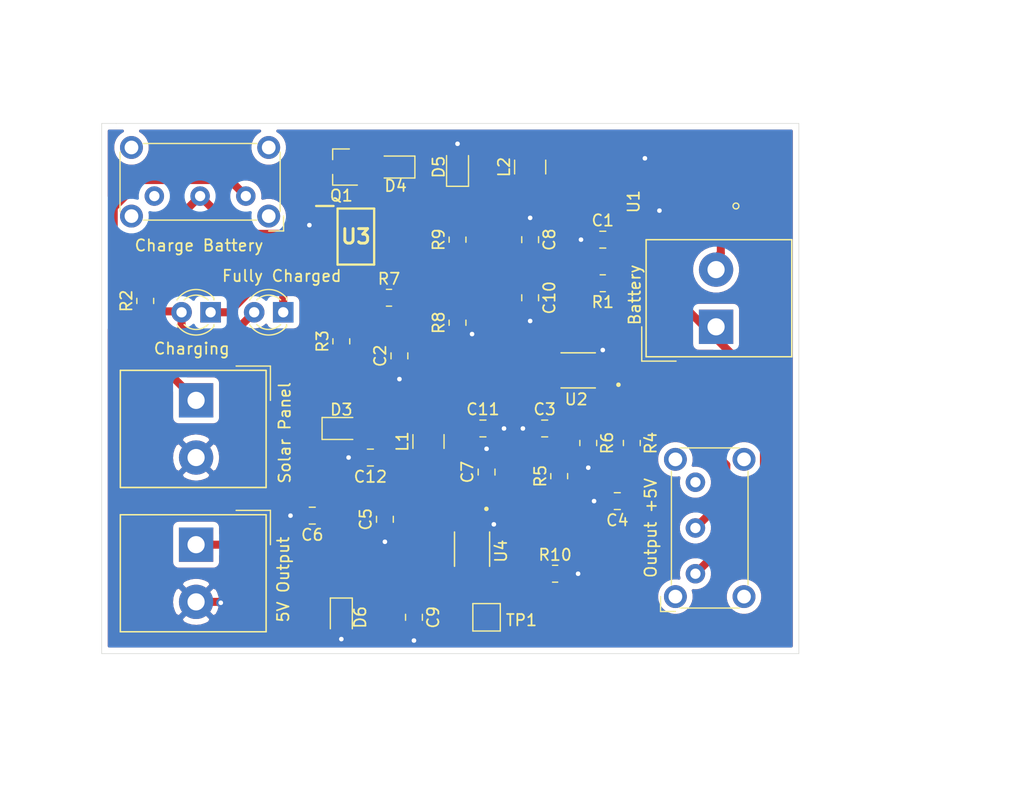
<source format=kicad_pcb>
(kicad_pcb (version 20171130) (host pcbnew "(5.1.10)-1")

  (general
    (thickness 1.6)
    (drawings 5)
    (tracks 192)
    (zones 0)
    (modules 41)
    (nets 29)
  )

  (page A4)
  (layers
    (0 F.Cu signal)
    (31 B.Cu signal)
    (32 B.Adhes user)
    (33 F.Adhes user)
    (34 B.Paste user)
    (35 F.Paste user)
    (36 B.SilkS user)
    (37 F.SilkS user)
    (38 B.Mask user)
    (39 F.Mask user)
    (40 Dwgs.User user)
    (41 Cmts.User user)
    (42 Eco1.User user)
    (43 Eco2.User user)
    (44 Edge.Cuts user)
    (45 Margin user)
    (46 B.CrtYd user)
    (47 F.CrtYd user)
    (48 B.Fab user)
    (49 F.Fab user hide)
  )

  (setup
    (last_trace_width 0.7)
    (user_trace_width 0.41)
    (user_trace_width 0.7)
    (trace_clearance 0.2)
    (zone_clearance 0.508)
    (zone_45_only no)
    (trace_min 0.2)
    (via_size 0.8)
    (via_drill 0.4)
    (via_min_size 0.4)
    (via_min_drill 0.3)
    (uvia_size 0.3)
    (uvia_drill 0.1)
    (uvias_allowed no)
    (uvia_min_size 0.2)
    (uvia_min_drill 0.1)
    (edge_width 0.05)
    (segment_width 0.2)
    (pcb_text_width 0.3)
    (pcb_text_size 1.5 1.5)
    (mod_edge_width 0.12)
    (mod_text_size 1 1)
    (mod_text_width 0.15)
    (pad_size 1.524 1.524)
    (pad_drill 0.762)
    (pad_to_mask_clearance 0)
    (aux_axis_origin 0 0)
    (visible_elements FFFFFF7F)
    (pcbplotparams
      (layerselection 0x010fc_ffffffff)
      (usegerberextensions false)
      (usegerberattributes true)
      (usegerberadvancedattributes true)
      (creategerberjobfile true)
      (excludeedgelayer true)
      (linewidth 0.100000)
      (plotframeref false)
      (viasonmask false)
      (mode 1)
      (useauxorigin false)
      (hpglpennumber 1)
      (hpglpenspeed 20)
      (hpglpendiameter 15.000000)
      (psnegative false)
      (psa4output false)
      (plotreference true)
      (plotvalue true)
      (plotinvisibletext false)
      (padsonsilk false)
      (subtractmaskfromsilk false)
      (outputformat 1)
      (mirror false)
      (drillshape 0)
      (scaleselection 1)
      (outputdirectory "C:/Users/arunk/Downloads/Solar Charger/gerber/"))
  )

  (net 0 "")
  (net 1 GND)
  (net 2 "Net-(C2-Pad2)")
  (net 3 "Net-(C3-Pad2)")
  (net 4 "Net-(C4-Pad1)")
  (net 5 eFuse)
  (net 6 "Net-(C7-Pad1)")
  (net 7 -Charge)
  (net 8 +5V)
  (net 9 Bat_Boost)
  (net 10 "Net-(D1-Pad2)")
  (net 11 "Net-(D1-Pad1)")
  (net 12 "Net-(D2-Pad1)")
  (net 13 "Net-(D3-Pad2)")
  (net 14 "Net-(D4-Pad2)")
  (net 15 "Net-(D4-Pad1)")
  (net 16 -BATT)
  (net 17 VDC)
  (net 18 +Charge)
  (net 19 MOSFET)
  (net 20 "Net-(R3-Pad2)")
  (net 21 "Net-(R4-Pad1)")
  (net 22 "Net-(R5-Pad2)")
  (net 23 "Net-(R7-Pad2)")
  (net 24 "Net-(R10-Pad1)")
  (net 25 "Net-(TP1-Pad1)")
  (net 26 "Net-(U4-Pad8)")
  (net 27 Charge)
  (net 28 "Net-(C1-Pad2)")

  (net_class Default "This is the default net class."
    (clearance 0.2)
    (trace_width 0.25)
    (via_dia 0.8)
    (via_drill 0.4)
    (uvia_dia 0.3)
    (uvia_drill 0.1)
    (add_net +5V)
    (add_net +Charge)
    (add_net -BATT)
    (add_net -Charge)
    (add_net Bat_Boost)
    (add_net Charge)
    (add_net GND)
    (add_net MOSFET)
    (add_net "Net-(C1-Pad2)")
    (add_net "Net-(C2-Pad2)")
    (add_net "Net-(C3-Pad2)")
    (add_net "Net-(C4-Pad1)")
    (add_net "Net-(C7-Pad1)")
    (add_net "Net-(D1-Pad1)")
    (add_net "Net-(D1-Pad2)")
    (add_net "Net-(D2-Pad1)")
    (add_net "Net-(D3-Pad2)")
    (add_net "Net-(D4-Pad1)")
    (add_net "Net-(D4-Pad2)")
    (add_net "Net-(R10-Pad1)")
    (add_net "Net-(R3-Pad2)")
    (add_net "Net-(R4-Pad1)")
    (add_net "Net-(R5-Pad2)")
    (add_net "Net-(R7-Pad2)")
    (add_net "Net-(TP1-Pad1)")
    (add_net "Net-(U4-Pad8)")
    (add_net VDC)
    (add_net eFuse)
  )

  (module Button_Switch_THT:SW_E-Switch_EG1224_SPDT_Angled (layer F.Cu) (tedit 5A02FE31) (tstamp 6129DD2E)
    (at 119.86 91.44 90)
    (descr "E-Switch slide switch, EG series, SPDT, right angle, http://spec_sheets.e-switch.com/specs/P040042.pdf")
    (tags "switch SPDT")
    (path /6131E08A)
    (fp_text reference "Output +5V" (at 4 -3.909 90) (layer F.SilkS)
      (effects (font (size 1 1) (thickness 0.15)))
    )
    (fp_text value "Battery Output" (at 4 14.45 90) (layer F.Fab)
      (effects (font (size 1 1) (thickness 0.15)))
    )
    (fp_text user %R (at 4 1.25 90) (layer F.Fab)
      (effects (font (size 1 1) (thickness 0.1)))
    )
    (fp_line (start -3.3 -3.05) (end -2 -3.05) (layer F.SilkS) (width 0.12))
    (fp_line (start -3.3 -1.75) (end -3.3 -3.05) (layer F.SilkS) (width 0.12))
    (fp_line (start -1.9 -2) (end -2.9 -1) (layer F.Fab) (width 0.1))
    (fp_line (start -3.25 5.5) (end -3.25 -3) (layer F.CrtYd) (width 0.05))
    (fp_line (start -0.75 5.5) (end -3.25 5.5) (layer F.CrtYd) (width 0.05))
    (fp_line (start -0.75 13.75) (end -0.75 5.5) (layer F.CrtYd) (width 0.05))
    (fp_line (start 8.75 13.75) (end -0.75 13.75) (layer F.CrtYd) (width 0.05))
    (fp_line (start 8.75 5.5) (end 8.75 13.75) (layer F.CrtYd) (width 0.05))
    (fp_line (start 11.25 5.5) (end 8.75 5.5) (layer F.CrtYd) (width 0.05))
    (fp_line (start 11.25 -3) (end 11.25 5.5) (layer F.CrtYd) (width 0.05))
    (fp_line (start -3.25 -3) (end 11.25 -3) (layer F.CrtYd) (width 0.05))
    (fp_line (start 8.95 4.6) (end -0.95 4.6) (layer F.SilkS) (width 0.12))
    (fp_line (start -0.95 -2.1) (end 8.95 -2.1) (layer F.SilkS) (width 0.12))
    (fp_line (start -3 3.85) (end -3 -1.35) (layer F.SilkS) (width 0.12))
    (fp_line (start 11 -1.35) (end 11 3.85) (layer F.SilkS) (width 0.12))
    (fp_line (start -0.5 13.5) (end -0.5 4.5) (layer F.Fab) (width 0.1))
    (fp_line (start 4.5 13.5) (end -0.5 13.5) (layer F.Fab) (width 0.1))
    (fp_line (start 4.5 4.5) (end 4.5 13.5) (layer F.Fab) (width 0.1))
    (fp_line (start -2.9 4.5) (end -2.9 -1) (layer F.Fab) (width 0.1))
    (fp_line (start 10.9 4.5) (end -2.9 4.5) (layer F.Fab) (width 0.1))
    (fp_line (start 10.9 -2) (end 10.9 4.5) (layer F.Fab) (width 0.1))
    (fp_line (start -1.9 -2) (end 10.9 -2) (layer F.Fab) (width 0.1))
    (pad 3 thru_hole circle (at 8 0 90) (size 1.7 1.7) (drill 0.9) (layers *.Cu *.Mask))
    (pad 2 thru_hole circle (at 4 0 90) (size 1.7 1.7) (drill 0.9) (layers *.Cu *.Mask)
      (net 9 Bat_Boost))
    (pad 1 thru_hole circle (at 0 0 90) (size 1.7 1.7) (drill 0.9) (layers *.Cu *.Mask)
      (net 7 -Charge))
    (pad "" thru_hole circle (at -2 4.25 90) (size 2 2) (drill 1.2) (layers *.Cu *.Mask))
    (pad "" thru_hole circle (at 10 4.25 90) (size 2 2) (drill 1.2) (layers *.Cu *.Mask))
    (pad "" thru_hole circle (at 10 -1.75 90) (size 2 2) (drill 1.2) (layers *.Cu *.Mask))
    (pad "" thru_hole circle (at -2 -1.75 90) (size 2 2) (drill 1.2) (layers *.Cu *.Mask))
    (model ${KISYS3DMOD}/Button_Switch_THT.3dshapes/SW_E-Switch_EG1224_SPDT_Angled.wrl
      (at (xyz 0 0 0))
      (scale (xyz 1 1 1))
      (rotate (xyz 0 0 0))
    )
  )

  (module LED_THT:LED_D3.0mm_Clear (layer F.Cu) (tedit 5A6C9BC0) (tstamp 6129DB91)
    (at 83.82 68.58 180)
    (descr "IR-LED, diameter 3.0mm, 2 pins, color: clear")
    (tags "IR infrared LED diameter 3.0mm 2 pins clear")
    (path /612B5E37)
    (fp_text reference "Fully Charged" (at 0.127 3.175) (layer F.SilkS)
      (effects (font (size 1 1) (thickness 0.15)))
    )
    (fp_text value GLED (at 1.27 2.96) (layer F.Fab)
      (effects (font (size 1 1) (thickness 0.15)))
    )
    (fp_arc (start 1.27 0) (end 0.229039 1.08) (angle -87.9) (layer F.SilkS) (width 0.12))
    (fp_arc (start 1.27 0) (end 0.229039 -1.08) (angle 87.9) (layer F.SilkS) (width 0.12))
    (fp_arc (start 1.27 0) (end -0.29 1.235516) (angle -108.8) (layer F.SilkS) (width 0.12))
    (fp_arc (start 1.27 0) (end -0.29 -1.235516) (angle 108.8) (layer F.SilkS) (width 0.12))
    (fp_arc (start 1.27 0) (end -0.23 -1.16619) (angle 284.3) (layer F.Fab) (width 0.1))
    (fp_text user %R (at 1.47 0) (layer F.Fab)
      (effects (font (size 0.8 0.8) (thickness 0.12)))
    )
    (fp_line (start -0.23 -1.16619) (end -0.23 1.16619) (layer F.Fab) (width 0.1))
    (fp_line (start -0.29 -1.236) (end -0.29 -1.08) (layer F.SilkS) (width 0.12))
    (fp_line (start -0.29 1.08) (end -0.29 1.236) (layer F.SilkS) (width 0.12))
    (fp_line (start -1.15 -2.25) (end -1.15 2.25) (layer F.CrtYd) (width 0.05))
    (fp_line (start -1.15 2.25) (end 3.7 2.25) (layer F.CrtYd) (width 0.05))
    (fp_line (start 3.7 2.25) (end 3.7 -2.25) (layer F.CrtYd) (width 0.05))
    (fp_line (start 3.7 -2.25) (end -1.15 -2.25) (layer F.CrtYd) (width 0.05))
    (fp_circle (center 1.27 0) (end 2.77 0) (layer F.Fab) (width 0.1))
    (pad 2 thru_hole circle (at 2.54 0 180) (size 1.8 1.8) (drill 0.9) (layers *.Cu *.Mask)
      (net 10 "Net-(D1-Pad2)"))
    (pad 1 thru_hole rect (at 0 0 180) (size 1.8 1.8) (drill 0.9) (layers *.Cu *.Mask)
      (net 12 "Net-(D2-Pad1)"))
    (model ${KISYS3DMOD}/LED_THT.3dshapes/LED_D3.0mm_Clear.wrl
      (at (xyz 0 0 0))
      (scale (xyz 1 1 1))
      (rotate (xyz 0 0 0))
    )
  )

  (module Button_Switch_THT:SW_E-Switch_EG1224_SPDT_Angled (layer F.Cu) (tedit 5A02FE31) (tstamp 612A7E1A)
    (at 80.55 58.42 180)
    (descr "E-Switch slide switch, EG series, SPDT, right angle, http://spec_sheets.e-switch.com/specs/P040042.pdf")
    (tags "switch SPDT")
    (path /615AB278)
    (fp_text reference "Charge Battery" (at 4.096 -4.318) (layer F.SilkS)
      (effects (font (size 1 1) (thickness 0.15)))
    )
    (fp_text value Charge (at 4 14.45) (layer F.Fab)
      (effects (font (size 1 1) (thickness 0.15)))
    )
    (fp_text user %R (at 4 1.25) (layer F.Fab)
      (effects (font (size 1 1) (thickness 0.1)))
    )
    (fp_line (start -3.3 -3.05) (end -2 -3.05) (layer F.SilkS) (width 0.12))
    (fp_line (start -3.3 -1.75) (end -3.3 -3.05) (layer F.SilkS) (width 0.12))
    (fp_line (start -1.9 -2) (end -2.9 -1) (layer F.Fab) (width 0.1))
    (fp_line (start -3.25 5.5) (end -3.25 -3) (layer F.CrtYd) (width 0.05))
    (fp_line (start -0.75 5.5) (end -3.25 5.5) (layer F.CrtYd) (width 0.05))
    (fp_line (start -0.75 13.75) (end -0.75 5.5) (layer F.CrtYd) (width 0.05))
    (fp_line (start 8.75 13.75) (end -0.75 13.75) (layer F.CrtYd) (width 0.05))
    (fp_line (start 8.75 5.5) (end 8.75 13.75) (layer F.CrtYd) (width 0.05))
    (fp_line (start 11.25 5.5) (end 8.75 5.5) (layer F.CrtYd) (width 0.05))
    (fp_line (start 11.25 -3) (end 11.25 5.5) (layer F.CrtYd) (width 0.05))
    (fp_line (start -3.25 -3) (end 11.25 -3) (layer F.CrtYd) (width 0.05))
    (fp_line (start 8.95 4.6) (end -0.95 4.6) (layer F.SilkS) (width 0.12))
    (fp_line (start -0.95 -2.1) (end 8.95 -2.1) (layer F.SilkS) (width 0.12))
    (fp_line (start -3 3.85) (end -3 -1.35) (layer F.SilkS) (width 0.12))
    (fp_line (start 11 -1.35) (end 11 3.85) (layer F.SilkS) (width 0.12))
    (fp_line (start -0.5 13.5) (end -0.5 4.5) (layer F.Fab) (width 0.1))
    (fp_line (start 4.5 13.5) (end -0.5 13.5) (layer F.Fab) (width 0.1))
    (fp_line (start 4.5 4.5) (end 4.5 13.5) (layer F.Fab) (width 0.1))
    (fp_line (start -2.9 4.5) (end -2.9 -1) (layer F.Fab) (width 0.1))
    (fp_line (start 10.9 4.5) (end -2.9 4.5) (layer F.Fab) (width 0.1))
    (fp_line (start 10.9 -2) (end 10.9 4.5) (layer F.Fab) (width 0.1))
    (fp_line (start -1.9 -2) (end 10.9 -2) (layer F.Fab) (width 0.1))
    (pad 3 thru_hole circle (at 8 0 180) (size 1.7 1.7) (drill 0.9) (layers *.Cu *.Mask))
    (pad 2 thru_hole circle (at 4 0 180) (size 1.7 1.7) (drill 0.9) (layers *.Cu *.Mask)
      (net 27 Charge))
    (pad 1 thru_hole circle (at 0 0 180) (size 1.7 1.7) (drill 0.9) (layers *.Cu *.Mask)
      (net 17 VDC))
    (pad "" thru_hole circle (at -2 4.25 180) (size 2 2) (drill 1.2) (layers *.Cu *.Mask))
    (pad "" thru_hole circle (at 10 4.25 180) (size 2 2) (drill 1.2) (layers *.Cu *.Mask))
    (pad "" thru_hole circle (at 10 -1.75 180) (size 2 2) (drill 1.2) (layers *.Cu *.Mask))
    (pad "" thru_hole circle (at -2 -1.75 180) (size 2 2) (drill 1.2) (layers *.Cu *.Mask))
    (model ${KISYS3DMOD}/Button_Switch_THT.3dshapes/SW_E-Switch_EG1224_SPDT_Angled.wrl
      (at (xyz 0 0 0))
      (scale (xyz 1 1 1))
      (rotate (xyz 0 0 0))
    )
  )

  (module "Kicad Libraries:TPS61085DGKR" (layer F.Cu) (tedit 61297F6D) (tstamp 6129DD97)
    (at 100.33 89.29 270)
    (path /613BE3BA)
    (fp_text reference U4 (at 0.175 -2.535 90) (layer F.SilkS)
      (effects (font (size 1 1) (thickness 0.15)))
    )
    (fp_text value TPS259621 (at 7.16 2.535 90) (layer F.Fab)
      (effects (font (size 1 1) (thickness 0.15)))
    )
    (fp_circle (center -3.52 -1.255) (end -3.42 -1.255) (layer F.SilkS) (width 0.2))
    (fp_circle (center -3.52 -1.255) (end -3.42 -1.255) (layer F.Fab) (width 0.2))
    (fp_line (start -1.5 -1.5) (end 1.5 -1.5) (layer F.Fab) (width 0.127))
    (fp_line (start -1.5 1.5) (end 1.5 1.5) (layer F.Fab) (width 0.127))
    (fp_line (start -1.5 -1.535) (end 1.5 -1.535) (layer F.SilkS) (width 0.127))
    (fp_line (start -1.5 1.535) (end 1.5 1.535) (layer F.SilkS) (width 0.127))
    (fp_line (start -1.5 -1.5) (end -1.5 1.5) (layer F.Fab) (width 0.127))
    (fp_line (start 1.5 -1.5) (end 1.5 1.5) (layer F.Fab) (width 0.127))
    (fp_line (start -3.135 -1.75) (end 3.135 -1.75) (layer F.CrtYd) (width 0.05))
    (fp_line (start -3.135 1.75) (end 3.135 1.75) (layer F.CrtYd) (width 0.05))
    (fp_line (start -3.135 -1.75) (end -3.135 1.75) (layer F.CrtYd) (width 0.05))
    (fp_line (start 3.135 -1.75) (end 3.135 1.75) (layer F.CrtYd) (width 0.05))
    (pad 1 smd rect (at -2.15 -0.975 270) (size 1.47 0.48) (layers F.Cu F.Paste F.Mask)
      (net 1 GND))
    (pad 2 smd rect (at -2.15 -0.325 270) (size 1.47 0.48) (layers F.Cu F.Paste F.Mask)
      (net 6 "Net-(C7-Pad1)"))
    (pad 3 smd rect (at -2.15 0.325 270) (size 1.47 0.48) (layers F.Cu F.Paste F.Mask)
      (net 9 Bat_Boost))
    (pad 4 smd rect (at -2.15 0.975 270) (size 1.47 0.48) (layers F.Cu F.Paste F.Mask)
      (net 5 eFuse))
    (pad 5 smd rect (at 2.15 0.975 270) (size 1.47 0.48) (layers F.Cu F.Paste F.Mask)
      (net 8 +5V))
    (pad 6 smd rect (at 2.15 0.325 270) (size 1.47 0.48) (layers F.Cu F.Paste F.Mask)
      (net 25 "Net-(TP1-Pad1)"))
    (pad 7 smd rect (at 2.15 -0.325 270) (size 1.47 0.48) (layers F.Cu F.Paste F.Mask)
      (net 24 "Net-(R10-Pad1)"))
    (pad 8 smd rect (at 2.15 -0.975 270) (size 1.47 0.48) (layers F.Cu F.Paste F.Mask)
      (net 26 "Net-(U4-Pad8)"))
    (model ${CUSTOM}/TPS61085DGKR/TPS61085DGKR.step
      (at (xyz 0 0 0))
      (scale (xyz 1 1 1))
      (rotate (xyz -90 0 0))
    )
  )

  (module "Kicad Libraries:CN3791" (layer F.Cu) (tedit 61299F1C) (tstamp 6129DD7F)
    (at 90.17 61.96)
    (descr CN3791)
    (tags "Integrated Circuit")
    (path /612B31DB)
    (attr smd)
    (fp_text reference U3 (at 0 0) (layer F.SilkS)
      (effects (font (size 1.27 1.27) (thickness 0.254)))
    )
    (fp_text value CN3791 (at 0 0) (layer F.SilkS) hide
      (effects (font (size 1.27 1.27) (thickness 0.254)))
    )
    (fp_text user %R (at 0 0) (layer F.Fab)
      (effects (font (size 1.27 1.27) (thickness 0.254)))
    )
    (fp_line (start -3.725 -2.8) (end 3.725 -2.8) (layer F.CrtYd) (width 0.05))
    (fp_line (start 3.725 -2.8) (end 3.725 2.8) (layer F.CrtYd) (width 0.05))
    (fp_line (start 3.725 2.8) (end -3.725 2.8) (layer F.CrtYd) (width 0.05))
    (fp_line (start -3.725 2.8) (end -3.725 -2.8) (layer F.CrtYd) (width 0.05))
    (fp_line (start -1.95 -2.45) (end 1.95 -2.45) (layer F.Fab) (width 0.1))
    (fp_line (start 1.95 -2.45) (end 1.95 2.45) (layer F.Fab) (width 0.1))
    (fp_line (start 1.95 2.45) (end -1.95 2.45) (layer F.Fab) (width 0.1))
    (fp_line (start -1.95 2.45) (end -1.95 -2.45) (layer F.Fab) (width 0.1))
    (fp_line (start -1.95 -1.45) (end -0.95 -2.45) (layer F.Fab) (width 0.1))
    (fp_line (start -1.6 -2.45) (end 1.6 -2.45) (layer F.SilkS) (width 0.2))
    (fp_line (start 1.6 -2.45) (end 1.6 2.45) (layer F.SilkS) (width 0.2))
    (fp_line (start 1.6 2.45) (end -1.6 2.45) (layer F.SilkS) (width 0.2))
    (fp_line (start -1.6 2.45) (end -1.6 -2.45) (layer F.SilkS) (width 0.2))
    (fp_line (start -3.475 -2.675) (end -1.95 -2.675) (layer F.SilkS) (width 0.2))
    (pad 1 smd rect (at -2.712 -2 90) (size 0.65 1.525) (layers F.Cu F.Paste F.Mask)
      (net 27 Charge))
    (pad 2 smd rect (at -2.712 -1 90) (size 0.65 1.525) (layers F.Cu F.Paste F.Mask)
      (net 1 GND))
    (pad 3 smd rect (at -2.712 0 90) (size 0.65 1.525) (layers F.Cu F.Paste F.Mask)
      (net 11 "Net-(D1-Pad1)"))
    (pad 4 smd rect (at -2.712 1 90) (size 0.65 1.525) (layers F.Cu F.Paste F.Mask)
      (net 12 "Net-(D2-Pad1)"))
    (pad 5 smd rect (at -2.712 2 90) (size 0.65 1.525) (layers F.Cu F.Paste F.Mask)
      (net 20 "Net-(R3-Pad2)"))
    (pad 6 smd rect (at 2.712 2 90) (size 0.65 1.525) (layers F.Cu F.Paste F.Mask)
      (net 23 "Net-(R7-Pad2)"))
    (pad 7 smd rect (at 2.712 1 90) (size 0.65 1.525) (layers F.Cu F.Paste F.Mask)
      (net 7 -Charge))
    (pad 8 smd rect (at 2.712 0 90) (size 0.65 1.525) (layers F.Cu F.Paste F.Mask)
      (net 18 +Charge))
    (pad 9 smd rect (at 2.712 -1 90) (size 0.65 1.525) (layers F.Cu F.Paste F.Mask)
      (net 27 Charge))
    (pad 10 smd rect (at 2.712 -2 90) (size 0.65 1.525) (layers F.Cu F.Paste F.Mask)
      (net 19 MOSFET))
    (model CN3791.stp
      (at (xyz 0 0 0))
      (scale (xyz 1 1 1))
      (rotate (xyz 0 0 0))
    )
    (model C:/Users/arunk/Downloads/LIB_CN3791/CN3791/3D/CN3791.stp
      (at (xyz 0 0 0))
      (scale (xyz 1 1 1))
      (rotate (xyz 0 0 0))
    )
  )

  (module "Kicad Libraries:TPS61085DGKR" (layer F.Cu) (tedit 61297F6D) (tstamp 6129DD62)
    (at 109.61 73.66 180)
    (path /6133959C)
    (fp_text reference U2 (at 0.175 -2.535) (layer F.SilkS)
      (effects (font (size 1 1) (thickness 0.15)))
    )
    (fp_text value TPS61085DGKR (at 7.16 2.535) (layer F.Fab)
      (effects (font (size 1 1) (thickness 0.15)))
    )
    (fp_circle (center -3.52 -1.255) (end -3.42 -1.255) (layer F.SilkS) (width 0.2))
    (fp_circle (center -3.52 -1.255) (end -3.42 -1.255) (layer F.Fab) (width 0.2))
    (fp_line (start -1.5 -1.5) (end 1.5 -1.5) (layer F.Fab) (width 0.127))
    (fp_line (start -1.5 1.5) (end 1.5 1.5) (layer F.Fab) (width 0.127))
    (fp_line (start -1.5 -1.535) (end 1.5 -1.535) (layer F.SilkS) (width 0.127))
    (fp_line (start -1.5 1.535) (end 1.5 1.535) (layer F.SilkS) (width 0.127))
    (fp_line (start -1.5 -1.5) (end -1.5 1.5) (layer F.Fab) (width 0.127))
    (fp_line (start 1.5 -1.5) (end 1.5 1.5) (layer F.Fab) (width 0.127))
    (fp_line (start -3.135 -1.75) (end 3.135 -1.75) (layer F.CrtYd) (width 0.05))
    (fp_line (start -3.135 1.75) (end 3.135 1.75) (layer F.CrtYd) (width 0.05))
    (fp_line (start -3.135 -1.75) (end -3.135 1.75) (layer F.CrtYd) (width 0.05))
    (fp_line (start 3.135 -1.75) (end 3.135 1.75) (layer F.CrtYd) (width 0.05))
    (pad 1 smd rect (at -2.15 -0.975 180) (size 1.47 0.48) (layers F.Cu F.Paste F.Mask)
      (net 21 "Net-(R4-Pad1)"))
    (pad 2 smd rect (at -2.15 -0.325 180) (size 1.47 0.48) (layers F.Cu F.Paste F.Mask)
      (net 22 "Net-(R5-Pad2)"))
    (pad 3 smd rect (at -2.15 0.325 180) (size 1.47 0.48) (layers F.Cu F.Paste F.Mask)
      (net 9 Bat_Boost))
    (pad 4 smd rect (at -2.15 0.975 180) (size 1.47 0.48) (layers F.Cu F.Paste F.Mask)
      (net 1 GND))
    (pad 5 smd rect (at 2.15 0.975 180) (size 1.47 0.48) (layers F.Cu F.Paste F.Mask)
      (net 13 "Net-(D3-Pad2)"))
    (pad 6 smd rect (at 2.15 0.325 180) (size 1.47 0.48) (layers F.Cu F.Paste F.Mask)
      (net 9 Bat_Boost))
    (pad 7 smd rect (at 2.15 -0.325 180) (size 1.47 0.48) (layers F.Cu F.Paste F.Mask)
      (net 9 Bat_Boost))
    (pad 8 smd rect (at 2.15 -0.975 180) (size 1.47 0.48) (layers F.Cu F.Paste F.Mask)
      (net 3 "Net-(C3-Pad2)"))
    (model ${CUSTOM}/TPS61085DGKR/TPS61085DGKR.step
      (at (xyz 0 0 0))
      (scale (xyz 1 1 1))
      (rotate (xyz -90 0 0))
    )
  )

  (module "Kicad Libraries:XB8089D" (layer F.Cu) (tedit 6129A267) (tstamp 6129DD4A)
    (at 122.08 58.905 90)
    (path /612A15A0)
    (fp_text reference U1 (at 0 -7.62 90) (layer F.SilkS)
      (effects (font (size 1 1) (thickness 0.15)))
    )
    (fp_text value XB8089 (at 0 -8.89 90) (layer F.Fab)
      (effects (font (size 1 1) (thickness 0.15)))
    )
    (fp_circle (center -0.381 1.323955) (end -0.2413 1.539855) (layer F.SilkS) (width 0.12))
    (pad GND smd rect (at 1.755 -2.7 90) (size 3.81 2.62) (layers F.Cu F.Paste F.Mask))
    (pad 2 smd rect (at 1.27 0 90) (size 0.61 1.6) (layers F.Cu F.Paste F.Mask)
      (net 16 -BATT))
    (pad 5 smd rect (at 3.81 -5.4 90) (size 0.61 1.6) (layers F.Cu F.Paste F.Mask)
      (net 1 GND))
    (pad 6 smd rect (at 2.54 -5.4 90) (size 0.61 1.6) (layers F.Cu F.Paste F.Mask)
      (net 28 "Net-(C1-Pad2)"))
    (pad 7 smd rect (at 1.27 -5.4 90) (size 0.61 1.6) (layers F.Cu F.Paste F.Mask)
      (net 1 GND))
    (pad 8 smd rect (at 0 -5.4 90) (size 0.61 1.6) (layers F.Cu F.Paste F.Mask)
      (net 1 GND))
    (pad 4 smd rect (at 3.81 0 90) (size 0.61 1.6) (layers F.Cu F.Paste F.Mask)
      (net 16 -BATT))
    (pad 3 smd rect (at 2.54 0 90) (size 0.61 1.6) (layers F.Cu F.Paste F.Mask)
      (net 16 -BATT))
    (pad 1 smd rect (at 0 0 90) (size 0.61 1.6) (layers F.Cu F.Paste F.Mask)
      (net 16 -BATT))
    (model C:/Users/arunk/Downloads/MCP4921-E_SN/MCP4921-E_SN.step
      (offset (xyz 2 2.7 0))
      (scale (xyz 1 1 1))
      (rotate (xyz -90 0 90))
    )
  )

  (module TestPoint:TestPoint_Pad_2.0x2.0mm (layer F.Cu) (tedit 5A0F774F) (tstamp 6129DD3C)
    (at 101.6 95.25)
    (descr "SMD rectangular pad as test Point, square 2.0mm side length")
    (tags "test point SMD pad rectangle square")
    (path /613D873C)
    (attr virtual)
    (fp_text reference TP1 (at 3.048 0.254) (layer F.SilkS)
      (effects (font (size 1 1) (thickness 0.15)))
    )
    (fp_text value TP (at 0 2.05) (layer F.Fab)
      (effects (font (size 1 1) (thickness 0.15)))
    )
    (fp_text user %R (at 0 -2) (layer F.Fab)
      (effects (font (size 1 1) (thickness 0.15)))
    )
    (fp_line (start -1.2 -1.2) (end 1.2 -1.2) (layer F.SilkS) (width 0.12))
    (fp_line (start 1.2 -1.2) (end 1.2 1.2) (layer F.SilkS) (width 0.12))
    (fp_line (start 1.2 1.2) (end -1.2 1.2) (layer F.SilkS) (width 0.12))
    (fp_line (start -1.2 1.2) (end -1.2 -1.2) (layer F.SilkS) (width 0.12))
    (fp_line (start -1.5 -1.5) (end 1.5 -1.5) (layer F.CrtYd) (width 0.05))
    (fp_line (start -1.5 -1.5) (end -1.5 1.5) (layer F.CrtYd) (width 0.05))
    (fp_line (start 1.5 1.5) (end 1.5 -1.5) (layer F.CrtYd) (width 0.05))
    (fp_line (start 1.5 1.5) (end -1.5 1.5) (layer F.CrtYd) (width 0.05))
    (pad 1 smd rect (at 0 0) (size 2 2) (layers F.Cu F.Mask)
      (net 25 "Net-(TP1-Pad1)"))
  )

  (module Resistor_SMD:R_0805_2012Metric (layer F.Cu) (tedit 5F68FEEE) (tstamp 6129DD0C)
    (at 107.5925 91.44)
    (descr "Resistor SMD 0805 (2012 Metric), square (rectangular) end terminal, IPC_7351 nominal, (Body size source: IPC-SM-782 page 72, https://www.pcb-3d.com/wordpress/wp-content/uploads/ipc-sm-782a_amendment_1_and_2.pdf), generated with kicad-footprint-generator")
    (tags resistor)
    (path /613D2BC1)
    (attr smd)
    (fp_text reference R10 (at 0 -1.65) (layer F.SilkS)
      (effects (font (size 1 1) (thickness 0.15)))
    )
    (fp_text value 1.2k (at 0 1.65) (layer F.Fab)
      (effects (font (size 1 1) (thickness 0.15)))
    )
    (fp_text user %R (at 0 0) (layer F.Fab)
      (effects (font (size 0.5 0.5) (thickness 0.08)))
    )
    (fp_line (start -1 0.625) (end -1 -0.625) (layer F.Fab) (width 0.1))
    (fp_line (start -1 -0.625) (end 1 -0.625) (layer F.Fab) (width 0.1))
    (fp_line (start 1 -0.625) (end 1 0.625) (layer F.Fab) (width 0.1))
    (fp_line (start 1 0.625) (end -1 0.625) (layer F.Fab) (width 0.1))
    (fp_line (start -0.227064 -0.735) (end 0.227064 -0.735) (layer F.SilkS) (width 0.12))
    (fp_line (start -0.227064 0.735) (end 0.227064 0.735) (layer F.SilkS) (width 0.12))
    (fp_line (start -1.68 0.95) (end -1.68 -0.95) (layer F.CrtYd) (width 0.05))
    (fp_line (start -1.68 -0.95) (end 1.68 -0.95) (layer F.CrtYd) (width 0.05))
    (fp_line (start 1.68 -0.95) (end 1.68 0.95) (layer F.CrtYd) (width 0.05))
    (fp_line (start 1.68 0.95) (end -1.68 0.95) (layer F.CrtYd) (width 0.05))
    (pad 2 smd roundrect (at 0.9125 0) (size 1.025 1.4) (layers F.Cu F.Paste F.Mask) (roundrect_rratio 0.2439014634146341)
      (net 1 GND))
    (pad 1 smd roundrect (at -0.9125 0) (size 1.025 1.4) (layers F.Cu F.Paste F.Mask) (roundrect_rratio 0.2439014634146341)
      (net 24 "Net-(R10-Pad1)"))
    (model ${KISYS3DMOD}/Resistor_SMD.3dshapes/R_0805_2012Metric.wrl
      (at (xyz 0 0 0))
      (scale (xyz 1 1 1))
      (rotate (xyz 0 0 0))
    )
  )

  (module Resistor_SMD:R_0805_2012Metric (layer F.Cu) (tedit 5F68FEEE) (tstamp 6129DCFB)
    (at 99.06 62.23 90)
    (descr "Resistor SMD 0805 (2012 Metric), square (rectangular) end terminal, IPC_7351 nominal, (Body size source: IPC-SM-782 page 72, https://www.pcb-3d.com/wordpress/wp-content/uploads/ipc-sm-782a_amendment_1_and_2.pdf), generated with kicad-footprint-generator")
    (tags resistor)
    (path /61304027)
    (attr smd)
    (fp_text reference R9 (at 0 -1.65 90) (layer F.SilkS)
      (effects (font (size 1 1) (thickness 0.15)))
    )
    (fp_text value 0.05 (at 0 1.65 90) (layer F.Fab)
      (effects (font (size 1 1) (thickness 0.15)))
    )
    (fp_text user %R (at 0 0 90) (layer F.Fab)
      (effects (font (size 0.5 0.5) (thickness 0.08)))
    )
    (fp_line (start -1 0.625) (end -1 -0.625) (layer F.Fab) (width 0.1))
    (fp_line (start -1 -0.625) (end 1 -0.625) (layer F.Fab) (width 0.1))
    (fp_line (start 1 -0.625) (end 1 0.625) (layer F.Fab) (width 0.1))
    (fp_line (start 1 0.625) (end -1 0.625) (layer F.Fab) (width 0.1))
    (fp_line (start -0.227064 -0.735) (end 0.227064 -0.735) (layer F.SilkS) (width 0.12))
    (fp_line (start -0.227064 0.735) (end 0.227064 0.735) (layer F.SilkS) (width 0.12))
    (fp_line (start -1.68 0.95) (end -1.68 -0.95) (layer F.CrtYd) (width 0.05))
    (fp_line (start -1.68 -0.95) (end 1.68 -0.95) (layer F.CrtYd) (width 0.05))
    (fp_line (start 1.68 -0.95) (end 1.68 0.95) (layer F.CrtYd) (width 0.05))
    (fp_line (start 1.68 0.95) (end -1.68 0.95) (layer F.CrtYd) (width 0.05))
    (pad 2 smd roundrect (at 0.9125 0 90) (size 1.025 1.4) (layers F.Cu F.Paste F.Mask) (roundrect_rratio 0.2439014634146341)
      (net 18 +Charge))
    (pad 1 smd roundrect (at -0.9125 0 90) (size 1.025 1.4) (layers F.Cu F.Paste F.Mask) (roundrect_rratio 0.2439014634146341)
      (net 7 -Charge))
    (model ${KISYS3DMOD}/Resistor_SMD.3dshapes/R_0805_2012Metric.wrl
      (at (xyz 0 0 0))
      (scale (xyz 1 1 1))
      (rotate (xyz 0 0 0))
    )
  )

  (module Resistor_SMD:R_0805_2012Metric (layer F.Cu) (tedit 5F68FEEE) (tstamp 6129DCEA)
    (at 99.06 69.4925 90)
    (descr "Resistor SMD 0805 (2012 Metric), square (rectangular) end terminal, IPC_7351 nominal, (Body size source: IPC-SM-782 page 72, https://www.pcb-3d.com/wordpress/wp-content/uploads/ipc-sm-782a_amendment_1_and_2.pdf), generated with kicad-footprint-generator")
    (tags resistor)
    (path /612CC328)
    (attr smd)
    (fp_text reference R8 (at 0 -1.65 90) (layer F.SilkS)
      (effects (font (size 1 1) (thickness 0.15)))
    )
    (fp_text value 28k (at 0 1.65 90) (layer F.Fab)
      (effects (font (size 1 1) (thickness 0.15)))
    )
    (fp_text user %R (at 0 0 90) (layer F.Fab)
      (effects (font (size 0.5 0.5) (thickness 0.08)))
    )
    (fp_line (start -1 0.625) (end -1 -0.625) (layer F.Fab) (width 0.1))
    (fp_line (start -1 -0.625) (end 1 -0.625) (layer F.Fab) (width 0.1))
    (fp_line (start 1 -0.625) (end 1 0.625) (layer F.Fab) (width 0.1))
    (fp_line (start 1 0.625) (end -1 0.625) (layer F.Fab) (width 0.1))
    (fp_line (start -0.227064 -0.735) (end 0.227064 -0.735) (layer F.SilkS) (width 0.12))
    (fp_line (start -0.227064 0.735) (end 0.227064 0.735) (layer F.SilkS) (width 0.12))
    (fp_line (start -1.68 0.95) (end -1.68 -0.95) (layer F.CrtYd) (width 0.05))
    (fp_line (start -1.68 -0.95) (end 1.68 -0.95) (layer F.CrtYd) (width 0.05))
    (fp_line (start 1.68 -0.95) (end 1.68 0.95) (layer F.CrtYd) (width 0.05))
    (fp_line (start 1.68 0.95) (end -1.68 0.95) (layer F.CrtYd) (width 0.05))
    (pad 2 smd roundrect (at 0.9125 0 90) (size 1.025 1.4) (layers F.Cu F.Paste F.Mask) (roundrect_rratio 0.2439014634146341)
      (net 23 "Net-(R7-Pad2)"))
    (pad 1 smd roundrect (at -0.9125 0 90) (size 1.025 1.4) (layers F.Cu F.Paste F.Mask) (roundrect_rratio 0.2439014634146341)
      (net 1 GND))
    (model ${KISYS3DMOD}/Resistor_SMD.3dshapes/R_0805_2012Metric.wrl
      (at (xyz 0 0 0))
      (scale (xyz 1 1 1))
      (rotate (xyz 0 0 0))
    )
  )

  (module Resistor_SMD:R_0805_2012Metric (layer F.Cu) (tedit 5F68FEEE) (tstamp 6129DCD9)
    (at 93.0675 67.31)
    (descr "Resistor SMD 0805 (2012 Metric), square (rectangular) end terminal, IPC_7351 nominal, (Body size source: IPC-SM-782 page 72, https://www.pcb-3d.com/wordpress/wp-content/uploads/ipc-sm-782a_amendment_1_and_2.pdf), generated with kicad-footprint-generator")
    (tags resistor)
    (path /612CD171)
    (attr smd)
    (fp_text reference R7 (at 0 -1.65) (layer F.SilkS)
      (effects (font (size 1 1) (thickness 0.15)))
    )
    (fp_text value 2k (at 0 1.65) (layer F.Fab)
      (effects (font (size 1 1) (thickness 0.15)))
    )
    (fp_text user %R (at 0 0) (layer F.Fab)
      (effects (font (size 0.5 0.5) (thickness 0.08)))
    )
    (fp_line (start -1 0.625) (end -1 -0.625) (layer F.Fab) (width 0.1))
    (fp_line (start -1 -0.625) (end 1 -0.625) (layer F.Fab) (width 0.1))
    (fp_line (start 1 -0.625) (end 1 0.625) (layer F.Fab) (width 0.1))
    (fp_line (start 1 0.625) (end -1 0.625) (layer F.Fab) (width 0.1))
    (fp_line (start -0.227064 -0.735) (end 0.227064 -0.735) (layer F.SilkS) (width 0.12))
    (fp_line (start -0.227064 0.735) (end 0.227064 0.735) (layer F.SilkS) (width 0.12))
    (fp_line (start -1.68 0.95) (end -1.68 -0.95) (layer F.CrtYd) (width 0.05))
    (fp_line (start -1.68 -0.95) (end 1.68 -0.95) (layer F.CrtYd) (width 0.05))
    (fp_line (start 1.68 -0.95) (end 1.68 0.95) (layer F.CrtYd) (width 0.05))
    (fp_line (start 1.68 0.95) (end -1.68 0.95) (layer F.CrtYd) (width 0.05))
    (pad 2 smd roundrect (at 0.9125 0) (size 1.025 1.4) (layers F.Cu F.Paste F.Mask) (roundrect_rratio 0.2439014634146341)
      (net 23 "Net-(R7-Pad2)"))
    (pad 1 smd roundrect (at -0.9125 0) (size 1.025 1.4) (layers F.Cu F.Paste F.Mask) (roundrect_rratio 0.2439014634146341)
      (net 27 Charge))
    (model ${KISYS3DMOD}/Resistor_SMD.3dshapes/R_0805_2012Metric.wrl
      (at (xyz 0 0 0))
      (scale (xyz 1 1 1))
      (rotate (xyz 0 0 0))
    )
  )

  (module Resistor_SMD:R_0805_2012Metric (layer F.Cu) (tedit 5F68FEEE) (tstamp 6129DCC8)
    (at 110.49 80.01 270)
    (descr "Resistor SMD 0805 (2012 Metric), square (rectangular) end terminal, IPC_7351 nominal, (Body size source: IPC-SM-782 page 72, https://www.pcb-3d.com/wordpress/wp-content/uploads/ipc-sm-782a_amendment_1_and_2.pdf), generated with kicad-footprint-generator")
    (tags resistor)
    (path /6136CA2B)
    (attr smd)
    (fp_text reference R6 (at 0 -1.65 90) (layer F.SilkS)
      (effects (font (size 1 1) (thickness 0.15)))
    )
    (fp_text value 18k (at 0 1.65 90) (layer F.Fab)
      (effects (font (size 1 1) (thickness 0.15)))
    )
    (fp_text user %R (at 0 0 90) (layer F.Fab)
      (effects (font (size 0.5 0.5) (thickness 0.08)))
    )
    (fp_line (start -1 0.625) (end -1 -0.625) (layer F.Fab) (width 0.1))
    (fp_line (start -1 -0.625) (end 1 -0.625) (layer F.Fab) (width 0.1))
    (fp_line (start 1 -0.625) (end 1 0.625) (layer F.Fab) (width 0.1))
    (fp_line (start 1 0.625) (end -1 0.625) (layer F.Fab) (width 0.1))
    (fp_line (start -0.227064 -0.735) (end 0.227064 -0.735) (layer F.SilkS) (width 0.12))
    (fp_line (start -0.227064 0.735) (end 0.227064 0.735) (layer F.SilkS) (width 0.12))
    (fp_line (start -1.68 0.95) (end -1.68 -0.95) (layer F.CrtYd) (width 0.05))
    (fp_line (start -1.68 -0.95) (end 1.68 -0.95) (layer F.CrtYd) (width 0.05))
    (fp_line (start 1.68 -0.95) (end 1.68 0.95) (layer F.CrtYd) (width 0.05))
    (fp_line (start 1.68 0.95) (end -1.68 0.95) (layer F.CrtYd) (width 0.05))
    (pad 2 smd roundrect (at 0.9125 0 270) (size 1.025 1.4) (layers F.Cu F.Paste F.Mask) (roundrect_rratio 0.2439014634146341)
      (net 1 GND))
    (pad 1 smd roundrect (at -0.9125 0 270) (size 1.025 1.4) (layers F.Cu F.Paste F.Mask) (roundrect_rratio 0.2439014634146341)
      (net 22 "Net-(R5-Pad2)"))
    (model ${KISYS3DMOD}/Resistor_SMD.3dshapes/R_0805_2012Metric.wrl
      (at (xyz 0 0 0))
      (scale (xyz 1 1 1))
      (rotate (xyz 0 0 0))
    )
  )

  (module Resistor_SMD:R_0805_2012Metric (layer F.Cu) (tedit 5F68FEEE) (tstamp 6129DCB7)
    (at 107.95 82.9075 90)
    (descr "Resistor SMD 0805 (2012 Metric), square (rectangular) end terminal, IPC_7351 nominal, (Body size source: IPC-SM-782 page 72, https://www.pcb-3d.com/wordpress/wp-content/uploads/ipc-sm-782a_amendment_1_and_2.pdf), generated with kicad-footprint-generator")
    (tags resistor)
    (path /6135A417)
    (attr smd)
    (fp_text reference R5 (at 0 -1.65 90) (layer F.SilkS)
      (effects (font (size 1 1) (thickness 0.15)))
    )
    (fp_text value 54.9k (at 0 1.65 90) (layer F.Fab)
      (effects (font (size 1 1) (thickness 0.15)))
    )
    (fp_text user %R (at 0 0 90) (layer F.Fab)
      (effects (font (size 0.5 0.5) (thickness 0.08)))
    )
    (fp_line (start -1 0.625) (end -1 -0.625) (layer F.Fab) (width 0.1))
    (fp_line (start -1 -0.625) (end 1 -0.625) (layer F.Fab) (width 0.1))
    (fp_line (start 1 -0.625) (end 1 0.625) (layer F.Fab) (width 0.1))
    (fp_line (start 1 0.625) (end -1 0.625) (layer F.Fab) (width 0.1))
    (fp_line (start -0.227064 -0.735) (end 0.227064 -0.735) (layer F.SilkS) (width 0.12))
    (fp_line (start -0.227064 0.735) (end 0.227064 0.735) (layer F.SilkS) (width 0.12))
    (fp_line (start -1.68 0.95) (end -1.68 -0.95) (layer F.CrtYd) (width 0.05))
    (fp_line (start -1.68 -0.95) (end 1.68 -0.95) (layer F.CrtYd) (width 0.05))
    (fp_line (start 1.68 -0.95) (end 1.68 0.95) (layer F.CrtYd) (width 0.05))
    (fp_line (start 1.68 0.95) (end -1.68 0.95) (layer F.CrtYd) (width 0.05))
    (pad 2 smd roundrect (at 0.9125 0 90) (size 1.025 1.4) (layers F.Cu F.Paste F.Mask) (roundrect_rratio 0.2439014634146341)
      (net 22 "Net-(R5-Pad2)"))
    (pad 1 smd roundrect (at -0.9125 0 90) (size 1.025 1.4) (layers F.Cu F.Paste F.Mask) (roundrect_rratio 0.2439014634146341)
      (net 5 eFuse))
    (model ${KISYS3DMOD}/Resistor_SMD.3dshapes/R_0805_2012Metric.wrl
      (at (xyz 0 0 0))
      (scale (xyz 1 1 1))
      (rotate (xyz 0 0 0))
    )
  )

  (module Resistor_SMD:R_0805_2012Metric (layer F.Cu) (tedit 5F68FEEE) (tstamp 6129DCA6)
    (at 114.3 80.01 270)
    (descr "Resistor SMD 0805 (2012 Metric), square (rectangular) end terminal, IPC_7351 nominal, (Body size source: IPC-SM-782 page 72, https://www.pcb-3d.com/wordpress/wp-content/uploads/ipc-sm-782a_amendment_1_and_2.pdf), generated with kicad-footprint-generator")
    (tags resistor)
    (path /6136072F)
    (attr smd)
    (fp_text reference R4 (at 0 -1.65 90) (layer F.SilkS)
      (effects (font (size 1 1) (thickness 0.15)))
    )
    (fp_text value 13k (at 0 1.65 90) (layer F.Fab)
      (effects (font (size 1 1) (thickness 0.15)))
    )
    (fp_text user %R (at 0 0 90) (layer F.Fab)
      (effects (font (size 0.5 0.5) (thickness 0.08)))
    )
    (fp_line (start -1 0.625) (end -1 -0.625) (layer F.Fab) (width 0.1))
    (fp_line (start -1 -0.625) (end 1 -0.625) (layer F.Fab) (width 0.1))
    (fp_line (start 1 -0.625) (end 1 0.625) (layer F.Fab) (width 0.1))
    (fp_line (start 1 0.625) (end -1 0.625) (layer F.Fab) (width 0.1))
    (fp_line (start -0.227064 -0.735) (end 0.227064 -0.735) (layer F.SilkS) (width 0.12))
    (fp_line (start -0.227064 0.735) (end 0.227064 0.735) (layer F.SilkS) (width 0.12))
    (fp_line (start -1.68 0.95) (end -1.68 -0.95) (layer F.CrtYd) (width 0.05))
    (fp_line (start -1.68 -0.95) (end 1.68 -0.95) (layer F.CrtYd) (width 0.05))
    (fp_line (start 1.68 -0.95) (end 1.68 0.95) (layer F.CrtYd) (width 0.05))
    (fp_line (start 1.68 0.95) (end -1.68 0.95) (layer F.CrtYd) (width 0.05))
    (pad 2 smd roundrect (at 0.9125 0 270) (size 1.025 1.4) (layers F.Cu F.Paste F.Mask) (roundrect_rratio 0.2439014634146341)
      (net 4 "Net-(C4-Pad1)"))
    (pad 1 smd roundrect (at -0.9125 0 270) (size 1.025 1.4) (layers F.Cu F.Paste F.Mask) (roundrect_rratio 0.2439014634146341)
      (net 21 "Net-(R4-Pad1)"))
    (model ${KISYS3DMOD}/Resistor_SMD.3dshapes/R_0805_2012Metric.wrl
      (at (xyz 0 0 0))
      (scale (xyz 1 1 1))
      (rotate (xyz 0 0 0))
    )
  )

  (module Resistor_SMD:R_0805_2012Metric (layer F.Cu) (tedit 5F68FEEE) (tstamp 6129DC95)
    (at 88.9 71.12 90)
    (descr "Resistor SMD 0805 (2012 Metric), square (rectangular) end terminal, IPC_7351 nominal, (Body size source: IPC-SM-782 page 72, https://www.pcb-3d.com/wordpress/wp-content/uploads/ipc-sm-782a_amendment_1_and_2.pdf), generated with kicad-footprint-generator")
    (tags resistor)
    (path /612C49BB)
    (attr smd)
    (fp_text reference R3 (at 0 -1.65 90) (layer F.SilkS)
      (effects (font (size 1 1) (thickness 0.15)))
    )
    (fp_text value 120 (at 0 1.65 90) (layer F.Fab)
      (effects (font (size 1 1) (thickness 0.15)))
    )
    (fp_text user %R (at 0 0 90) (layer F.Fab)
      (effects (font (size 0.5 0.5) (thickness 0.08)))
    )
    (fp_line (start -1 0.625) (end -1 -0.625) (layer F.Fab) (width 0.1))
    (fp_line (start -1 -0.625) (end 1 -0.625) (layer F.Fab) (width 0.1))
    (fp_line (start 1 -0.625) (end 1 0.625) (layer F.Fab) (width 0.1))
    (fp_line (start 1 0.625) (end -1 0.625) (layer F.Fab) (width 0.1))
    (fp_line (start -0.227064 -0.735) (end 0.227064 -0.735) (layer F.SilkS) (width 0.12))
    (fp_line (start -0.227064 0.735) (end 0.227064 0.735) (layer F.SilkS) (width 0.12))
    (fp_line (start -1.68 0.95) (end -1.68 -0.95) (layer F.CrtYd) (width 0.05))
    (fp_line (start -1.68 -0.95) (end 1.68 -0.95) (layer F.CrtYd) (width 0.05))
    (fp_line (start 1.68 -0.95) (end 1.68 0.95) (layer F.CrtYd) (width 0.05))
    (fp_line (start 1.68 0.95) (end -1.68 0.95) (layer F.CrtYd) (width 0.05))
    (pad 2 smd roundrect (at 0.9125 0 90) (size 1.025 1.4) (layers F.Cu F.Paste F.Mask) (roundrect_rratio 0.2439014634146341)
      (net 20 "Net-(R3-Pad2)"))
    (pad 1 smd roundrect (at -0.9125 0 90) (size 1.025 1.4) (layers F.Cu F.Paste F.Mask) (roundrect_rratio 0.2439014634146341)
      (net 2 "Net-(C2-Pad2)"))
    (model ${KISYS3DMOD}/Resistor_SMD.3dshapes/R_0805_2012Metric.wrl
      (at (xyz 0 0 0))
      (scale (xyz 1 1 1))
      (rotate (xyz 0 0 0))
    )
  )

  (module Resistor_SMD:R_0805_2012Metric (layer F.Cu) (tedit 5F68FEEE) (tstamp 6129DC84)
    (at 71.755 67.5875 90)
    (descr "Resistor SMD 0805 (2012 Metric), square (rectangular) end terminal, IPC_7351 nominal, (Body size source: IPC-SM-782 page 72, https://www.pcb-3d.com/wordpress/wp-content/uploads/ipc-sm-782a_amendment_1_and_2.pdf), generated with kicad-footprint-generator")
    (tags resistor)
    (path /612BE9DA)
    (attr smd)
    (fp_text reference R2 (at 0 -1.65 90) (layer F.SilkS)
      (effects (font (size 1 1) (thickness 0.15)))
    )
    (fp_text value 1k (at 0 1.65 90) (layer F.Fab)
      (effects (font (size 1 1) (thickness 0.15)))
    )
    (fp_text user %R (at 0 0 90) (layer F.Fab)
      (effects (font (size 0.5 0.5) (thickness 0.08)))
    )
    (fp_line (start -1 0.625) (end -1 -0.625) (layer F.Fab) (width 0.1))
    (fp_line (start -1 -0.625) (end 1 -0.625) (layer F.Fab) (width 0.1))
    (fp_line (start 1 -0.625) (end 1 0.625) (layer F.Fab) (width 0.1))
    (fp_line (start 1 0.625) (end -1 0.625) (layer F.Fab) (width 0.1))
    (fp_line (start -0.227064 -0.735) (end 0.227064 -0.735) (layer F.SilkS) (width 0.12))
    (fp_line (start -0.227064 0.735) (end 0.227064 0.735) (layer F.SilkS) (width 0.12))
    (fp_line (start -1.68 0.95) (end -1.68 -0.95) (layer F.CrtYd) (width 0.05))
    (fp_line (start -1.68 -0.95) (end 1.68 -0.95) (layer F.CrtYd) (width 0.05))
    (fp_line (start 1.68 -0.95) (end 1.68 0.95) (layer F.CrtYd) (width 0.05))
    (fp_line (start 1.68 0.95) (end -1.68 0.95) (layer F.CrtYd) (width 0.05))
    (pad 2 smd roundrect (at 0.9125 0 90) (size 1.025 1.4) (layers F.Cu F.Paste F.Mask) (roundrect_rratio 0.2439014634146341)
      (net 27 Charge))
    (pad 1 smd roundrect (at -0.9125 0 90) (size 1.025 1.4) (layers F.Cu F.Paste F.Mask) (roundrect_rratio 0.2439014634146341)
      (net 10 "Net-(D1-Pad2)"))
    (model ${KISYS3DMOD}/Resistor_SMD.3dshapes/R_0805_2012Metric.wrl
      (at (xyz 0 0 0))
      (scale (xyz 1 1 1))
      (rotate (xyz 0 0 0))
    )
  )

  (module Resistor_SMD:R_0805_2012Metric (layer F.Cu) (tedit 5F68FEEE) (tstamp 6129DC73)
    (at 111.76 66.04 180)
    (descr "Resistor SMD 0805 (2012 Metric), square (rectangular) end terminal, IPC_7351 nominal, (Body size source: IPC-SM-782 page 72, https://www.pcb-3d.com/wordpress/wp-content/uploads/ipc-sm-782a_amendment_1_and_2.pdf), generated with kicad-footprint-generator")
    (tags resistor)
    (path /612A2210)
    (attr smd)
    (fp_text reference R1 (at 0 -1.65) (layer F.SilkS)
      (effects (font (size 1 1) (thickness 0.15)))
    )
    (fp_text value 1k (at 0 1.65) (layer F.Fab)
      (effects (font (size 1 1) (thickness 0.15)))
    )
    (fp_text user %R (at 0 0) (layer F.Fab)
      (effects (font (size 0.5 0.5) (thickness 0.08)))
    )
    (fp_line (start -1 0.625) (end -1 -0.625) (layer F.Fab) (width 0.1))
    (fp_line (start -1 -0.625) (end 1 -0.625) (layer F.Fab) (width 0.1))
    (fp_line (start 1 -0.625) (end 1 0.625) (layer F.Fab) (width 0.1))
    (fp_line (start 1 0.625) (end -1 0.625) (layer F.Fab) (width 0.1))
    (fp_line (start -0.227064 -0.735) (end 0.227064 -0.735) (layer F.SilkS) (width 0.12))
    (fp_line (start -0.227064 0.735) (end 0.227064 0.735) (layer F.SilkS) (width 0.12))
    (fp_line (start -1.68 0.95) (end -1.68 -0.95) (layer F.CrtYd) (width 0.05))
    (fp_line (start -1.68 -0.95) (end 1.68 -0.95) (layer F.CrtYd) (width 0.05))
    (fp_line (start 1.68 -0.95) (end 1.68 0.95) (layer F.CrtYd) (width 0.05))
    (fp_line (start 1.68 0.95) (end -1.68 0.95) (layer F.CrtYd) (width 0.05))
    (pad 2 smd roundrect (at 0.9125 0 180) (size 1.025 1.4) (layers F.Cu F.Paste F.Mask) (roundrect_rratio 0.2439014634146341)
      (net 7 -Charge))
    (pad 1 smd roundrect (at -0.9125 0 180) (size 1.025 1.4) (layers F.Cu F.Paste F.Mask) (roundrect_rratio 0.2439014634146341)
      (net 28 "Net-(C1-Pad2)"))
    (model ${KISYS3DMOD}/Resistor_SMD.3dshapes/R_0805_2012Metric.wrl
      (at (xyz 0 0 0))
      (scale (xyz 1 1 1))
      (rotate (xyz 0 0 0))
    )
  )

  (module Package_TO_SOT_SMD:SOT-23 (layer F.Cu) (tedit 5A02FF57) (tstamp 6129DC62)
    (at 88.9 55.88 180)
    (descr "SOT-23, Standard")
    (tags SOT-23)
    (path /612D4392)
    (attr smd)
    (fp_text reference Q1 (at 0 -2.5) (layer F.SilkS)
      (effects (font (size 1 1) (thickness 0.15)))
    )
    (fp_text value AO3401A (at 0 2.5) (layer F.Fab)
      (effects (font (size 1 1) (thickness 0.15)))
    )
    (fp_text user %R (at 0 0 90) (layer F.Fab)
      (effects (font (size 0.5 0.5) (thickness 0.075)))
    )
    (fp_line (start -0.7 -0.95) (end -0.7 1.5) (layer F.Fab) (width 0.1))
    (fp_line (start -0.15 -1.52) (end 0.7 -1.52) (layer F.Fab) (width 0.1))
    (fp_line (start -0.7 -0.95) (end -0.15 -1.52) (layer F.Fab) (width 0.1))
    (fp_line (start 0.7 -1.52) (end 0.7 1.52) (layer F.Fab) (width 0.1))
    (fp_line (start -0.7 1.52) (end 0.7 1.52) (layer F.Fab) (width 0.1))
    (fp_line (start 0.76 1.58) (end 0.76 0.65) (layer F.SilkS) (width 0.12))
    (fp_line (start 0.76 -1.58) (end 0.76 -0.65) (layer F.SilkS) (width 0.12))
    (fp_line (start -1.7 -1.75) (end 1.7 -1.75) (layer F.CrtYd) (width 0.05))
    (fp_line (start 1.7 -1.75) (end 1.7 1.75) (layer F.CrtYd) (width 0.05))
    (fp_line (start 1.7 1.75) (end -1.7 1.75) (layer F.CrtYd) (width 0.05))
    (fp_line (start -1.7 1.75) (end -1.7 -1.75) (layer F.CrtYd) (width 0.05))
    (fp_line (start 0.76 -1.58) (end -1.4 -1.58) (layer F.SilkS) (width 0.12))
    (fp_line (start 0.76 1.58) (end -0.7 1.58) (layer F.SilkS) (width 0.12))
    (pad 3 smd rect (at 1 0 180) (size 0.9 0.8) (layers F.Cu F.Paste F.Mask)
      (net 14 "Net-(D4-Pad2)"))
    (pad 2 smd rect (at -1 0.95 180) (size 0.9 0.8) (layers F.Cu F.Paste F.Mask)
      (net 27 Charge))
    (pad 1 smd rect (at -1 -0.95 180) (size 0.9 0.8) (layers F.Cu F.Paste F.Mask)
      (net 19 MOSFET))
    (model ${KISYS3DMOD}/Package_TO_SOT_SMD.3dshapes/SOT-23.wrl
      (at (xyz 0 0 0))
      (scale (xyz 1 1 1))
      (rotate (xyz 0 0 0))
    )
  )

  (module Inductor_SMD:L_1210_3225Metric (layer F.Cu) (tedit 5F68FEF0) (tstamp 6129DC4D)
    (at 105.41 55.88 90)
    (descr "Inductor SMD 1210 (3225 Metric), square (rectangular) end terminal, IPC_7351 nominal, (Body size source: http://www.tortai-tech.com/upload/download/2011102023233369053.pdf), generated with kicad-footprint-generator")
    (tags inductor)
    (path /61302D98)
    (attr smd)
    (fp_text reference L2 (at 0 -2.28 90) (layer F.SilkS)
      (effects (font (size 1 1) (thickness 0.15)))
    )
    (fp_text value 82uH (at 0 2.28 90) (layer F.Fab)
      (effects (font (size 1 1) (thickness 0.15)))
    )
    (fp_text user %R (at 0 0 90) (layer F.Fab)
      (effects (font (size 0.8 0.8) (thickness 0.12)))
    )
    (fp_line (start -1.6 1.25) (end -1.6 -1.25) (layer F.Fab) (width 0.1))
    (fp_line (start -1.6 -1.25) (end 1.6 -1.25) (layer F.Fab) (width 0.1))
    (fp_line (start 1.6 -1.25) (end 1.6 1.25) (layer F.Fab) (width 0.1))
    (fp_line (start 1.6 1.25) (end -1.6 1.25) (layer F.Fab) (width 0.1))
    (fp_line (start -0.602064 -1.36) (end 0.602064 -1.36) (layer F.SilkS) (width 0.12))
    (fp_line (start -0.602064 1.36) (end 0.602064 1.36) (layer F.SilkS) (width 0.12))
    (fp_line (start -2.28 1.58) (end -2.28 -1.58) (layer F.CrtYd) (width 0.05))
    (fp_line (start -2.28 -1.58) (end 2.28 -1.58) (layer F.CrtYd) (width 0.05))
    (fp_line (start 2.28 -1.58) (end 2.28 1.58) (layer F.CrtYd) (width 0.05))
    (fp_line (start 2.28 1.58) (end -2.28 1.58) (layer F.CrtYd) (width 0.05))
    (pad 2 smd roundrect (at 1.4 0 90) (size 1.25 2.65) (layers F.Cu F.Paste F.Mask) (roundrect_rratio 0.2)
      (net 15 "Net-(D4-Pad1)"))
    (pad 1 smd roundrect (at -1.4 0 90) (size 1.25 2.65) (layers F.Cu F.Paste F.Mask) (roundrect_rratio 0.2)
      (net 18 +Charge))
    (model ${KISYS3DMOD}/Inductor_SMD.3dshapes/L_1210_3225Metric.wrl
      (at (xyz 0 0 0))
      (scale (xyz 1 1 1))
      (rotate (xyz 0 0 0))
    )
  )

  (module Inductor_SMD:L_1210_3225Metric (layer F.Cu) (tedit 5F68FEF0) (tstamp 6129DC3C)
    (at 96.52 79.88 90)
    (descr "Inductor SMD 1210 (3225 Metric), square (rectangular) end terminal, IPC_7351 nominal, (Body size source: http://www.tortai-tech.com/upload/download/2011102023233369053.pdf), generated with kicad-footprint-generator")
    (tags inductor)
    (path /6135052C)
    (attr smd)
    (fp_text reference L1 (at 0 -2.28 90) (layer F.SilkS)
      (effects (font (size 1 1) (thickness 0.15)))
    )
    (fp_text value 3.3uH (at 0 2.28 90) (layer F.Fab)
      (effects (font (size 1 1) (thickness 0.15)))
    )
    (fp_text user %R (at 0 0 90) (layer F.Fab)
      (effects (font (size 0.8 0.8) (thickness 0.12)))
    )
    (fp_line (start -1.6 1.25) (end -1.6 -1.25) (layer F.Fab) (width 0.1))
    (fp_line (start -1.6 -1.25) (end 1.6 -1.25) (layer F.Fab) (width 0.1))
    (fp_line (start 1.6 -1.25) (end 1.6 1.25) (layer F.Fab) (width 0.1))
    (fp_line (start 1.6 1.25) (end -1.6 1.25) (layer F.Fab) (width 0.1))
    (fp_line (start -0.602064 -1.36) (end 0.602064 -1.36) (layer F.SilkS) (width 0.12))
    (fp_line (start -0.602064 1.36) (end 0.602064 1.36) (layer F.SilkS) (width 0.12))
    (fp_line (start -2.28 1.58) (end -2.28 -1.58) (layer F.CrtYd) (width 0.05))
    (fp_line (start -2.28 -1.58) (end 2.28 -1.58) (layer F.CrtYd) (width 0.05))
    (fp_line (start 2.28 -1.58) (end 2.28 1.58) (layer F.CrtYd) (width 0.05))
    (fp_line (start 2.28 1.58) (end -2.28 1.58) (layer F.CrtYd) (width 0.05))
    (pad 2 smd roundrect (at 1.4 0 90) (size 1.25 2.65) (layers F.Cu F.Paste F.Mask) (roundrect_rratio 0.2)
      (net 13 "Net-(D3-Pad2)"))
    (pad 1 smd roundrect (at -1.4 0 90) (size 1.25 2.65) (layers F.Cu F.Paste F.Mask) (roundrect_rratio 0.2)
      (net 9 Bat_Boost))
    (model ${KISYS3DMOD}/Inductor_SMD.3dshapes/L_1210_3225Metric.wrl
      (at (xyz 0 0 0))
      (scale (xyz 1 1 1))
      (rotate (xyz 0 0 0))
    )
  )

  (module TerminalBlock_Altech:Altech_AK300_1x02_P5.00mm_45-Degree (layer F.Cu) (tedit 5C27907F) (tstamp 6129DC2B)
    (at 76.2 88.9 270)
    (descr "Altech AK300 serie terminal block (Script generated with StandardBox.py) (http://www.altechcorp.com/PDFS/PCBMETRC.PDF)")
    (tags "Altech AK300 serie connector")
    (path /612F168B)
    (fp_text reference "5V Output" (at 3.048 -7.62 90) (layer F.SilkS)
      (effects (font (size 1 1) (thickness 0.15)))
    )
    (fp_text value Battery_Output (at 2.5 7.5 90) (layer F.Fab)
      (effects (font (size 1 1) (thickness 0.15)))
    )
    (fp_text user %R (at 2.5 0.25 90) (layer F.Fab)
      (effects (font (size 1 1) (thickness 0.15)))
    )
    (fp_line (start -2 -6) (end 7.5 -6) (layer F.Fab) (width 0.1))
    (fp_line (start 7.5 -6) (end 7.5 6.5) (layer F.Fab) (width 0.1))
    (fp_line (start 7.5 6.5) (end -2.5 6.5) (layer F.Fab) (width 0.1))
    (fp_line (start -2.5 6.5) (end -2.5 -5.5) (layer F.Fab) (width 0.1))
    (fp_line (start -2.5 -5.5) (end -2 -6) (layer F.Fab) (width 0.1))
    (fp_line (start -3 -3.5) (end -3 -6.5) (layer F.SilkS) (width 0.12))
    (fp_line (start -3 -6.5) (end 0 -6.5) (layer F.SilkS) (width 0.12))
    (fp_line (start -2.62 -6.12) (end 7.62 -6.12) (layer F.SilkS) (width 0.12))
    (fp_line (start 7.62 -6.12) (end 7.62 6.62) (layer F.SilkS) (width 0.12))
    (fp_line (start -2.62 6.62) (end 7.62 6.62) (layer F.SilkS) (width 0.12))
    (fp_line (start -2.62 -6.12) (end -2.62 6.62) (layer F.SilkS) (width 0.12))
    (fp_line (start -2.62 -6.12) (end 7.62 -6.12) (layer F.SilkS) (width 0.12))
    (fp_line (start 7.62 -6.12) (end 7.62 6.62) (layer F.SilkS) (width 0.12))
    (fp_line (start -2.62 6.62) (end 7.62 6.62) (layer F.SilkS) (width 0.12))
    (fp_line (start -2.62 -6.12) (end -2.62 6.62) (layer F.SilkS) (width 0.12))
    (fp_line (start -2.75 -6.25) (end 7.75 -6.25) (layer F.CrtYd) (width 0.05))
    (fp_line (start 7.75 -6.25) (end 7.75 6.75) (layer F.CrtYd) (width 0.05))
    (fp_line (start -2.75 6.75) (end 7.75 6.75) (layer F.CrtYd) (width 0.05))
    (fp_line (start -2.75 -6.25) (end -2.75 6.75) (layer F.CrtYd) (width 0.05))
    (pad 2 thru_hole circle (at 5 0 270) (size 3 3) (drill 1.5) (layers *.Cu *.Mask)
      (net 1 GND))
    (pad 1 thru_hole rect (at 0 0 270) (size 3 3) (drill 1.5) (layers *.Cu *.Mask)
      (net 8 +5V))
    (model ${KISYS3DMOD}/TerminalBlock_Altech.3dshapes/Altech_AK300_1x02_P5.00mm_45-Degree.wrl
      (at (xyz 0 0 0))
      (scale (xyz 1 1 1))
      (rotate (xyz 0 0 0))
    )
  )

  (module TerminalBlock_Altech:Altech_AK300_1x02_P5.00mm_45-Degree (layer F.Cu) (tedit 5C27907F) (tstamp 6129DC11)
    (at 76.2 76.28 270)
    (descr "Altech AK300 serie terminal block (Script generated with StandardBox.py) (http://www.altechcorp.com/PDFS/PCBMETRC.PDF)")
    (tags "Altech AK300 serie connector")
    (path /612DD2A3)
    (fp_text reference "Solar Panel" (at 2.841 -7.747 90) (layer F.SilkS)
      (effects (font (size 1 1) (thickness 0.15)))
    )
    (fp_text value "Solar Panel" (at 2.5 7.5 90) (layer F.Fab)
      (effects (font (size 1 1) (thickness 0.15)))
    )
    (fp_text user %R (at 2.5 0.25 90) (layer F.Fab)
      (effects (font (size 1 1) (thickness 0.15)))
    )
    (fp_line (start -2 -6) (end 7.5 -6) (layer F.Fab) (width 0.1))
    (fp_line (start 7.5 -6) (end 7.5 6.5) (layer F.Fab) (width 0.1))
    (fp_line (start 7.5 6.5) (end -2.5 6.5) (layer F.Fab) (width 0.1))
    (fp_line (start -2.5 6.5) (end -2.5 -5.5) (layer F.Fab) (width 0.1))
    (fp_line (start -2.5 -5.5) (end -2 -6) (layer F.Fab) (width 0.1))
    (fp_line (start -3 -3.5) (end -3 -6.5) (layer F.SilkS) (width 0.12))
    (fp_line (start -3 -6.5) (end 0 -6.5) (layer F.SilkS) (width 0.12))
    (fp_line (start -2.62 -6.12) (end 7.62 -6.12) (layer F.SilkS) (width 0.12))
    (fp_line (start 7.62 -6.12) (end 7.62 6.62) (layer F.SilkS) (width 0.12))
    (fp_line (start -2.62 6.62) (end 7.62 6.62) (layer F.SilkS) (width 0.12))
    (fp_line (start -2.62 -6.12) (end -2.62 6.62) (layer F.SilkS) (width 0.12))
    (fp_line (start -2.62 -6.12) (end 7.62 -6.12) (layer F.SilkS) (width 0.12))
    (fp_line (start 7.62 -6.12) (end 7.62 6.62) (layer F.SilkS) (width 0.12))
    (fp_line (start -2.62 6.62) (end 7.62 6.62) (layer F.SilkS) (width 0.12))
    (fp_line (start -2.62 -6.12) (end -2.62 6.62) (layer F.SilkS) (width 0.12))
    (fp_line (start -2.75 -6.25) (end 7.75 -6.25) (layer F.CrtYd) (width 0.05))
    (fp_line (start 7.75 -6.25) (end 7.75 6.75) (layer F.CrtYd) (width 0.05))
    (fp_line (start -2.75 6.75) (end 7.75 6.75) (layer F.CrtYd) (width 0.05))
    (fp_line (start -2.75 -6.25) (end -2.75 6.75) (layer F.CrtYd) (width 0.05))
    (pad 2 thru_hole circle (at 5 0 270) (size 3 3) (drill 1.5) (layers *.Cu *.Mask)
      (net 1 GND))
    (pad 1 thru_hole rect (at 0 0 270) (size 3 3) (drill 1.5) (layers *.Cu *.Mask)
      (net 17 VDC))
    (model ${KISYS3DMOD}/TerminalBlock_Altech.3dshapes/Altech_AK300_1x02_P5.00mm_45-Degree.wrl
      (at (xyz 0 0 0))
      (scale (xyz 1 1 1))
      (rotate (xyz 0 0 0))
    )
  )

  (module TerminalBlock_Altech:Altech_AK300_1x02_P5.00mm_45-Degree (layer F.Cu) (tedit 5C27907F) (tstamp 6129DBF7)
    (at 121.666 69.85 90)
    (descr "Altech AK300 serie terminal block (Script generated with StandardBox.py) (http://www.altechcorp.com/PDFS/PCBMETRC.PDF)")
    (tags "Altech AK300 serie connector")
    (path /61299654)
    (fp_text reference Battery (at 2.794 -7.112 90) (layer F.SilkS)
      (effects (font (size 1 1) (thickness 0.15)))
    )
    (fp_text value Battery_Input (at 2.5 7.5 90) (layer F.Fab)
      (effects (font (size 1 1) (thickness 0.15)))
    )
    (fp_text user %R (at 2.5 0.25 90) (layer F.Fab)
      (effects (font (size 1 1) (thickness 0.15)))
    )
    (fp_line (start -2 -6) (end 7.5 -6) (layer F.Fab) (width 0.1))
    (fp_line (start 7.5 -6) (end 7.5 6.5) (layer F.Fab) (width 0.1))
    (fp_line (start 7.5 6.5) (end -2.5 6.5) (layer F.Fab) (width 0.1))
    (fp_line (start -2.5 6.5) (end -2.5 -5.5) (layer F.Fab) (width 0.1))
    (fp_line (start -2.5 -5.5) (end -2 -6) (layer F.Fab) (width 0.1))
    (fp_line (start -3 -3.5) (end -3 -6.5) (layer F.SilkS) (width 0.12))
    (fp_line (start -3 -6.5) (end 0 -6.5) (layer F.SilkS) (width 0.12))
    (fp_line (start -2.62 -6.12) (end 7.62 -6.12) (layer F.SilkS) (width 0.12))
    (fp_line (start 7.62 -6.12) (end 7.62 6.62) (layer F.SilkS) (width 0.12))
    (fp_line (start -2.62 6.62) (end 7.62 6.62) (layer F.SilkS) (width 0.12))
    (fp_line (start -2.62 -6.12) (end -2.62 6.62) (layer F.SilkS) (width 0.12))
    (fp_line (start -2.62 -6.12) (end 7.62 -6.12) (layer F.SilkS) (width 0.12))
    (fp_line (start 7.62 -6.12) (end 7.62 6.62) (layer F.SilkS) (width 0.12))
    (fp_line (start -2.62 6.62) (end 7.62 6.62) (layer F.SilkS) (width 0.12))
    (fp_line (start -2.62 -6.12) (end -2.62 6.62) (layer F.SilkS) (width 0.12))
    (fp_line (start -2.75 -6.25) (end 7.75 -6.25) (layer F.CrtYd) (width 0.05))
    (fp_line (start 7.75 -6.25) (end 7.75 6.75) (layer F.CrtYd) (width 0.05))
    (fp_line (start -2.75 6.75) (end 7.75 6.75) (layer F.CrtYd) (width 0.05))
    (fp_line (start -2.75 -6.25) (end -2.75 6.75) (layer F.CrtYd) (width 0.05))
    (pad 2 thru_hole circle (at 5 0 90) (size 3 3) (drill 1.5) (layers *.Cu *.Mask)
      (net 16 -BATT))
    (pad 1 thru_hole rect (at 0 0 90) (size 3 3) (drill 1.5) (layers *.Cu *.Mask)
      (net 7 -Charge))
    (model ${KISYS3DMOD}/TerminalBlock_Altech.3dshapes/Altech_AK300_1x02_P5.00mm_45-Degree.wrl
      (at (xyz 0 0 0))
      (scale (xyz 1 1 1))
      (rotate (xyz 0 0 0))
    )
  )

  (module Diode_SMD:D_0805_2012Metric (layer F.Cu) (tedit 5F68FEF0) (tstamp 6129DBDD)
    (at 88.9 95.25 270)
    (descr "Diode SMD 0805 (2012 Metric), square (rectangular) end terminal, IPC_7351 nominal, (Body size source: https://docs.google.com/spreadsheets/d/1BsfQQcO9C6DZCsRaXUlFlo91Tg2WpOkGARC1WS5S8t0/edit?usp=sharing), generated with kicad-footprint-generator")
    (tags diode)
    (path /613EC02E)
    (attr smd)
    (fp_text reference D6 (at 0 -1.65 90) (layer F.SilkS)
      (effects (font (size 1 1) (thickness 0.15)))
    )
    (fp_text value D_Schottky (at 0 1.65 90) (layer F.Fab)
      (effects (font (size 1 1) (thickness 0.15)))
    )
    (fp_text user %R (at 0 0 90) (layer F.Fab)
      (effects (font (size 0.5 0.5) (thickness 0.08)))
    )
    (fp_line (start 1 -0.6) (end -0.7 -0.6) (layer F.Fab) (width 0.1))
    (fp_line (start -0.7 -0.6) (end -1 -0.3) (layer F.Fab) (width 0.1))
    (fp_line (start -1 -0.3) (end -1 0.6) (layer F.Fab) (width 0.1))
    (fp_line (start -1 0.6) (end 1 0.6) (layer F.Fab) (width 0.1))
    (fp_line (start 1 0.6) (end 1 -0.6) (layer F.Fab) (width 0.1))
    (fp_line (start 1 -0.96) (end -1.685 -0.96) (layer F.SilkS) (width 0.12))
    (fp_line (start -1.685 -0.96) (end -1.685 0.96) (layer F.SilkS) (width 0.12))
    (fp_line (start -1.685 0.96) (end 1 0.96) (layer F.SilkS) (width 0.12))
    (fp_line (start -1.68 0.95) (end -1.68 -0.95) (layer F.CrtYd) (width 0.05))
    (fp_line (start -1.68 -0.95) (end 1.68 -0.95) (layer F.CrtYd) (width 0.05))
    (fp_line (start 1.68 -0.95) (end 1.68 0.95) (layer F.CrtYd) (width 0.05))
    (fp_line (start 1.68 0.95) (end -1.68 0.95) (layer F.CrtYd) (width 0.05))
    (pad 2 smd roundrect (at 0.9375 0 270) (size 0.975 1.4) (layers F.Cu F.Paste F.Mask) (roundrect_rratio 0.25)
      (net 1 GND))
    (pad 1 smd roundrect (at -0.9375 0 270) (size 0.975 1.4) (layers F.Cu F.Paste F.Mask) (roundrect_rratio 0.25)
      (net 8 +5V))
    (model ${KISYS3DMOD}/Diode_SMD.3dshapes/D_0805_2012Metric.wrl
      (at (xyz 0 0 0))
      (scale (xyz 1 1 1))
      (rotate (xyz 0 0 0))
    )
  )

  (module Diode_SMD:D_0805_2012Metric (layer F.Cu) (tedit 5F68FEF0) (tstamp 6129DBCA)
    (at 99.06 55.88 90)
    (descr "Diode SMD 0805 (2012 Metric), square (rectangular) end terminal, IPC_7351 nominal, (Body size source: https://docs.google.com/spreadsheets/d/1BsfQQcO9C6DZCsRaXUlFlo91Tg2WpOkGARC1WS5S8t0/edit?usp=sharing), generated with kicad-footprint-generator")
    (tags diode)
    (path /612FEC88)
    (attr smd)
    (fp_text reference D5 (at 0 -1.65 90) (layer F.SilkS)
      (effects (font (size 1 1) (thickness 0.15)))
    )
    (fp_text value D_Schottky (at 0 1.65 90) (layer F.Fab)
      (effects (font (size 1 1) (thickness 0.15)))
    )
    (fp_text user %R (at 0 0 90) (layer F.Fab)
      (effects (font (size 0.5 0.5) (thickness 0.08)))
    )
    (fp_line (start 1 -0.6) (end -0.7 -0.6) (layer F.Fab) (width 0.1))
    (fp_line (start -0.7 -0.6) (end -1 -0.3) (layer F.Fab) (width 0.1))
    (fp_line (start -1 -0.3) (end -1 0.6) (layer F.Fab) (width 0.1))
    (fp_line (start -1 0.6) (end 1 0.6) (layer F.Fab) (width 0.1))
    (fp_line (start 1 0.6) (end 1 -0.6) (layer F.Fab) (width 0.1))
    (fp_line (start 1 -0.96) (end -1.685 -0.96) (layer F.SilkS) (width 0.12))
    (fp_line (start -1.685 -0.96) (end -1.685 0.96) (layer F.SilkS) (width 0.12))
    (fp_line (start -1.685 0.96) (end 1 0.96) (layer F.SilkS) (width 0.12))
    (fp_line (start -1.68 0.95) (end -1.68 -0.95) (layer F.CrtYd) (width 0.05))
    (fp_line (start -1.68 -0.95) (end 1.68 -0.95) (layer F.CrtYd) (width 0.05))
    (fp_line (start 1.68 -0.95) (end 1.68 0.95) (layer F.CrtYd) (width 0.05))
    (fp_line (start 1.68 0.95) (end -1.68 0.95) (layer F.CrtYd) (width 0.05))
    (pad 2 smd roundrect (at 0.9375 0 90) (size 0.975 1.4) (layers F.Cu F.Paste F.Mask) (roundrect_rratio 0.25)
      (net 1 GND))
    (pad 1 smd roundrect (at -0.9375 0 90) (size 0.975 1.4) (layers F.Cu F.Paste F.Mask) (roundrect_rratio 0.25)
      (net 15 "Net-(D4-Pad1)"))
    (model ${KISYS3DMOD}/Diode_SMD.3dshapes/D_0805_2012Metric.wrl
      (at (xyz 0 0 0))
      (scale (xyz 1 1 1))
      (rotate (xyz 0 0 0))
    )
  )

  (module Diode_SMD:D_0805_2012Metric (layer F.Cu) (tedit 5F68FEF0) (tstamp 6129DBB7)
    (at 93.6475 55.88 180)
    (descr "Diode SMD 0805 (2012 Metric), square (rectangular) end terminal, IPC_7351 nominal, (Body size source: https://docs.google.com/spreadsheets/d/1BsfQQcO9C6DZCsRaXUlFlo91Tg2WpOkGARC1WS5S8t0/edit?usp=sharing), generated with kicad-footprint-generator")
    (tags diode)
    (path /612FD2E4)
    (attr smd)
    (fp_text reference D4 (at 0 -1.65) (layer F.SilkS)
      (effects (font (size 1 1) (thickness 0.15)))
    )
    (fp_text value D_Schottky (at 0 1.65) (layer F.Fab)
      (effects (font (size 1 1) (thickness 0.15)))
    )
    (fp_text user %R (at 0 0) (layer F.Fab)
      (effects (font (size 0.5 0.5) (thickness 0.08)))
    )
    (fp_line (start 1 -0.6) (end -0.7 -0.6) (layer F.Fab) (width 0.1))
    (fp_line (start -0.7 -0.6) (end -1 -0.3) (layer F.Fab) (width 0.1))
    (fp_line (start -1 -0.3) (end -1 0.6) (layer F.Fab) (width 0.1))
    (fp_line (start -1 0.6) (end 1 0.6) (layer F.Fab) (width 0.1))
    (fp_line (start 1 0.6) (end 1 -0.6) (layer F.Fab) (width 0.1))
    (fp_line (start 1 -0.96) (end -1.685 -0.96) (layer F.SilkS) (width 0.12))
    (fp_line (start -1.685 -0.96) (end -1.685 0.96) (layer F.SilkS) (width 0.12))
    (fp_line (start -1.685 0.96) (end 1 0.96) (layer F.SilkS) (width 0.12))
    (fp_line (start -1.68 0.95) (end -1.68 -0.95) (layer F.CrtYd) (width 0.05))
    (fp_line (start -1.68 -0.95) (end 1.68 -0.95) (layer F.CrtYd) (width 0.05))
    (fp_line (start 1.68 -0.95) (end 1.68 0.95) (layer F.CrtYd) (width 0.05))
    (fp_line (start 1.68 0.95) (end -1.68 0.95) (layer F.CrtYd) (width 0.05))
    (pad 2 smd roundrect (at 0.9375 0 180) (size 0.975 1.4) (layers F.Cu F.Paste F.Mask) (roundrect_rratio 0.25)
      (net 14 "Net-(D4-Pad2)"))
    (pad 1 smd roundrect (at -0.9375 0 180) (size 0.975 1.4) (layers F.Cu F.Paste F.Mask) (roundrect_rratio 0.25)
      (net 15 "Net-(D4-Pad1)"))
    (model ${KISYS3DMOD}/Diode_SMD.3dshapes/D_0805_2012Metric.wrl
      (at (xyz 0 0 0))
      (scale (xyz 1 1 1))
      (rotate (xyz 0 0 0))
    )
  )

  (module Diode_SMD:D_0805_2012Metric (layer F.Cu) (tedit 5F68FEF0) (tstamp 6129DBA4)
    (at 88.9 78.74)
    (descr "Diode SMD 0805 (2012 Metric), square (rectangular) end terminal, IPC_7351 nominal, (Body size source: https://docs.google.com/spreadsheets/d/1BsfQQcO9C6DZCsRaXUlFlo91Tg2WpOkGARC1WS5S8t0/edit?usp=sharing), generated with kicad-footprint-generator")
    (tags diode)
    (path /6135758D)
    (attr smd)
    (fp_text reference D3 (at 0 -1.65) (layer F.SilkS)
      (effects (font (size 1 1) (thickness 0.15)))
    )
    (fp_text value D_Schottky (at 0 1.65) (layer F.Fab)
      (effects (font (size 1 1) (thickness 0.15)))
    )
    (fp_text user %R (at 0 0) (layer F.Fab)
      (effects (font (size 0.5 0.5) (thickness 0.08)))
    )
    (fp_line (start 1 -0.6) (end -0.7 -0.6) (layer F.Fab) (width 0.1))
    (fp_line (start -0.7 -0.6) (end -1 -0.3) (layer F.Fab) (width 0.1))
    (fp_line (start -1 -0.3) (end -1 0.6) (layer F.Fab) (width 0.1))
    (fp_line (start -1 0.6) (end 1 0.6) (layer F.Fab) (width 0.1))
    (fp_line (start 1 0.6) (end 1 -0.6) (layer F.Fab) (width 0.1))
    (fp_line (start 1 -0.96) (end -1.685 -0.96) (layer F.SilkS) (width 0.12))
    (fp_line (start -1.685 -0.96) (end -1.685 0.96) (layer F.SilkS) (width 0.12))
    (fp_line (start -1.685 0.96) (end 1 0.96) (layer F.SilkS) (width 0.12))
    (fp_line (start -1.68 0.95) (end -1.68 -0.95) (layer F.CrtYd) (width 0.05))
    (fp_line (start -1.68 -0.95) (end 1.68 -0.95) (layer F.CrtYd) (width 0.05))
    (fp_line (start 1.68 -0.95) (end 1.68 0.95) (layer F.CrtYd) (width 0.05))
    (fp_line (start 1.68 0.95) (end -1.68 0.95) (layer F.CrtYd) (width 0.05))
    (pad 2 smd roundrect (at 0.9375 0) (size 0.975 1.4) (layers F.Cu F.Paste F.Mask) (roundrect_rratio 0.25)
      (net 13 "Net-(D3-Pad2)"))
    (pad 1 smd roundrect (at -0.9375 0) (size 0.975 1.4) (layers F.Cu F.Paste F.Mask) (roundrect_rratio 0.25)
      (net 5 eFuse))
    (model ${KISYS3DMOD}/Diode_SMD.3dshapes/D_0805_2012Metric.wrl
      (at (xyz 0 0 0))
      (scale (xyz 1 1 1))
      (rotate (xyz 0 0 0))
    )
  )

  (module LED_THT:LED_D3.0mm_FlatTop (layer F.Cu) (tedit 5880A862) (tstamp 6129DB67)
    (at 77.47 68.58 180)
    (descr "LED, Round, FlatTop, diameter 3.0mm, 2 pins, http://www.kingbright.com/attachments/file/psearch/000/00/00/L-47XEC(Ver.9A).pdf")
    (tags "LED Round FlatTop diameter 3.0mm 2 pins")
    (path /612B95C9)
    (fp_text reference Charging (at 1.651 -3.175) (layer F.SilkS)
      (effects (font (size 1 1) (thickness 0.15)))
    )
    (fp_text value RLED (at 1.27 2.96) (layer F.Fab)
      (effects (font (size 1 1) (thickness 0.15)))
    )
    (fp_arc (start 1.27 0) (end 0.229039 1.08) (angle -87.9) (layer F.SilkS) (width 0.12))
    (fp_arc (start 1.27 0) (end 0.229039 -1.08) (angle 87.9) (layer F.SilkS) (width 0.12))
    (fp_arc (start 1.27 0) (end -0.29 1.235516) (angle -108.8) (layer F.SilkS) (width 0.12))
    (fp_arc (start 1.27 0) (end -0.29 -1.235516) (angle 108.8) (layer F.SilkS) (width 0.12))
    (fp_arc (start 1.27 0) (end -0.23 -1.16619) (angle 284.3) (layer F.Fab) (width 0.1))
    (fp_circle (center 1.27 0) (end 2.77 0) (layer F.Fab) (width 0.1))
    (fp_line (start -0.23 -1.16619) (end -0.23 1.16619) (layer F.Fab) (width 0.1))
    (fp_line (start -0.29 -1.236) (end -0.29 -1.08) (layer F.SilkS) (width 0.12))
    (fp_line (start -0.29 1.08) (end -0.29 1.236) (layer F.SilkS) (width 0.12))
    (fp_line (start -1.15 -2.25) (end -1.15 2.25) (layer F.CrtYd) (width 0.05))
    (fp_line (start -1.15 2.25) (end 3.7 2.25) (layer F.CrtYd) (width 0.05))
    (fp_line (start 3.7 2.25) (end 3.7 -2.25) (layer F.CrtYd) (width 0.05))
    (fp_line (start 3.7 -2.25) (end -1.15 -2.25) (layer F.CrtYd) (width 0.05))
    (pad 2 thru_hole circle (at 2.54 0 180) (size 1.8 1.8) (drill 0.9) (layers *.Cu *.Mask)
      (net 10 "Net-(D1-Pad2)"))
    (pad 1 thru_hole rect (at 0 0 180) (size 1.8 1.8) (drill 0.9) (layers *.Cu *.Mask)
      (net 11 "Net-(D1-Pad1)"))
    (model ${KISYS3DMOD}/LED_THT.3dshapes/LED_D3.0mm_FlatTop.wrl
      (at (xyz 0 0 0))
      (scale (xyz 1 1 1))
      (rotate (xyz 0 0 0))
    )
  )

  (module Capacitor_SMD:C_0805_2012Metric (layer F.Cu) (tedit 5F68FEEE) (tstamp 6129DB54)
    (at 91.44 81.28 180)
    (descr "Capacitor SMD 0805 (2012 Metric), square (rectangular) end terminal, IPC_7351 nominal, (Body size source: IPC-SM-782 page 76, https://www.pcb-3d.com/wordpress/wp-content/uploads/ipc-sm-782a_amendment_1_and_2.pdf, https://docs.google.com/spreadsheets/d/1BsfQQcO9C6DZCsRaXUlFlo91Tg2WpOkGARC1WS5S8t0/edit?usp=sharing), generated with kicad-footprint-generator")
    (tags capacitor)
    (path /61344410)
    (attr smd)
    (fp_text reference C12 (at 0 -1.68) (layer F.SilkS)
      (effects (font (size 1 1) (thickness 0.15)))
    )
    (fp_text value 1uF (at 0 1.68) (layer F.Fab)
      (effects (font (size 1 1) (thickness 0.15)))
    )
    (fp_text user %R (at 0 0) (layer F.Fab)
      (effects (font (size 0.5 0.5) (thickness 0.08)))
    )
    (fp_line (start -1 0.625) (end -1 -0.625) (layer F.Fab) (width 0.1))
    (fp_line (start -1 -0.625) (end 1 -0.625) (layer F.Fab) (width 0.1))
    (fp_line (start 1 -0.625) (end 1 0.625) (layer F.Fab) (width 0.1))
    (fp_line (start 1 0.625) (end -1 0.625) (layer F.Fab) (width 0.1))
    (fp_line (start -0.261252 -0.735) (end 0.261252 -0.735) (layer F.SilkS) (width 0.12))
    (fp_line (start -0.261252 0.735) (end 0.261252 0.735) (layer F.SilkS) (width 0.12))
    (fp_line (start -1.7 0.98) (end -1.7 -0.98) (layer F.CrtYd) (width 0.05))
    (fp_line (start -1.7 -0.98) (end 1.7 -0.98) (layer F.CrtYd) (width 0.05))
    (fp_line (start 1.7 -0.98) (end 1.7 0.98) (layer F.CrtYd) (width 0.05))
    (fp_line (start 1.7 0.98) (end -1.7 0.98) (layer F.CrtYd) (width 0.05))
    (pad 2 smd roundrect (at 0.95 0 180) (size 1 1.45) (layers F.Cu F.Paste F.Mask) (roundrect_rratio 0.25)
      (net 1 GND))
    (pad 1 smd roundrect (at -0.95 0 180) (size 1 1.45) (layers F.Cu F.Paste F.Mask) (roundrect_rratio 0.25)
      (net 9 Bat_Boost))
    (model ${KISYS3DMOD}/Capacitor_SMD.3dshapes/C_0805_2012Metric.wrl
      (at (xyz 0 0 0))
      (scale (xyz 1 1 1))
      (rotate (xyz 0 0 0))
    )
  )

  (module Capacitor_SMD:C_0805_2012Metric (layer F.Cu) (tedit 5F68FEEE) (tstamp 6129DB43)
    (at 101.28 78.74)
    (descr "Capacitor SMD 0805 (2012 Metric), square (rectangular) end terminal, IPC_7351 nominal, (Body size source: IPC-SM-782 page 76, https://www.pcb-3d.com/wordpress/wp-content/uploads/ipc-sm-782a_amendment_1_and_2.pdf, https://docs.google.com/spreadsheets/d/1BsfQQcO9C6DZCsRaXUlFlo91Tg2WpOkGARC1WS5S8t0/edit?usp=sharing), generated with kicad-footprint-generator")
    (tags capacitor)
    (path /6133B8F3)
    (attr smd)
    (fp_text reference C11 (at 0 -1.68) (layer F.SilkS)
      (effects (font (size 1 1) (thickness 0.15)))
    )
    (fp_text value 10uF (at 0 1.68) (layer F.Fab)
      (effects (font (size 1 1) (thickness 0.15)))
    )
    (fp_text user %R (at 0 0) (layer F.Fab)
      (effects (font (size 0.5 0.5) (thickness 0.08)))
    )
    (fp_line (start -1 0.625) (end -1 -0.625) (layer F.Fab) (width 0.1))
    (fp_line (start -1 -0.625) (end 1 -0.625) (layer F.Fab) (width 0.1))
    (fp_line (start 1 -0.625) (end 1 0.625) (layer F.Fab) (width 0.1))
    (fp_line (start 1 0.625) (end -1 0.625) (layer F.Fab) (width 0.1))
    (fp_line (start -0.261252 -0.735) (end 0.261252 -0.735) (layer F.SilkS) (width 0.12))
    (fp_line (start -0.261252 0.735) (end 0.261252 0.735) (layer F.SilkS) (width 0.12))
    (fp_line (start -1.7 0.98) (end -1.7 -0.98) (layer F.CrtYd) (width 0.05))
    (fp_line (start -1.7 -0.98) (end 1.7 -0.98) (layer F.CrtYd) (width 0.05))
    (fp_line (start 1.7 -0.98) (end 1.7 0.98) (layer F.CrtYd) (width 0.05))
    (fp_line (start 1.7 0.98) (end -1.7 0.98) (layer F.CrtYd) (width 0.05))
    (pad 2 smd roundrect (at 0.95 0) (size 1 1.45) (layers F.Cu F.Paste F.Mask) (roundrect_rratio 0.25)
      (net 1 GND))
    (pad 1 smd roundrect (at -0.95 0) (size 1 1.45) (layers F.Cu F.Paste F.Mask) (roundrect_rratio 0.25)
      (net 9 Bat_Boost))
    (model ${KISYS3DMOD}/Capacitor_SMD.3dshapes/C_0805_2012Metric.wrl
      (at (xyz 0 0 0))
      (scale (xyz 1 1 1))
      (rotate (xyz 0 0 0))
    )
  )

  (module Capacitor_SMD:C_0805_2012Metric (layer F.Cu) (tedit 5F68FEEE) (tstamp 6129DB32)
    (at 105.41 67.31 270)
    (descr "Capacitor SMD 0805 (2012 Metric), square (rectangular) end terminal, IPC_7351 nominal, (Body size source: IPC-SM-782 page 76, https://www.pcb-3d.com/wordpress/wp-content/uploads/ipc-sm-782a_amendment_1_and_2.pdf, https://docs.google.com/spreadsheets/d/1BsfQQcO9C6DZCsRaXUlFlo91Tg2WpOkGARC1WS5S8t0/edit?usp=sharing), generated with kicad-footprint-generator")
    (tags capacitor)
    (path /6130AC6B)
    (attr smd)
    (fp_text reference C10 (at 0 -1.68 90) (layer F.SilkS)
      (effects (font (size 1 1) (thickness 0.15)))
    )
    (fp_text value 10u (at 0 1.68 90) (layer F.Fab)
      (effects (font (size 1 1) (thickness 0.15)))
    )
    (fp_text user %R (at 0 0 90) (layer F.Fab)
      (effects (font (size 0.5 0.5) (thickness 0.08)))
    )
    (fp_line (start -1 0.625) (end -1 -0.625) (layer F.Fab) (width 0.1))
    (fp_line (start -1 -0.625) (end 1 -0.625) (layer F.Fab) (width 0.1))
    (fp_line (start 1 -0.625) (end 1 0.625) (layer F.Fab) (width 0.1))
    (fp_line (start 1 0.625) (end -1 0.625) (layer F.Fab) (width 0.1))
    (fp_line (start -0.261252 -0.735) (end 0.261252 -0.735) (layer F.SilkS) (width 0.12))
    (fp_line (start -0.261252 0.735) (end 0.261252 0.735) (layer F.SilkS) (width 0.12))
    (fp_line (start -1.7 0.98) (end -1.7 -0.98) (layer F.CrtYd) (width 0.05))
    (fp_line (start -1.7 -0.98) (end 1.7 -0.98) (layer F.CrtYd) (width 0.05))
    (fp_line (start 1.7 -0.98) (end 1.7 0.98) (layer F.CrtYd) (width 0.05))
    (fp_line (start 1.7 0.98) (end -1.7 0.98) (layer F.CrtYd) (width 0.05))
    (pad 2 smd roundrect (at 0.95 0 270) (size 1 1.45) (layers F.Cu F.Paste F.Mask) (roundrect_rratio 0.25)
      (net 1 GND))
    (pad 1 smd roundrect (at -0.95 0 270) (size 1 1.45) (layers F.Cu F.Paste F.Mask) (roundrect_rratio 0.25)
      (net 7 -Charge))
    (model ${KISYS3DMOD}/Capacitor_SMD.3dshapes/C_0805_2012Metric.wrl
      (at (xyz 0 0 0))
      (scale (xyz 1 1 1))
      (rotate (xyz 0 0 0))
    )
  )

  (module Capacitor_SMD:C_0805_2012Metric (layer F.Cu) (tedit 5F68FEEE) (tstamp 6129DB21)
    (at 95.25 95.25 270)
    (descr "Capacitor SMD 0805 (2012 Metric), square (rectangular) end terminal, IPC_7351 nominal, (Body size source: IPC-SM-782 page 76, https://www.pcb-3d.com/wordpress/wp-content/uploads/ipc-sm-782a_amendment_1_and_2.pdf, https://docs.google.com/spreadsheets/d/1BsfQQcO9C6DZCsRaXUlFlo91Tg2WpOkGARC1WS5S8t0/edit?usp=sharing), generated with kicad-footprint-generator")
    (tags capacitor)
    (path /613EDA84)
    (attr smd)
    (fp_text reference C9 (at 0 -1.68 90) (layer F.SilkS)
      (effects (font (size 1 1) (thickness 0.15)))
    )
    (fp_text value 100uF (at 0 1.68 90) (layer F.Fab)
      (effects (font (size 1 1) (thickness 0.15)))
    )
    (fp_text user %R (at 0 0 90) (layer F.Fab)
      (effects (font (size 0.5 0.5) (thickness 0.08)))
    )
    (fp_line (start -1 0.625) (end -1 -0.625) (layer F.Fab) (width 0.1))
    (fp_line (start -1 -0.625) (end 1 -0.625) (layer F.Fab) (width 0.1))
    (fp_line (start 1 -0.625) (end 1 0.625) (layer F.Fab) (width 0.1))
    (fp_line (start 1 0.625) (end -1 0.625) (layer F.Fab) (width 0.1))
    (fp_line (start -0.261252 -0.735) (end 0.261252 -0.735) (layer F.SilkS) (width 0.12))
    (fp_line (start -0.261252 0.735) (end 0.261252 0.735) (layer F.SilkS) (width 0.12))
    (fp_line (start -1.7 0.98) (end -1.7 -0.98) (layer F.CrtYd) (width 0.05))
    (fp_line (start -1.7 -0.98) (end 1.7 -0.98) (layer F.CrtYd) (width 0.05))
    (fp_line (start 1.7 -0.98) (end 1.7 0.98) (layer F.CrtYd) (width 0.05))
    (fp_line (start 1.7 0.98) (end -1.7 0.98) (layer F.CrtYd) (width 0.05))
    (pad 2 smd roundrect (at 0.95 0 270) (size 1 1.45) (layers F.Cu F.Paste F.Mask) (roundrect_rratio 0.25)
      (net 1 GND))
    (pad 1 smd roundrect (at -0.95 0 270) (size 1 1.45) (layers F.Cu F.Paste F.Mask) (roundrect_rratio 0.25)
      (net 8 +5V))
    (model ${KISYS3DMOD}/Capacitor_SMD.3dshapes/C_0805_2012Metric.wrl
      (at (xyz 0 0 0))
      (scale (xyz 1 1 1))
      (rotate (xyz 0 0 0))
    )
  )

  (module Capacitor_SMD:C_0805_2012Metric (layer F.Cu) (tedit 5F68FEEE) (tstamp 6129DB10)
    (at 105.41 62.23 270)
    (descr "Capacitor SMD 0805 (2012 Metric), square (rectangular) end terminal, IPC_7351 nominal, (Body size source: IPC-SM-782 page 76, https://www.pcb-3d.com/wordpress/wp-content/uploads/ipc-sm-782a_amendment_1_and_2.pdf, https://docs.google.com/spreadsheets/d/1BsfQQcO9C6DZCsRaXUlFlo91Tg2WpOkGARC1WS5S8t0/edit?usp=sharing), generated with kicad-footprint-generator")
    (tags capacitor)
    (path /6130B662)
    (attr smd)
    (fp_text reference C8 (at 0 -1.68 90) (layer F.SilkS)
      (effects (font (size 1 1) (thickness 0.15)))
    )
    (fp_text value 4.7u (at 0 1.68 90) (layer F.Fab)
      (effects (font (size 1 1) (thickness 0.15)))
    )
    (fp_text user %R (at 0 0 90) (layer F.Fab)
      (effects (font (size 0.5 0.5) (thickness 0.08)))
    )
    (fp_line (start -1 0.625) (end -1 -0.625) (layer F.Fab) (width 0.1))
    (fp_line (start -1 -0.625) (end 1 -0.625) (layer F.Fab) (width 0.1))
    (fp_line (start 1 -0.625) (end 1 0.625) (layer F.Fab) (width 0.1))
    (fp_line (start 1 0.625) (end -1 0.625) (layer F.Fab) (width 0.1))
    (fp_line (start -0.261252 -0.735) (end 0.261252 -0.735) (layer F.SilkS) (width 0.12))
    (fp_line (start -0.261252 0.735) (end 0.261252 0.735) (layer F.SilkS) (width 0.12))
    (fp_line (start -1.7 0.98) (end -1.7 -0.98) (layer F.CrtYd) (width 0.05))
    (fp_line (start -1.7 -0.98) (end 1.7 -0.98) (layer F.CrtYd) (width 0.05))
    (fp_line (start 1.7 -0.98) (end 1.7 0.98) (layer F.CrtYd) (width 0.05))
    (fp_line (start 1.7 0.98) (end -1.7 0.98) (layer F.CrtYd) (width 0.05))
    (pad 2 smd roundrect (at 0.95 0 270) (size 1 1.45) (layers F.Cu F.Paste F.Mask) (roundrect_rratio 0.25)
      (net 7 -Charge))
    (pad 1 smd roundrect (at -0.95 0 270) (size 1 1.45) (layers F.Cu F.Paste F.Mask) (roundrect_rratio 0.25)
      (net 1 GND))
    (model ${KISYS3DMOD}/Capacitor_SMD.3dshapes/C_0805_2012Metric.wrl
      (at (xyz 0 0 0))
      (scale (xyz 1 1 1))
      (rotate (xyz 0 0 0))
    )
  )

  (module Capacitor_SMD:C_0805_2012Metric (layer F.Cu) (tedit 5F68FEEE) (tstamp 6129DAFF)
    (at 101.6 82.55 90)
    (descr "Capacitor SMD 0805 (2012 Metric), square (rectangular) end terminal, IPC_7351 nominal, (Body size source: IPC-SM-782 page 76, https://www.pcb-3d.com/wordpress/wp-content/uploads/ipc-sm-782a_amendment_1_and_2.pdf, https://docs.google.com/spreadsheets/d/1BsfQQcO9C6DZCsRaXUlFlo91Tg2WpOkGARC1WS5S8t0/edit?usp=sharing), generated with kicad-footprint-generator")
    (tags capacitor)
    (path /613CD607)
    (attr smd)
    (fp_text reference C7 (at 0 -1.68 90) (layer F.SilkS)
      (effects (font (size 1 1) (thickness 0.15)))
    )
    (fp_text value 10nF (at 0 1.68 90) (layer F.Fab)
      (effects (font (size 1 1) (thickness 0.15)))
    )
    (fp_text user %R (at 0 0 90) (layer F.Fab)
      (effects (font (size 0.5 0.5) (thickness 0.08)))
    )
    (fp_line (start -1 0.625) (end -1 -0.625) (layer F.Fab) (width 0.1))
    (fp_line (start -1 -0.625) (end 1 -0.625) (layer F.Fab) (width 0.1))
    (fp_line (start 1 -0.625) (end 1 0.625) (layer F.Fab) (width 0.1))
    (fp_line (start 1 0.625) (end -1 0.625) (layer F.Fab) (width 0.1))
    (fp_line (start -0.261252 -0.735) (end 0.261252 -0.735) (layer F.SilkS) (width 0.12))
    (fp_line (start -0.261252 0.735) (end 0.261252 0.735) (layer F.SilkS) (width 0.12))
    (fp_line (start -1.7 0.98) (end -1.7 -0.98) (layer F.CrtYd) (width 0.05))
    (fp_line (start -1.7 -0.98) (end 1.7 -0.98) (layer F.CrtYd) (width 0.05))
    (fp_line (start 1.7 -0.98) (end 1.7 0.98) (layer F.CrtYd) (width 0.05))
    (fp_line (start 1.7 0.98) (end -1.7 0.98) (layer F.CrtYd) (width 0.05))
    (pad 2 smd roundrect (at 0.95 0 90) (size 1 1.45) (layers F.Cu F.Paste F.Mask) (roundrect_rratio 0.25)
      (net 1 GND))
    (pad 1 smd roundrect (at -0.95 0 90) (size 1 1.45) (layers F.Cu F.Paste F.Mask) (roundrect_rratio 0.25)
      (net 6 "Net-(C7-Pad1)"))
    (model ${KISYS3DMOD}/Capacitor_SMD.3dshapes/C_0805_2012Metric.wrl
      (at (xyz 0 0 0))
      (scale (xyz 1 1 1))
      (rotate (xyz 0 0 0))
    )
  )

  (module Capacitor_SMD:C_0805_2012Metric (layer F.Cu) (tedit 5F68FEEE) (tstamp 6129DAEE)
    (at 86.36 86.36 180)
    (descr "Capacitor SMD 0805 (2012 Metric), square (rectangular) end terminal, IPC_7351 nominal, (Body size source: IPC-SM-782 page 76, https://www.pcb-3d.com/wordpress/wp-content/uploads/ipc-sm-782a_amendment_1_and_2.pdf, https://docs.google.com/spreadsheets/d/1BsfQQcO9C6DZCsRaXUlFlo91Tg2WpOkGARC1WS5S8t0/edit?usp=sharing), generated with kicad-footprint-generator")
    (tags capacitor)
    (path /6138D6D7)
    (attr smd)
    (fp_text reference C6 (at 0 -1.68) (layer F.SilkS)
      (effects (font (size 1 1) (thickness 0.15)))
    )
    (fp_text value 10uF (at 0 1.68) (layer F.Fab)
      (effects (font (size 1 1) (thickness 0.15)))
    )
    (fp_text user %R (at 0 0) (layer F.Fab)
      (effects (font (size 0.5 0.5) (thickness 0.08)))
    )
    (fp_line (start -1 0.625) (end -1 -0.625) (layer F.Fab) (width 0.1))
    (fp_line (start -1 -0.625) (end 1 -0.625) (layer F.Fab) (width 0.1))
    (fp_line (start 1 -0.625) (end 1 0.625) (layer F.Fab) (width 0.1))
    (fp_line (start 1 0.625) (end -1 0.625) (layer F.Fab) (width 0.1))
    (fp_line (start -0.261252 -0.735) (end 0.261252 -0.735) (layer F.SilkS) (width 0.12))
    (fp_line (start -0.261252 0.735) (end 0.261252 0.735) (layer F.SilkS) (width 0.12))
    (fp_line (start -1.7 0.98) (end -1.7 -0.98) (layer F.CrtYd) (width 0.05))
    (fp_line (start -1.7 -0.98) (end 1.7 -0.98) (layer F.CrtYd) (width 0.05))
    (fp_line (start 1.7 -0.98) (end 1.7 0.98) (layer F.CrtYd) (width 0.05))
    (fp_line (start 1.7 0.98) (end -1.7 0.98) (layer F.CrtYd) (width 0.05))
    (pad 2 smd roundrect (at 0.95 0 180) (size 1 1.45) (layers F.Cu F.Paste F.Mask) (roundrect_rratio 0.25)
      (net 1 GND))
    (pad 1 smd roundrect (at -0.95 0 180) (size 1 1.45) (layers F.Cu F.Paste F.Mask) (roundrect_rratio 0.25)
      (net 5 eFuse))
    (model ${KISYS3DMOD}/Capacitor_SMD.3dshapes/C_0805_2012Metric.wrl
      (at (xyz 0 0 0))
      (scale (xyz 1 1 1))
      (rotate (xyz 0 0 0))
    )
  )

  (module Capacitor_SMD:C_0805_2012Metric (layer F.Cu) (tedit 5F68FEEE) (tstamp 6129DADD)
    (at 92.71 86.68 90)
    (descr "Capacitor SMD 0805 (2012 Metric), square (rectangular) end terminal, IPC_7351 nominal, (Body size source: IPC-SM-782 page 76, https://www.pcb-3d.com/wordpress/wp-content/uploads/ipc-sm-782a_amendment_1_and_2.pdf, https://docs.google.com/spreadsheets/d/1BsfQQcO9C6DZCsRaXUlFlo91Tg2WpOkGARC1WS5S8t0/edit?usp=sharing), generated with kicad-footprint-generator")
    (tags capacitor)
    (path /6138B3AE)
    (attr smd)
    (fp_text reference C5 (at 0 -1.68 90) (layer F.SilkS)
      (effects (font (size 1 1) (thickness 0.15)))
    )
    (fp_text value 10uF (at 0 1.68 90) (layer F.Fab)
      (effects (font (size 1 1) (thickness 0.15)))
    )
    (fp_text user %R (at 0 0 90) (layer F.Fab)
      (effects (font (size 0.5 0.5) (thickness 0.08)))
    )
    (fp_line (start -1 0.625) (end -1 -0.625) (layer F.Fab) (width 0.1))
    (fp_line (start -1 -0.625) (end 1 -0.625) (layer F.Fab) (width 0.1))
    (fp_line (start 1 -0.625) (end 1 0.625) (layer F.Fab) (width 0.1))
    (fp_line (start 1 0.625) (end -1 0.625) (layer F.Fab) (width 0.1))
    (fp_line (start -0.261252 -0.735) (end 0.261252 -0.735) (layer F.SilkS) (width 0.12))
    (fp_line (start -0.261252 0.735) (end 0.261252 0.735) (layer F.SilkS) (width 0.12))
    (fp_line (start -1.7 0.98) (end -1.7 -0.98) (layer F.CrtYd) (width 0.05))
    (fp_line (start -1.7 -0.98) (end 1.7 -0.98) (layer F.CrtYd) (width 0.05))
    (fp_line (start 1.7 -0.98) (end 1.7 0.98) (layer F.CrtYd) (width 0.05))
    (fp_line (start 1.7 0.98) (end -1.7 0.98) (layer F.CrtYd) (width 0.05))
    (pad 2 smd roundrect (at 0.95 0 90) (size 1 1.45) (layers F.Cu F.Paste F.Mask) (roundrect_rratio 0.25)
      (net 5 eFuse))
    (pad 1 smd roundrect (at -0.95 0 90) (size 1 1.45) (layers F.Cu F.Paste F.Mask) (roundrect_rratio 0.25)
      (net 1 GND))
    (model ${KISYS3DMOD}/Capacitor_SMD.3dshapes/C_0805_2012Metric.wrl
      (at (xyz 0 0 0))
      (scale (xyz 1 1 1))
      (rotate (xyz 0 0 0))
    )
  )

  (module Capacitor_SMD:C_0805_2012Metric (layer F.Cu) (tedit 5F68FEEE) (tstamp 6129DACC)
    (at 113.03 85.09 180)
    (descr "Capacitor SMD 0805 (2012 Metric), square (rectangular) end terminal, IPC_7351 nominal, (Body size source: IPC-SM-782 page 76, https://www.pcb-3d.com/wordpress/wp-content/uploads/ipc-sm-782a_amendment_1_and_2.pdf, https://docs.google.com/spreadsheets/d/1BsfQQcO9C6DZCsRaXUlFlo91Tg2WpOkGARC1WS5S8t0/edit?usp=sharing), generated with kicad-footprint-generator")
    (tags capacitor)
    (path /6136276A)
    (attr smd)
    (fp_text reference C4 (at 0 -1.68) (layer F.SilkS)
      (effects (font (size 1 1) (thickness 0.15)))
    )
    (fp_text value 3.3nF (at 0 1.68) (layer F.Fab)
      (effects (font (size 1 1) (thickness 0.15)))
    )
    (fp_text user %R (at 0 0) (layer F.Fab)
      (effects (font (size 0.5 0.5) (thickness 0.08)))
    )
    (fp_line (start -1 0.625) (end -1 -0.625) (layer F.Fab) (width 0.1))
    (fp_line (start -1 -0.625) (end 1 -0.625) (layer F.Fab) (width 0.1))
    (fp_line (start 1 -0.625) (end 1 0.625) (layer F.Fab) (width 0.1))
    (fp_line (start 1 0.625) (end -1 0.625) (layer F.Fab) (width 0.1))
    (fp_line (start -0.261252 -0.735) (end 0.261252 -0.735) (layer F.SilkS) (width 0.12))
    (fp_line (start -0.261252 0.735) (end 0.261252 0.735) (layer F.SilkS) (width 0.12))
    (fp_line (start -1.7 0.98) (end -1.7 -0.98) (layer F.CrtYd) (width 0.05))
    (fp_line (start -1.7 -0.98) (end 1.7 -0.98) (layer F.CrtYd) (width 0.05))
    (fp_line (start 1.7 -0.98) (end 1.7 0.98) (layer F.CrtYd) (width 0.05))
    (fp_line (start 1.7 0.98) (end -1.7 0.98) (layer F.CrtYd) (width 0.05))
    (pad 2 smd roundrect (at 0.95 0 180) (size 1 1.45) (layers F.Cu F.Paste F.Mask) (roundrect_rratio 0.25)
      (net 1 GND))
    (pad 1 smd roundrect (at -0.95 0 180) (size 1 1.45) (layers F.Cu F.Paste F.Mask) (roundrect_rratio 0.25)
      (net 4 "Net-(C4-Pad1)"))
    (model ${KISYS3DMOD}/Capacitor_SMD.3dshapes/C_0805_2012Metric.wrl
      (at (xyz 0 0 0))
      (scale (xyz 1 1 1))
      (rotate (xyz 0 0 0))
    )
  )

  (module Capacitor_SMD:C_0805_2012Metric (layer F.Cu) (tedit 5F68FEEE) (tstamp 6129DABB)
    (at 106.68 78.74)
    (descr "Capacitor SMD 0805 (2012 Metric), square (rectangular) end terminal, IPC_7351 nominal, (Body size source: IPC-SM-782 page 76, https://www.pcb-3d.com/wordpress/wp-content/uploads/ipc-sm-782a_amendment_1_and_2.pdf, https://docs.google.com/spreadsheets/d/1BsfQQcO9C6DZCsRaXUlFlo91Tg2WpOkGARC1WS5S8t0/edit?usp=sharing), generated with kicad-footprint-generator")
    (tags capacitor)
    (path /613734D4)
    (attr smd)
    (fp_text reference C3 (at 0 -1.68) (layer F.SilkS)
      (effects (font (size 1 1) (thickness 0.15)))
    )
    (fp_text value 100nF (at 0 1.68) (layer F.Fab)
      (effects (font (size 1 1) (thickness 0.15)))
    )
    (fp_text user %R (at 0 0) (layer F.Fab)
      (effects (font (size 0.5 0.5) (thickness 0.08)))
    )
    (fp_line (start -1 0.625) (end -1 -0.625) (layer F.Fab) (width 0.1))
    (fp_line (start -1 -0.625) (end 1 -0.625) (layer F.Fab) (width 0.1))
    (fp_line (start 1 -0.625) (end 1 0.625) (layer F.Fab) (width 0.1))
    (fp_line (start 1 0.625) (end -1 0.625) (layer F.Fab) (width 0.1))
    (fp_line (start -0.261252 -0.735) (end 0.261252 -0.735) (layer F.SilkS) (width 0.12))
    (fp_line (start -0.261252 0.735) (end 0.261252 0.735) (layer F.SilkS) (width 0.12))
    (fp_line (start -1.7 0.98) (end -1.7 -0.98) (layer F.CrtYd) (width 0.05))
    (fp_line (start -1.7 -0.98) (end 1.7 -0.98) (layer F.CrtYd) (width 0.05))
    (fp_line (start 1.7 -0.98) (end 1.7 0.98) (layer F.CrtYd) (width 0.05))
    (fp_line (start 1.7 0.98) (end -1.7 0.98) (layer F.CrtYd) (width 0.05))
    (pad 2 smd roundrect (at 0.95 0) (size 1 1.45) (layers F.Cu F.Paste F.Mask) (roundrect_rratio 0.25)
      (net 3 "Net-(C3-Pad2)"))
    (pad 1 smd roundrect (at -0.95 0) (size 1 1.45) (layers F.Cu F.Paste F.Mask) (roundrect_rratio 0.25)
      (net 1 GND))
    (model ${KISYS3DMOD}/Capacitor_SMD.3dshapes/C_0805_2012Metric.wrl
      (at (xyz 0 0 0))
      (scale (xyz 1 1 1))
      (rotate (xyz 0 0 0))
    )
  )

  (module Capacitor_SMD:C_0805_2012Metric (layer F.Cu) (tedit 5F68FEEE) (tstamp 6129DAAA)
    (at 93.98 72.39 90)
    (descr "Capacitor SMD 0805 (2012 Metric), square (rectangular) end terminal, IPC_7351 nominal, (Body size source: IPC-SM-782 page 76, https://www.pcb-3d.com/wordpress/wp-content/uploads/ipc-sm-782a_amendment_1_and_2.pdf, https://docs.google.com/spreadsheets/d/1BsfQQcO9C6DZCsRaXUlFlo91Tg2WpOkGARC1WS5S8t0/edit?usp=sharing), generated with kicad-footprint-generator")
    (tags capacitor)
    (path /612C551B)
    (attr smd)
    (fp_text reference C2 (at 0 -1.68 90) (layer F.SilkS)
      (effects (font (size 1 1) (thickness 0.15)))
    )
    (fp_text value 220nF (at 0 1.68 90) (layer F.Fab)
      (effects (font (size 1 1) (thickness 0.15)))
    )
    (fp_text user %R (at 0 0 90) (layer F.Fab)
      (effects (font (size 0.5 0.5) (thickness 0.08)))
    )
    (fp_line (start -1 0.625) (end -1 -0.625) (layer F.Fab) (width 0.1))
    (fp_line (start -1 -0.625) (end 1 -0.625) (layer F.Fab) (width 0.1))
    (fp_line (start 1 -0.625) (end 1 0.625) (layer F.Fab) (width 0.1))
    (fp_line (start 1 0.625) (end -1 0.625) (layer F.Fab) (width 0.1))
    (fp_line (start -0.261252 -0.735) (end 0.261252 -0.735) (layer F.SilkS) (width 0.12))
    (fp_line (start -0.261252 0.735) (end 0.261252 0.735) (layer F.SilkS) (width 0.12))
    (fp_line (start -1.7 0.98) (end -1.7 -0.98) (layer F.CrtYd) (width 0.05))
    (fp_line (start -1.7 -0.98) (end 1.7 -0.98) (layer F.CrtYd) (width 0.05))
    (fp_line (start 1.7 -0.98) (end 1.7 0.98) (layer F.CrtYd) (width 0.05))
    (fp_line (start 1.7 0.98) (end -1.7 0.98) (layer F.CrtYd) (width 0.05))
    (pad 2 smd roundrect (at 0.95 0 90) (size 1 1.45) (layers F.Cu F.Paste F.Mask) (roundrect_rratio 0.25)
      (net 2 "Net-(C2-Pad2)"))
    (pad 1 smd roundrect (at -0.95 0 90) (size 1 1.45) (layers F.Cu F.Paste F.Mask) (roundrect_rratio 0.25)
      (net 1 GND))
    (model ${KISYS3DMOD}/Capacitor_SMD.3dshapes/C_0805_2012Metric.wrl
      (at (xyz 0 0 0))
      (scale (xyz 1 1 1))
      (rotate (xyz 0 0 0))
    )
  )

  (module Capacitor_SMD:C_0805_2012Metric (layer F.Cu) (tedit 5F68FEEE) (tstamp 6129DA99)
    (at 111.76 62.23)
    (descr "Capacitor SMD 0805 (2012 Metric), square (rectangular) end terminal, IPC_7351 nominal, (Body size source: IPC-SM-782 page 76, https://www.pcb-3d.com/wordpress/wp-content/uploads/ipc-sm-782a_amendment_1_and_2.pdf, https://docs.google.com/spreadsheets/d/1BsfQQcO9C6DZCsRaXUlFlo91Tg2WpOkGARC1WS5S8t0/edit?usp=sharing), generated with kicad-footprint-generator")
    (tags capacitor)
    (path /612A3A23)
    (attr smd)
    (fp_text reference C1 (at 0 -1.68) (layer F.SilkS)
      (effects (font (size 1 1) (thickness 0.15)))
    )
    (fp_text value 0.1uF (at 0 1.68) (layer F.Fab)
      (effects (font (size 1 1) (thickness 0.15)))
    )
    (fp_text user %R (at -2.54 2.54) (layer F.Fab)
      (effects (font (size 0.5 0.5) (thickness 0.08)))
    )
    (fp_line (start -1 0.625) (end -1 -0.625) (layer F.Fab) (width 0.1))
    (fp_line (start -1 -0.625) (end 1 -0.625) (layer F.Fab) (width 0.1))
    (fp_line (start 1 -0.625) (end 1 0.625) (layer F.Fab) (width 0.1))
    (fp_line (start 1 0.625) (end -1 0.625) (layer F.Fab) (width 0.1))
    (fp_line (start -0.261252 -0.735) (end 0.261252 -0.735) (layer F.SilkS) (width 0.12))
    (fp_line (start -0.261252 0.735) (end 0.261252 0.735) (layer F.SilkS) (width 0.12))
    (fp_line (start -1.7 0.98) (end -1.7 -0.98) (layer F.CrtYd) (width 0.05))
    (fp_line (start -1.7 -0.98) (end 1.7 -0.98) (layer F.CrtYd) (width 0.05))
    (fp_line (start 1.7 -0.98) (end 1.7 0.98) (layer F.CrtYd) (width 0.05))
    (fp_line (start 1.7 0.98) (end -1.7 0.98) (layer F.CrtYd) (width 0.05))
    (pad 2 smd roundrect (at 0.95 0) (size 1 1.45) (layers F.Cu F.Paste F.Mask) (roundrect_rratio 0.25)
      (net 28 "Net-(C1-Pad2)"))
    (pad 1 smd roundrect (at -0.95 0) (size 1 1.45) (layers F.Cu F.Paste F.Mask) (roundrect_rratio 0.25)
      (net 1 GND))
    (model ${KISYS3DMOD}/Capacitor_SMD.3dshapes/C_0805_2012Metric.wrl
      (at (xyz 0 0 0))
      (scale (xyz 1 1 1))
      (rotate (xyz 0 0 0))
    )
  )

  (gr_line (start 67.945 52.07) (end 69.215 52.07) (layer Edge.Cuts) (width 0.05) (tstamp 612CA3FA))
  (gr_line (start 67.945 98.425) (end 67.945 52.07) (layer Edge.Cuts) (width 0.05))
  (gr_line (start 128.905 98.425) (end 67.945 98.425) (layer Edge.Cuts) (width 0.05))
  (gr_line (start 128.905 52.07) (end 128.905 98.425) (layer Edge.Cuts) (width 0.05))
  (gr_line (start 69.215 52.07) (end 128.905 52.07) (layer Edge.Cuts) (width 0.05))

  (via (at 78.359 93.98) (size 0.8) (drill 0.4) (layers F.Cu B.Cu) (net 1) (tstamp 612CADE6))
  (via (at 102.235 87.122) (size 0.8) (drill 0.4) (layers F.Cu B.Cu) (net 1) (tstamp 612CADE6))
  (via (at 88.9 97.155) (size 0.8) (drill 0.4) (layers F.Cu B.Cu) (net 1) (tstamp 612CADE6))
  (via (at 95.25 97.282) (size 0.8) (drill 0.4) (layers F.Cu B.Cu) (net 1) (tstamp 612CADE6))
  (via (at 92.71 88.646) (size 0.8) (drill 0.4) (layers F.Cu B.Cu) (net 1) (tstamp 612CADE6))
  (via (at 84.455 86.36) (size 0.8) (drill 0.4) (layers F.Cu B.Cu) (net 1) (tstamp 612CADE6))
  (via (at 89.535 81.28) (size 0.8) (drill 0.4) (layers F.Cu B.Cu) (net 1) (tstamp 612CADE6))
  (via (at 93.98 74.422) (size 0.8) (drill 0.4) (layers F.Cu B.Cu) (net 1) (tstamp 612CADE6))
  (via (at 101.6 80.518) (size 0.8) (drill 0.4) (layers F.Cu B.Cu) (net 1) (tstamp 612CADE6))
  (via (at 104.775 78.74) (size 0.8) (drill 0.4) (layers F.Cu B.Cu) (net 1) (tstamp 612CA791))
  (via (at 103.124 78.74) (size 0.8) (drill 0.4) (layers F.Cu B.Cu) (net 1) (tstamp 612CA791))
  (via (at 110.998 85.09) (size 0.8) (drill 0.4) (layers F.Cu B.Cu) (net 1) (tstamp 612CA791))
  (via (at 110.49 82.169) (size 0.8) (drill 0.4) (layers F.Cu B.Cu) (net 1) (tstamp 612CA791))
  (via (at 111.76 71.882) (size 0.8) (drill 0.4) (layers F.Cu B.Cu) (net 1) (tstamp 612CA791))
  (via (at 100.33 70.485) (size 0.8) (drill 0.4) (layers F.Cu B.Cu) (net 1) (tstamp 612CA791))
  (via (at 105.41 69.342) (size 0.8) (drill 0.4) (layers F.Cu B.Cu) (net 1) (tstamp 612CA791))
  (via (at 115.443 55.118) (size 0.8) (drill 0.4) (layers F.Cu B.Cu) (net 1) (tstamp 612CA791))
  (via (at 116.713 59.69) (size 0.8) (drill 0.4) (layers F.Cu B.Cu) (net 1) (tstamp 612CA791))
  (via (at 109.855 62.23) (size 0.8) (drill 0.4) (layers F.Cu B.Cu) (net 1) (tstamp 612CA791))
  (via (at 105.41 60.325) (size 0.8) (drill 0.4) (layers F.Cu B.Cu) (net 1) (tstamp 612CA791))
  (via (at 99.06 53.848) (size 0.8) (drill 0.4) (layers F.Cu B.Cu) (net 1))
  (via (at 86.106 60.96) (size 0.8) (drill 0.4) (layers F.Cu B.Cu) (net 1))
  (segment (start 86.106 60.96) (end 87.458 60.96) (width 0.7) (layer F.Cu) (net 1))
  (segment (start 99.06 53.848) (end 99.06 54.9425) (width 0.7) (layer F.Cu) (net 1))
  (segment (start 105.41 60.325) (end 105.41 61.28) (width 0.7) (layer F.Cu) (net 1))
  (segment (start 109.855 62.23) (end 110.81 62.23) (width 0.7) (layer F.Cu) (net 1))
  (segment (start 116.68 59.657) (end 116.713 59.69) (width 0.7) (layer F.Cu) (net 1))
  (segment (start 116.68 57.635) (end 116.68 59.657) (width 0.7) (layer F.Cu) (net 1))
  (segment (start 116.657 55.118) (end 116.68 55.095) (width 0.7) (layer F.Cu) (net 1))
  (segment (start 115.443 55.118) (end 116.657 55.118) (width 0.7) (layer F.Cu) (net 1))
  (segment (start 105.41 68.26) (end 105.41 69.342) (width 0.7) (layer F.Cu) (net 1))
  (segment (start 100.25 70.405) (end 100.33 70.485) (width 0.7) (layer F.Cu) (net 1))
  (segment (start 99.06 70.405) (end 100.25 70.405) (width 0.7) (layer F.Cu) (net 1))
  (segment (start 111.76 71.882) (end 111.76 72.544999) (width 0.7) (layer F.Cu) (net 1))
  (segment (start 110.49 80.9225) (end 110.49 82.169) (width 0.7) (layer F.Cu) (net 1))
  (segment (start 110.998 85.09) (end 112.08 85.09) (width 0.7) (layer F.Cu) (net 1))
  (segment (start 102.23 78.74) (end 105.73 78.74) (width 0.7) (layer F.Cu) (net 1))
  (segment (start 101.6 79.37) (end 102.23 78.74) (width 0.7) (layer F.Cu) (net 1))
  (segment (start 101.6 81.6) (end 101.6 79.37) (width 0.7) (layer F.Cu) (net 1))
  (via (at 109.601 91.44) (size 0.8) (drill 0.4) (layers F.Cu B.Cu) (net 1) (tstamp 612CAE94))
  (segment (start 108.505 91.44) (end 109.601 91.44) (width 0.7) (layer F.Cu) (net 1))
  (segment (start 93.98 73.34) (end 93.98 74.422) (width 0.7) (layer F.Cu) (net 1))
  (segment (start 89.535 81.28) (end 90.49 81.28) (width 0.7) (layer F.Cu) (net 1))
  (segment (start 84.455 86.36) (end 85.41 86.36) (width 0.7) (layer F.Cu) (net 1))
  (segment (start 92.71 87.63) (end 92.71 88.646) (width 0.7) (layer F.Cu) (net 1))
  (segment (start 95.25 96.2) (end 95.25 97.282) (width 0.7) (layer F.Cu) (net 1))
  (segment (start 88.9 96.1875) (end 88.9 97.155) (width 0.7) (layer F.Cu) (net 1))
  (segment (start 95.2375 96.1875) (end 95.25 96.2) (width 0.7) (layer F.Cu) (net 1))
  (segment (start 88.9 96.1875) (end 95.2375 96.1875) (width 0.7) (layer F.Cu) (net 1))
  (segment (start 101.463001 87.122) (end 101.445001 87.14) (width 0.7) (layer F.Cu) (net 1))
  (segment (start 102.235 87.122) (end 101.463001 87.122) (width 0.7) (layer F.Cu) (net 1))
  (segment (start 78.279 93.9) (end 78.359 93.98) (width 0.7) (layer F.Cu) (net 1))
  (segment (start 76.2 93.9) (end 78.279 93.9) (width 0.7) (layer F.Cu) (net 1))
  (segment (start 93.3875 72.0325) (end 93.98 71.44) (width 0.7) (layer F.Cu) (net 2))
  (segment (start 88.9 72.0325) (end 93.3875 72.0325) (width 0.7) (layer F.Cu) (net 2))
  (segment (start 107.63 74.945001) (end 107.46 74.775001) (width 0.7) (layer F.Cu) (net 3))
  (segment (start 107.63 78.74) (end 107.63 74.945001) (width 0.7) (layer F.Cu) (net 3))
  (segment (start 114.3 84.77) (end 113.98 85.09) (width 0.7) (layer F.Cu) (net 4))
  (segment (start 114.3 80.9225) (end 114.3 84.77) (width 0.7) (layer F.Cu) (net 4))
  (segment (start 99.214999 88.315001) (end 99.214999 87.14) (width 0.7) (layer F.Cu) (net 5))
  (segment (start 99.324999 88.425001) (end 99.214999 88.315001) (width 0.7) (layer F.Cu) (net 5))
  (segment (start 103.344999 88.425001) (end 99.324999 88.425001) (width 0.7) (layer F.Cu) (net 5))
  (segment (start 103.344999 88.425001) (end 107.95 83.82) (width 0.7) (layer F.Cu) (net 5))
  (segment (start 87.9625 85.7075) (end 87.31 86.36) (width 0.7) (layer F.Cu) (net 5))
  (segment (start 87.9625 78.74) (end 87.9625 85.7075) (width 0.7) (layer F.Cu) (net 5))
  (segment (start 92.08 86.36) (end 92.71 85.73) (width 0.7) (layer F.Cu) (net 5))
  (segment (start 87.31 86.36) (end 92.08 86.36) (width 0.7) (layer F.Cu) (net 5))
  (segment (start 97.804999 85.73) (end 99.214999 87.14) (width 0.7) (layer F.Cu) (net 5))
  (segment (start 92.71 85.73) (end 97.804999 85.73) (width 0.7) (layer F.Cu) (net 5))
  (segment (start 100.655 86.085998) (end 100.655 87.14) (width 0.41) (layer F.Cu) (net 6))
  (segment (start 101.6 85.140998) (end 100.655 86.085998) (width 0.41) (layer F.Cu) (net 6))
  (segment (start 101.6 83.5) (end 101.6 85.140998) (width 0.41) (layer F.Cu) (net 6))
  (segment (start 98.8775 62.96) (end 92.882 62.96) (width 0.7) (layer F.Cu) (net 7))
  (segment (start 99.06 63.1425) (end 98.8775 62.96) (width 0.7) (layer F.Cu) (net 7))
  (segment (start 105.3725 63.1425) (end 105.41 63.18) (width 0.7) (layer F.Cu) (net 7))
  (segment (start 99.06 63.1425) (end 105.3725 63.1425) (width 0.7) (layer F.Cu) (net 7))
  (segment (start 105.41 63.18) (end 105.41 66.36) (width 0.7) (layer F.Cu) (net 7))
  (segment (start 110.5275 66.36) (end 110.8475 66.04) (width 0.7) (layer F.Cu) (net 7))
  (segment (start 105.41 66.36) (end 110.5275 66.36) (width 0.7) (layer F.Cu) (net 7))
  (segment (start 119.38 68.58) (end 120.65 69.85) (width 0.7) (layer F.Cu) (net 7))
  (segment (start 112.6875 68.58) (end 119.38 68.58) (width 0.7) (layer F.Cu) (net 7))
  (segment (start 110.8475 66.74) (end 112.6875 68.58) (width 0.7) (layer F.Cu) (net 7))
  (segment (start 110.8475 66.04) (end 110.8475 66.74) (width 0.7) (layer F.Cu) (net 7))
  (segment (start 120.65 69.85) (end 125.850001 75.050001) (width 0.7) (layer F.Cu) (net 7))
  (segment (start 125.850001 85.449999) (end 119.86 91.44) (width 0.7) (layer F.Cu) (net 7))
  (segment (start 125.850001 75.050001) (end 125.850001 85.449999) (width 0.7) (layer F.Cu) (net 7))
  (segment (start 95.2375 94.3125) (end 95.25 94.3) (width 0.7) (layer F.Cu) (net 8))
  (segment (start 88.9 94.3125) (end 95.2375 94.3125) (width 0.7) (layer F.Cu) (net 8))
  (segment (start 96.354999 94.3) (end 99.214999 91.44) (width 0.7) (layer F.Cu) (net 8))
  (segment (start 95.25 94.3) (end 96.354999 94.3) (width 0.7) (layer F.Cu) (net 8))
  (segment (start 83.4875 88.9) (end 88.9 94.3125) (width 0.7) (layer F.Cu) (net 8))
  (segment (start 76.2 88.9) (end 83.4875 88.9) (width 0.7) (layer F.Cu) (net 8))
  (segment (start 112.720001 73.335) (end 111.76 73.335) (width 0.41) (layer F.Cu) (net 9))
  (segment (start 113.045001 73.66) (end 112.720001 73.335) (width 0.41) (layer F.Cu) (net 9))
  (segment (start 100.33 78.74) (end 105.41 73.66) (width 0.7) (layer F.Cu) (net 9))
  (segment (start 105.41 73.66) (end 107.135 73.66) (width 0.7) (layer F.Cu) (net 9))
  (segment (start 97.79 81.28) (end 100.33 78.74) (width 0.7) (layer F.Cu) (net 9))
  (segment (start 96.52 81.28) (end 97.79 81.28) (width 0.7) (layer F.Cu) (net 9))
  (segment (start 96.52 81.28) (end 92.39 81.28) (width 0.7) (layer F.Cu) (net 9))
  (segment (start 96.52 81.28) (end 99.974999 84.734999) (width 0.7) (layer F.Cu) (net 9))
  (segment (start 100.005 84.765) (end 100.005 87.14) (width 0.41) (layer F.Cu) (net 9))
  (segment (start 99.974999 84.734999) (end 100.005 84.765) (width 0.41) (layer F.Cu) (net 9))
  (segment (start 107.46 73.335) (end 111.76 73.335) (width 0.41) (layer F.Cu) (net 9))
  (segment (start 122.559999 84.740001) (end 119.86 87.44) (width 0.7) (layer F.Cu) (net 9))
  (segment (start 122.559999 81.919999) (end 122.559999 84.740001) (width 0.7) (layer F.Cu) (net 9))
  (segment (start 114.3 73.66) (end 122.559999 81.919999) (width 0.7) (layer F.Cu) (net 9))
  (segment (start 113.045001 73.66) (end 114.3 73.66) (width 0.7) (layer F.Cu) (net 9))
  (segment (start 107.46 73.335) (end 107.46 73.985) (width 0.41) (layer F.Cu) (net 9))
  (segment (start 107.46 73.335) (end 107.135 73.66) (width 0.41) (layer F.Cu) (net 9))
  (segment (start 74.93 69.852792) (end 76.197208 71.12) (width 0.7) (layer F.Cu) (net 10))
  (segment (start 74.93 68.58) (end 74.93 69.852792) (width 0.7) (layer F.Cu) (net 10))
  (segment (start 76.197208 71.12) (end 78.74 71.12) (width 0.7) (layer F.Cu) (net 10))
  (segment (start 78.74 71.12) (end 81.28 68.58) (width 0.7) (layer F.Cu) (net 10))
  (segment (start 74.85 68.5) (end 74.93 68.58) (width 0.7) (layer F.Cu) (net 10))
  (segment (start 71.755 68.5) (end 74.85 68.5) (width 0.7) (layer F.Cu) (net 10))
  (segment (start 85.69 61.96) (end 87.458 61.96) (width 0.7) (layer F.Cu) (net 11))
  (segment (start 79.07 68.58) (end 85.69 61.96) (width 0.7) (layer F.Cu) (net 11))
  (segment (start 77.47 68.58) (end 79.07 68.58) (width 0.7) (layer F.Cu) (net 11))
  (segment (start 85.9955 62.96) (end 87.458 62.96) (width 0.7) (layer F.Cu) (net 12))
  (segment (start 83.82 65.1355) (end 85.9955 62.96) (width 0.7) (layer F.Cu) (net 12))
  (segment (start 83.82 68.58) (end 83.82 65.1355) (width 0.7) (layer F.Cu) (net 12))
  (segment (start 102.455001 72.544999) (end 107.46 72.544999) (width 0.7) (layer F.Cu) (net 13))
  (segment (start 96.52 78.48) (end 102.455001 72.544999) (width 0.7) (layer F.Cu) (net 13))
  (segment (start 96.26 78.74) (end 96.52 78.48) (width 0.7) (layer F.Cu) (net 13))
  (segment (start 89.8375 78.74) (end 96.26 78.74) (width 0.7) (layer F.Cu) (net 13))
  (segment (start 87.9 55.88) (end 92.71 55.88) (width 0.7) (layer F.Cu) (net 14))
  (segment (start 98.1225 55.88) (end 99.06 56.8175) (width 0.7) (layer F.Cu) (net 15))
  (segment (start 94.585 55.88) (end 98.1225 55.88) (width 0.7) (layer F.Cu) (net 15))
  (segment (start 103.0725 56.8175) (end 105.41 54.48) (width 0.7) (layer F.Cu) (net 15))
  (segment (start 99.06 56.8175) (end 103.0725 56.8175) (width 0.7) (layer F.Cu) (net 15))
  (segment (start 122.08 63.42) (end 120.65 64.85) (width 0.7) (layer F.Cu) (net 16))
  (segment (start 122.08 55.095) (end 122.08 63.42) (width 0.7) (layer F.Cu) (net 16))
  (segment (start 68.999999 69.079999) (end 72.858 72.938) (width 0.7) (layer F.Cu) (net 17))
  (segment (start 71.405999 57.019999) (end 68.999999 59.425999) (width 0.7) (layer F.Cu) (net 17))
  (segment (start 79.149999 57.019999) (end 71.405999 57.019999) (width 0.7) (layer F.Cu) (net 17))
  (segment (start 80.55 58.42) (end 79.149999 57.019999) (width 0.7) (layer F.Cu) (net 17))
  (segment (start 72.858 72.938) (end 72.209999 72.289999) (width 0.7) (layer F.Cu) (net 17))
  (segment (start 68.999999 59.425999) (end 68.999999 69.079999) (width 0.7) (layer F.Cu) (net 17))
  (segment (start 76.2 76.28) (end 72.858 72.938) (width 0.7) (layer F.Cu) (net 17))
  (segment (start 98.4175 61.96) (end 99.06 61.3175) (width 0.7) (layer F.Cu) (net 18))
  (segment (start 92.882 61.96) (end 98.4175 61.96) (width 0.7) (layer F.Cu) (net 18))
  (segment (start 101.3725 61.3175) (end 99.06 61.3175) (width 0.7) (layer F.Cu) (net 18))
  (segment (start 105.41 57.28) (end 101.3725 61.3175) (width 0.7) (layer F.Cu) (net 18))
  (segment (start 89.9 56.978) (end 92.882 59.96) (width 0.7) (layer F.Cu) (net 19))
  (segment (start 89.9 56.83) (end 89.9 56.978) (width 0.7) (layer F.Cu) (net 19))
  (segment (start 87.458 68.7655) (end 88.9 70.2075) (width 0.7) (layer F.Cu) (net 20))
  (segment (start 87.458 63.96) (end 87.458 68.7655) (width 0.7) (layer F.Cu) (net 20))
  (segment (start 114.3 77.315001) (end 111.76 74.775001) (width 0.7) (layer F.Cu) (net 21))
  (segment (start 114.3 79.0975) (end 114.3 77.315001) (width 0.7) (layer F.Cu) (net 21))
  (segment (start 110.49 79.0975) (end 110.49 75.330002) (width 0.7) (layer F.Cu) (net 22))
  (segment (start 110.505 73.985) (end 111.76 73.985) (width 0.41) (layer F.Cu) (net 22))
  (segment (start 110.474999 73.954999) (end 110.505 73.985) (width 0.41) (layer F.Cu) (net 22))
  (segment (start 110.1325 78.74) (end 110.49 79.0975) (width 0.7) (layer F.Cu) (net 22))
  (segment (start 110.335 79.0975) (end 110.49 79.0975) (width 0.7) (layer F.Cu) (net 22))
  (segment (start 107.95 81.4825) (end 110.335 79.0975) (width 0.7) (layer F.Cu) (net 22))
  (segment (start 107.95 81.995) (end 107.95 81.4825) (width 0.7) (layer F.Cu) (net 22))
  (segment (start 110.474999 75.315001) (end 110.49 75.330002) (width 0.41) (layer F.Cu) (net 22))
  (segment (start 110.474999 73.954999) (end 110.474999 75.315001) (width 0.41) (layer F.Cu) (net 22))
  (segment (start 93.98 65.058) (end 93.98 67.31) (width 0.7) (layer F.Cu) (net 23))
  (segment (start 92.882 63.96) (end 93.98 65.058) (width 0.7) (layer F.Cu) (net 23))
  (segment (start 97.79 67.31) (end 99.06 68.58) (width 0.7) (layer F.Cu) (net 23))
  (segment (start 93.98 67.31) (end 97.79 67.31) (width 0.7) (layer F.Cu) (net 23))
  (segment (start 106.68 91.44) (end 105.394999 90.154999) (width 0.7) (layer F.Cu) (net 24))
  (segment (start 105.394999 90.154999) (end 100.685001 90.154999) (width 0.7) (layer F.Cu) (net 24))
  (segment (start 100.655 90.185) (end 100.655 91.44) (width 0.41) (layer F.Cu) (net 24))
  (segment (start 100.685001 90.154999) (end 100.655 90.185) (width 0.41) (layer F.Cu) (net 24))
  (segment (start 100.005 93.655) (end 101.6 95.25) (width 0.41) (layer F.Cu) (net 25))
  (segment (start 100.005 91.44) (end 100.005 93.655) (width 0.41) (layer F.Cu) (net 25))
  (segment (start 89.535502 60.96) (end 92.882 60.96) (width 0.7) (layer F.Cu) (net 27))
  (segment (start 88.535502 59.96) (end 89.535502 60.96) (width 0.7) (layer F.Cu) (net 27))
  (segment (start 87.458 59.96) (end 88.535502 59.96) (width 0.7) (layer F.Cu) (net 27))
  (segment (start 91.804498 60.96) (end 90.17 62.594498) (width 0.7) (layer F.Cu) (net 27))
  (segment (start 92.882 60.96) (end 91.804498 60.96) (width 0.7) (layer F.Cu) (net 27))
  (segment (start 90.17 65.325) (end 92.155 67.31) (width 0.7) (layer F.Cu) (net 27))
  (segment (start 90.17 62.594498) (end 90.17 65.325) (width 0.7) (layer F.Cu) (net 27))
  (segment (start 76.55 58.42) (end 79.850001 61.720001) (width 0.7) (layer F.Cu) (net 27))
  (segment (start 86.899999 59.401999) (end 87.458 59.96) (width 0.7) (layer F.Cu) (net 27))
  (segment (start 86.899999 55.039999) (end 86.899999 59.401999) (width 0.7) (layer F.Cu) (net 27))
  (segment (start 87.009999 54.929999) (end 86.899999 55.039999) (width 0.7) (layer F.Cu) (net 27))
  (segment (start 89.9 54.93) (end 87.009999 54.929999) (width 0.7) (layer F.Cu) (net 27))
  (segment (start 85.699998 59.96) (end 86.471 59.96) (width 0.7) (layer F.Cu) (net 27))
  (segment (start 83.939997 61.720001) (end 85.699998 59.96) (width 0.7) (layer F.Cu) (net 27))
  (segment (start 79.850001 61.720001) (end 83.939997 61.720001) (width 0.7) (layer F.Cu) (net 27))
  (segment (start 86.471 59.96) (end 87.458 59.96) (width 0.7) (layer F.Cu) (net 27))
  (segment (start 85.9955 59.96) (end 86.471 59.96) (width 0.7) (layer F.Cu) (net 27))
  (segment (start 71.755 63.215) (end 76.55 58.42) (width 0.7) (layer F.Cu) (net 27))
  (segment (start 71.755 66.675) (end 71.755 63.215) (width 0.7) (layer F.Cu) (net 27))
  (segment (start 112.6725 62.2675) (end 112.71 62.23) (width 0.7) (layer F.Cu) (net 28))
  (segment (start 112.6725 66.04) (end 112.6725 62.2675) (width 0.7) (layer F.Cu) (net 28))
  (segment (start 115.854998 56.365) (end 112.71 59.509998) (width 0.7) (layer F.Cu) (net 28))
  (segment (start 112.71 59.509998) (end 112.71 62.23) (width 0.7) (layer F.Cu) (net 28))
  (segment (start 116.68 56.365) (end 115.854998 56.365) (width 0.7) (layer F.Cu) (net 28))

  (zone (net 1) (net_name GND) (layer B.Cu) (tstamp 612CC51C) (hatch edge 0.508)
    (connect_pads (clearance 0.508))
    (min_thickness 0.254)
    (fill yes (arc_segments 32) (thermal_gap 0.508) (thermal_bridge_width 0.508))
    (polygon
      (pts
        (xy 147.955 111.76) (xy 60.96 111.76) (xy 59.055 41.275) (xy 148.59 41.275)
      )
    )
    (filled_polygon
      (pts
        (xy 69.507748 52.900013) (xy 69.280013 53.127748) (xy 69.101082 53.395537) (xy 68.977832 53.693088) (xy 68.915 54.008967)
        (xy 68.915 54.331033) (xy 68.977832 54.646912) (xy 69.101082 54.944463) (xy 69.280013 55.212252) (xy 69.507748 55.439987)
        (xy 69.775537 55.618918) (xy 70.073088 55.742168) (xy 70.388967 55.805) (xy 70.711033 55.805) (xy 71.026912 55.742168)
        (xy 71.324463 55.618918) (xy 71.592252 55.439987) (xy 71.819987 55.212252) (xy 71.998918 54.944463) (xy 72.122168 54.646912)
        (xy 72.185 54.331033) (xy 72.185 54.008967) (xy 72.122168 53.693088) (xy 71.998918 53.395537) (xy 71.819987 53.127748)
        (xy 71.592252 52.900013) (xy 71.33781 52.73) (xy 81.76219 52.73) (xy 81.507748 52.900013) (xy 81.280013 53.127748)
        (xy 81.101082 53.395537) (xy 80.977832 53.693088) (xy 80.915 54.008967) (xy 80.915 54.331033) (xy 80.977832 54.646912)
        (xy 81.101082 54.944463) (xy 81.280013 55.212252) (xy 81.507748 55.439987) (xy 81.775537 55.618918) (xy 82.073088 55.742168)
        (xy 82.388967 55.805) (xy 82.711033 55.805) (xy 83.026912 55.742168) (xy 83.324463 55.618918) (xy 83.592252 55.439987)
        (xy 83.819987 55.212252) (xy 83.998918 54.944463) (xy 84.122168 54.646912) (xy 84.185 54.331033) (xy 84.185 54.008967)
        (xy 84.122168 53.693088) (xy 83.998918 53.395537) (xy 83.819987 53.127748) (xy 83.592252 52.900013) (xy 83.33781 52.73)
        (xy 128.245 52.73) (xy 128.245001 97.765) (xy 68.605 97.765) (xy 68.605 95.391653) (xy 74.887952 95.391653)
        (xy 75.043962 95.707214) (xy 75.418745 95.89802) (xy 75.823551 96.012044) (xy 76.242824 96.044902) (xy 76.660451 95.995334)
        (xy 77.060383 95.865243) (xy 77.356038 95.707214) (xy 77.512048 95.391653) (xy 76.2 94.079605) (xy 74.887952 95.391653)
        (xy 68.605 95.391653) (xy 68.605 93.942824) (xy 74.055098 93.942824) (xy 74.104666 94.360451) (xy 74.234757 94.760383)
        (xy 74.392786 95.056038) (xy 74.708347 95.212048) (xy 76.020395 93.9) (xy 76.379605 93.9) (xy 77.691653 95.212048)
        (xy 78.007214 95.056038) (xy 78.19802 94.681255) (xy 78.312044 94.276449) (xy 78.344902 93.857176) (xy 78.295334 93.439549)
        (xy 78.2431 93.278967) (xy 116.475 93.278967) (xy 116.475 93.601033) (xy 116.537832 93.916912) (xy 116.661082 94.214463)
        (xy 116.840013 94.482252) (xy 117.067748 94.709987) (xy 117.335537 94.888918) (xy 117.633088 95.012168) (xy 117.948967 95.075)
        (xy 118.271033 95.075) (xy 118.586912 95.012168) (xy 118.884463 94.888918) (xy 119.152252 94.709987) (xy 119.379987 94.482252)
        (xy 119.558918 94.214463) (xy 119.682168 93.916912) (xy 119.745 93.601033) (xy 119.745 93.278967) (xy 122.475 93.278967)
        (xy 122.475 93.601033) (xy 122.537832 93.916912) (xy 122.661082 94.214463) (xy 122.840013 94.482252) (xy 123.067748 94.709987)
        (xy 123.335537 94.888918) (xy 123.633088 95.012168) (xy 123.948967 95.075) (xy 124.271033 95.075) (xy 124.586912 95.012168)
        (xy 124.884463 94.888918) (xy 125.152252 94.709987) (xy 125.379987 94.482252) (xy 125.558918 94.214463) (xy 125.682168 93.916912)
        (xy 125.745 93.601033) (xy 125.745 93.278967) (xy 125.682168 92.963088) (xy 125.558918 92.665537) (xy 125.379987 92.397748)
        (xy 125.152252 92.170013) (xy 124.884463 91.991082) (xy 124.586912 91.867832) (xy 124.271033 91.805) (xy 123.948967 91.805)
        (xy 123.633088 91.867832) (xy 123.335537 91.991082) (xy 123.067748 92.170013) (xy 122.840013 92.397748) (xy 122.661082 92.665537)
        (xy 122.537832 92.963088) (xy 122.475 93.278967) (xy 119.745 93.278967) (xy 119.682168 92.963088) (xy 119.66214 92.914736)
        (xy 119.71374 92.925) (xy 120.00626 92.925) (xy 120.293158 92.867932) (xy 120.563411 92.75599) (xy 120.806632 92.593475)
        (xy 121.013475 92.386632) (xy 121.17599 92.143411) (xy 121.287932 91.873158) (xy 121.345 91.58626) (xy 121.345 91.29374)
        (xy 121.287932 91.006842) (xy 121.17599 90.736589) (xy 121.013475 90.493368) (xy 120.806632 90.286525) (xy 120.563411 90.12401)
        (xy 120.293158 90.012068) (xy 120.00626 89.955) (xy 119.71374 89.955) (xy 119.426842 90.012068) (xy 119.156589 90.12401)
        (xy 118.913368 90.286525) (xy 118.706525 90.493368) (xy 118.54401 90.736589) (xy 118.432068 91.006842) (xy 118.375 91.29374)
        (xy 118.375 91.58626) (xy 118.424586 91.835543) (xy 118.271033 91.805) (xy 117.948967 91.805) (xy 117.633088 91.867832)
        (xy 117.335537 91.991082) (xy 117.067748 92.170013) (xy 116.840013 92.397748) (xy 116.661082 92.665537) (xy 116.537832 92.963088)
        (xy 116.475 93.278967) (xy 78.2431 93.278967) (xy 78.165243 93.039617) (xy 78.007214 92.743962) (xy 77.691653 92.587952)
        (xy 76.379605 93.9) (xy 76.020395 93.9) (xy 74.708347 92.587952) (xy 74.392786 92.743962) (xy 74.20198 93.118745)
        (xy 74.087956 93.523551) (xy 74.055098 93.942824) (xy 68.605 93.942824) (xy 68.605 92.408347) (xy 74.887952 92.408347)
        (xy 76.2 93.720395) (xy 77.512048 92.408347) (xy 77.356038 92.092786) (xy 76.981255 91.90198) (xy 76.576449 91.787956)
        (xy 76.157176 91.755098) (xy 75.739549 91.804666) (xy 75.339617 91.934757) (xy 75.043962 92.092786) (xy 74.887952 92.408347)
        (xy 68.605 92.408347) (xy 68.605 87.4) (xy 74.061928 87.4) (xy 74.061928 90.4) (xy 74.074188 90.524482)
        (xy 74.110498 90.64418) (xy 74.169463 90.754494) (xy 74.248815 90.851185) (xy 74.345506 90.930537) (xy 74.45582 90.989502)
        (xy 74.575518 91.025812) (xy 74.7 91.038072) (xy 77.7 91.038072) (xy 77.824482 91.025812) (xy 77.94418 90.989502)
        (xy 78.054494 90.930537) (xy 78.151185 90.851185) (xy 78.230537 90.754494) (xy 78.289502 90.64418) (xy 78.325812 90.524482)
        (xy 78.338072 90.4) (xy 78.338072 87.4) (xy 78.327607 87.29374) (xy 118.375 87.29374) (xy 118.375 87.58626)
        (xy 118.432068 87.873158) (xy 118.54401 88.143411) (xy 118.706525 88.386632) (xy 118.913368 88.593475) (xy 119.156589 88.75599)
        (xy 119.426842 88.867932) (xy 119.71374 88.925) (xy 120.00626 88.925) (xy 120.293158 88.867932) (xy 120.563411 88.75599)
        (xy 120.806632 88.593475) (xy 121.013475 88.386632) (xy 121.17599 88.143411) (xy 121.287932 87.873158) (xy 121.345 87.58626)
        (xy 121.345 87.29374) (xy 121.287932 87.006842) (xy 121.17599 86.736589) (xy 121.013475 86.493368) (xy 120.806632 86.286525)
        (xy 120.563411 86.12401) (xy 120.293158 86.012068) (xy 120.00626 85.955) (xy 119.71374 85.955) (xy 119.426842 86.012068)
        (xy 119.156589 86.12401) (xy 118.913368 86.286525) (xy 118.706525 86.493368) (xy 118.54401 86.736589) (xy 118.432068 87.006842)
        (xy 118.375 87.29374) (xy 78.327607 87.29374) (xy 78.325812 87.275518) (xy 78.289502 87.15582) (xy 78.230537 87.045506)
        (xy 78.151185 86.948815) (xy 78.054494 86.869463) (xy 77.94418 86.810498) (xy 77.824482 86.774188) (xy 77.7 86.761928)
        (xy 74.7 86.761928) (xy 74.575518 86.774188) (xy 74.45582 86.810498) (xy 74.345506 86.869463) (xy 74.248815 86.948815)
        (xy 74.169463 87.045506) (xy 74.110498 87.15582) (xy 74.074188 87.275518) (xy 74.061928 87.4) (xy 68.605 87.4)
        (xy 68.605 82.771653) (xy 74.887952 82.771653) (xy 75.043962 83.087214) (xy 75.418745 83.27802) (xy 75.823551 83.392044)
        (xy 76.242824 83.424902) (xy 76.660451 83.375334) (xy 77.060383 83.245243) (xy 77.356038 83.087214) (xy 77.512048 82.771653)
        (xy 76.2 81.459605) (xy 74.887952 82.771653) (xy 68.605 82.771653) (xy 68.605 81.322824) (xy 74.055098 81.322824)
        (xy 74.104666 81.740451) (xy 74.234757 82.140383) (xy 74.392786 82.436038) (xy 74.708347 82.592048) (xy 76.020395 81.28)
        (xy 76.379605 81.28) (xy 77.691653 82.592048) (xy 78.007214 82.436038) (xy 78.19802 82.061255) (xy 78.312044 81.656449)
        (xy 78.341626 81.278967) (xy 116.475 81.278967) (xy 116.475 81.601033) (xy 116.537832 81.916912) (xy 116.661082 82.214463)
        (xy 116.840013 82.482252) (xy 117.067748 82.709987) (xy 117.335537 82.888918) (xy 117.633088 83.012168) (xy 117.948967 83.075)
        (xy 118.271033 83.075) (xy 118.424586 83.044457) (xy 118.375 83.29374) (xy 118.375 83.58626) (xy 118.432068 83.873158)
        (xy 118.54401 84.143411) (xy 118.706525 84.386632) (xy 118.913368 84.593475) (xy 119.156589 84.75599) (xy 119.426842 84.867932)
        (xy 119.71374 84.925) (xy 120.00626 84.925) (xy 120.293158 84.867932) (xy 120.563411 84.75599) (xy 120.806632 84.593475)
        (xy 121.013475 84.386632) (xy 121.17599 84.143411) (xy 121.287932 83.873158) (xy 121.345 83.58626) (xy 121.345 83.29374)
        (xy 121.287932 83.006842) (xy 121.17599 82.736589) (xy 121.013475 82.493368) (xy 120.806632 82.286525) (xy 120.563411 82.12401)
        (xy 120.293158 82.012068) (xy 120.00626 81.955) (xy 119.71374 81.955) (xy 119.66214 81.965264) (xy 119.682168 81.916912)
        (xy 119.745 81.601033) (xy 119.745 81.278967) (xy 122.475 81.278967) (xy 122.475 81.601033) (xy 122.537832 81.916912)
        (xy 122.661082 82.214463) (xy 122.840013 82.482252) (xy 123.067748 82.709987) (xy 123.335537 82.888918) (xy 123.633088 83.012168)
        (xy 123.948967 83.075) (xy 124.271033 83.075) (xy 124.586912 83.012168) (xy 124.884463 82.888918) (xy 125.152252 82.709987)
        (xy 125.379987 82.482252) (xy 125.558918 82.214463) (xy 125.682168 81.916912) (xy 125.745 81.601033) (xy 125.745 81.278967)
        (xy 125.682168 80.963088) (xy 125.558918 80.665537) (xy 125.379987 80.397748) (xy 125.152252 80.170013) (xy 124.884463 79.991082)
        (xy 124.586912 79.867832) (xy 124.271033 79.805) (xy 123.948967 79.805) (xy 123.633088 79.867832) (xy 123.335537 79.991082)
        (xy 123.067748 80.170013) (xy 122.840013 80.397748) (xy 122.661082 80.665537) (xy 122.537832 80.963088) (xy 122.475 81.278967)
        (xy 119.745 81.278967) (xy 119.682168 80.963088) (xy 119.558918 80.665537) (xy 119.379987 80.397748) (xy 119.152252 80.170013)
        (xy 118.884463 79.991082) (xy 118.586912 79.867832) (xy 118.271033 79.805) (xy 117.948967 79.805) (xy 117.633088 79.867832)
        (xy 117.335537 79.991082) (xy 117.067748 80.170013) (xy 116.840013 80.397748) (xy 116.661082 80.665537) (xy 116.537832 80.963088)
        (xy 116.475 81.278967) (xy 78.341626 81.278967) (xy 78.344902 81.237176) (xy 78.295334 80.819549) (xy 78.165243 80.419617)
        (xy 78.007214 80.123962) (xy 77.691653 79.967952) (xy 76.379605 81.28) (xy 76.020395 81.28) (xy 74.708347 79.967952)
        (xy 74.392786 80.123962) (xy 74.20198 80.498745) (xy 74.087956 80.903551) (xy 74.055098 81.322824) (xy 68.605 81.322824)
        (xy 68.605 79.788347) (xy 74.887952 79.788347) (xy 76.2 81.100395) (xy 77.512048 79.788347) (xy 77.356038 79.472786)
        (xy 76.981255 79.28198) (xy 76.576449 79.167956) (xy 76.157176 79.135098) (xy 75.739549 79.184666) (xy 75.339617 79.314757)
        (xy 75.043962 79.472786) (xy 74.887952 79.788347) (xy 68.605 79.788347) (xy 68.605 74.78) (xy 74.061928 74.78)
        (xy 74.061928 77.78) (xy 74.074188 77.904482) (xy 74.110498 78.02418) (xy 74.169463 78.134494) (xy 74.248815 78.231185)
        (xy 74.345506 78.310537) (xy 74.45582 78.369502) (xy 74.575518 78.405812) (xy 74.7 78.418072) (xy 77.7 78.418072)
        (xy 77.824482 78.405812) (xy 77.94418 78.369502) (xy 78.054494 78.310537) (xy 78.151185 78.231185) (xy 78.230537 78.134494)
        (xy 78.289502 78.02418) (xy 78.325812 77.904482) (xy 78.338072 77.78) (xy 78.338072 74.78) (xy 78.325812 74.655518)
        (xy 78.289502 74.53582) (xy 78.230537 74.425506) (xy 78.151185 74.328815) (xy 78.054494 74.249463) (xy 77.94418 74.190498)
        (xy 77.824482 74.154188) (xy 77.7 74.141928) (xy 74.7 74.141928) (xy 74.575518 74.154188) (xy 74.45582 74.190498)
        (xy 74.345506 74.249463) (xy 74.248815 74.328815) (xy 74.169463 74.425506) (xy 74.110498 74.53582) (xy 74.074188 74.655518)
        (xy 74.061928 74.78) (xy 68.605 74.78) (xy 68.605 68.428816) (xy 73.395 68.428816) (xy 73.395 68.731184)
        (xy 73.453989 69.027743) (xy 73.569701 69.307095) (xy 73.737688 69.558505) (xy 73.951495 69.772312) (xy 74.202905 69.940299)
        (xy 74.482257 70.056011) (xy 74.778816 70.115) (xy 75.081184 70.115) (xy 75.377743 70.056011) (xy 75.657095 69.940299)
        (xy 75.908505 69.772312) (xy 75.974944 69.705873) (xy 75.980498 69.72418) (xy 76.039463 69.834494) (xy 76.118815 69.931185)
        (xy 76.215506 70.010537) (xy 76.32582 70.069502) (xy 76.445518 70.105812) (xy 76.57 70.118072) (xy 78.37 70.118072)
        (xy 78.494482 70.105812) (xy 78.61418 70.069502) (xy 78.724494 70.010537) (xy 78.821185 69.931185) (xy 78.900537 69.834494)
        (xy 78.959502 69.72418) (xy 78.995812 69.604482) (xy 79.008072 69.48) (xy 79.008072 68.428816) (xy 79.745 68.428816)
        (xy 79.745 68.731184) (xy 79.803989 69.027743) (xy 79.919701 69.307095) (xy 80.087688 69.558505) (xy 80.301495 69.772312)
        (xy 80.552905 69.940299) (xy 80.832257 70.056011) (xy 81.128816 70.115) (xy 81.431184 70.115) (xy 81.727743 70.056011)
        (xy 82.007095 69.940299) (xy 82.258505 69.772312) (xy 82.324944 69.705873) (xy 82.330498 69.72418) (xy 82.389463 69.834494)
        (xy 82.468815 69.931185) (xy 82.565506 70.010537) (xy 82.67582 70.069502) (xy 82.795518 70.105812) (xy 82.92 70.118072)
        (xy 84.72 70.118072) (xy 84.844482 70.105812) (xy 84.96418 70.069502) (xy 85.074494 70.010537) (xy 85.171185 69.931185)
        (xy 85.250537 69.834494) (xy 85.309502 69.72418) (xy 85.345812 69.604482) (xy 85.358072 69.48) (xy 85.358072 68.35)
        (xy 119.527928 68.35) (xy 119.527928 71.35) (xy 119.540188 71.474482) (xy 119.576498 71.59418) (xy 119.635463 71.704494)
        (xy 119.714815 71.801185) (xy 119.811506 71.880537) (xy 119.92182 71.939502) (xy 120.041518 71.975812) (xy 120.166 71.988072)
        (xy 123.166 71.988072) (xy 123.290482 71.975812) (xy 123.41018 71.939502) (xy 123.520494 71.880537) (xy 123.617185 71.801185)
        (xy 123.696537 71.704494) (xy 123.755502 71.59418) (xy 123.791812 71.474482) (xy 123.804072 71.35) (xy 123.804072 68.35)
        (xy 123.791812 68.225518) (xy 123.755502 68.10582) (xy 123.696537 67.995506) (xy 123.617185 67.898815) (xy 123.520494 67.819463)
        (xy 123.41018 67.760498) (xy 123.290482 67.724188) (xy 123.166 67.711928) (xy 120.166 67.711928) (xy 120.041518 67.724188)
        (xy 119.92182 67.760498) (xy 119.811506 67.819463) (xy 119.714815 67.898815) (xy 119.635463 67.995506) (xy 119.576498 68.10582)
        (xy 119.540188 68.225518) (xy 119.527928 68.35) (xy 85.358072 68.35) (xy 85.358072 67.68) (xy 85.345812 67.555518)
        (xy 85.309502 67.43582) (xy 85.250537 67.325506) (xy 85.171185 67.228815) (xy 85.074494 67.149463) (xy 84.96418 67.090498)
        (xy 84.844482 67.054188) (xy 84.72 67.041928) (xy 82.92 67.041928) (xy 82.795518 67.054188) (xy 82.67582 67.090498)
        (xy 82.565506 67.149463) (xy 82.468815 67.228815) (xy 82.389463 67.325506) (xy 82.330498 67.43582) (xy 82.324944 67.454127)
        (xy 82.258505 67.387688) (xy 82.007095 67.219701) (xy 81.727743 67.103989) (xy 81.431184 67.045) (xy 81.128816 67.045)
        (xy 80.832257 67.103989) (xy 80.552905 67.219701) (xy 80.301495 67.387688) (xy 80.087688 67.601495) (xy 79.919701 67.852905)
        (xy 79.803989 68.132257) (xy 79.745 68.428816) (xy 79.008072 68.428816) (xy 79.008072 67.68) (xy 78.995812 67.555518)
        (xy 78.959502 67.43582) (xy 78.900537 67.325506) (xy 78.821185 67.228815) (xy 78.724494 67.149463) (xy 78.61418 67.090498)
        (xy 78.494482 67.054188) (xy 78.37 67.041928) (xy 76.57 67.041928) (xy 76.445518 67.054188) (xy 76.32582 67.090498)
        (xy 76.215506 67.149463) (xy 76.118815 67.228815) (xy 76.039463 67.325506) (xy 75.980498 67.43582) (xy 75.974944 67.454127)
        (xy 75.908505 67.387688) (xy 75.657095 67.219701) (xy 75.377743 67.103989) (xy 75.081184 67.045) (xy 74.778816 67.045)
        (xy 74.482257 67.103989) (xy 74.202905 67.219701) (xy 73.951495 67.387688) (xy 73.737688 67.601495) (xy 73.569701 67.852905)
        (xy 73.453989 68.132257) (xy 73.395 68.428816) (xy 68.605 68.428816) (xy 68.605 64.639721) (xy 119.531 64.639721)
        (xy 119.531 65.060279) (xy 119.613047 65.472756) (xy 119.773988 65.861302) (xy 120.007637 66.210983) (xy 120.305017 66.508363)
        (xy 120.654698 66.742012) (xy 121.043244 66.902953) (xy 121.455721 66.985) (xy 121.876279 66.985) (xy 122.288756 66.902953)
        (xy 122.677302 66.742012) (xy 123.026983 66.508363) (xy 123.324363 66.210983) (xy 123.558012 65.861302) (xy 123.718953 65.472756)
        (xy 123.801 65.060279) (xy 123.801 64.639721) (xy 123.718953 64.227244) (xy 123.558012 63.838698) (xy 123.324363 63.489017)
        (xy 123.026983 63.191637) (xy 122.677302 62.957988) (xy 122.288756 62.797047) (xy 121.876279 62.715) (xy 121.455721 62.715)
        (xy 121.043244 62.797047) (xy 120.654698 62.957988) (xy 120.305017 63.191637) (xy 120.007637 63.489017) (xy 119.773988 63.838698)
        (xy 119.613047 64.227244) (xy 119.531 64.639721) (xy 68.605 64.639721) (xy 68.605 60.008967) (xy 68.915 60.008967)
        (xy 68.915 60.331033) (xy 68.977832 60.646912) (xy 69.101082 60.944463) (xy 69.280013 61.212252) (xy 69.507748 61.439987)
        (xy 69.775537 61.618918) (xy 70.073088 61.742168) (xy 70.388967 61.805) (xy 70.711033 61.805) (xy 71.026912 61.742168)
        (xy 71.324463 61.618918) (xy 71.592252 61.439987) (xy 71.819987 61.212252) (xy 71.998918 60.944463) (xy 72.122168 60.646912)
        (xy 72.185 60.331033) (xy 72.185 60.008967) (xy 72.154457 59.855414) (xy 72.40374 59.905) (xy 72.69626 59.905)
        (xy 72.983158 59.847932) (xy 73.253411 59.73599) (xy 73.496632 59.573475) (xy 73.703475 59.366632) (xy 73.86599 59.123411)
        (xy 73.977932 58.853158) (xy 74.035 58.56626) (xy 74.035 58.27374) (xy 75.065 58.27374) (xy 75.065 58.56626)
        (xy 75.122068 58.853158) (xy 75.23401 59.123411) (xy 75.396525 59.366632) (xy 75.603368 59.573475) (xy 75.846589 59.73599)
        (xy 76.116842 59.847932) (xy 76.40374 59.905) (xy 76.69626 59.905) (xy 76.983158 59.847932) (xy 77.253411 59.73599)
        (xy 77.496632 59.573475) (xy 77.703475 59.366632) (xy 77.86599 59.123411) (xy 77.977932 58.853158) (xy 78.035 58.56626)
        (xy 78.035 58.27374) (xy 79.065 58.27374) (xy 79.065 58.56626) (xy 79.122068 58.853158) (xy 79.23401 59.123411)
        (xy 79.396525 59.366632) (xy 79.603368 59.573475) (xy 79.846589 59.73599) (xy 80.116842 59.847932) (xy 80.40374 59.905)
        (xy 80.69626 59.905) (xy 80.945543 59.855414) (xy 80.915 60.008967) (xy 80.915 60.331033) (xy 80.977832 60.646912)
        (xy 81.101082 60.944463) (xy 81.280013 61.212252) (xy 81.507748 61.439987) (xy 81.775537 61.618918) (xy 82.073088 61.742168)
        (xy 82.388967 61.805) (xy 82.711033 61.805) (xy 83.026912 61.742168) (xy 83.324463 61.618918) (xy 83.592252 61.439987)
        (xy 83.819987 61.212252) (xy 83.998918 60.944463) (xy 84.122168 60.646912) (xy 84.185 60.331033) (xy 84.185 60.008967)
        (xy 84.122168 59.693088) (xy 83.998918 59.395537) (xy 83.819987 59.127748) (xy 83.592252 58.900013) (xy 83.324463 58.721082)
        (xy 83.026912 58.597832) (xy 82.711033 58.535) (xy 82.388967 58.535) (xy 82.073088 58.597832) (xy 82.024736 58.61786)
        (xy 82.035 58.56626) (xy 82.035 58.27374) (xy 81.977932 57.986842) (xy 81.86599 57.716589) (xy 81.703475 57.473368)
        (xy 81.496632 57.266525) (xy 81.253411 57.10401) (xy 80.983158 56.992068) (xy 80.69626 56.935) (xy 80.40374 56.935)
        (xy 80.116842 56.992068) (xy 79.846589 57.10401) (xy 79.603368 57.266525) (xy 79.396525 57.473368) (xy 79.23401 57.716589)
        (xy 79.122068 57.986842) (xy 79.065 58.27374) (xy 78.035 58.27374) (xy 77.977932 57.986842) (xy 77.86599 57.716589)
        (xy 77.703475 57.473368) (xy 77.496632 57.266525) (xy 77.253411 57.10401) (xy 76.983158 56.992068) (xy 76.69626 56.935)
        (xy 76.40374 56.935) (xy 76.116842 56.992068) (xy 75.846589 57.10401) (xy 75.603368 57.266525) (xy 75.396525 57.473368)
        (xy 75.23401 57.716589) (xy 75.122068 57.986842) (xy 75.065 58.27374) (xy 74.035 58.27374) (xy 73.977932 57.986842)
        (xy 73.86599 57.716589) (xy 73.703475 57.473368) (xy 73.496632 57.266525) (xy 73.253411 57.10401) (xy 72.983158 56.992068)
        (xy 72.69626 56.935) (xy 72.40374 56.935) (xy 72.116842 56.992068) (xy 71.846589 57.10401) (xy 71.603368 57.266525)
        (xy 71.396525 57.473368) (xy 71.23401 57.716589) (xy 71.122068 57.986842) (xy 71.065 58.27374) (xy 71.065 58.56626)
        (xy 71.075264 58.61786) (xy 71.026912 58.597832) (xy 70.711033 58.535) (xy 70.388967 58.535) (xy 70.073088 58.597832)
        (xy 69.775537 58.721082) (xy 69.507748 58.900013) (xy 69.280013 59.127748) (xy 69.101082 59.395537) (xy 68.977832 59.693088)
        (xy 68.915 60.008967) (xy 68.605 60.008967) (xy 68.605 52.73) (xy 69.76219 52.73)
      )
    )
  )
  (zone (net 1) (net_name GND) (layer F.Cu) (tstamp 612CC519) (hatch edge 0.508)
    (connect_pads (clearance 0.508))
    (min_thickness 0.254)
    (fill yes (arc_segments 32) (thermal_gap 0.508) (thermal_bridge_width 0.508))
    (polygon
      (pts
        (xy 136.017 104.521) (xy 61.976 104.775) (xy 62.738 45.847) (xy 64.897 45.847) (xy 136.271 45.72)
      )
    )
    (filled_polygon
      (pts
        (xy 69.507748 52.900013) (xy 69.280013 53.127748) (xy 69.101082 53.395537) (xy 68.977832 53.693088) (xy 68.915 54.008967)
        (xy 68.915 54.331033) (xy 68.977832 54.646912) (xy 69.101082 54.944463) (xy 69.280013 55.212252) (xy 69.507748 55.439987)
        (xy 69.775537 55.618918) (xy 70.073088 55.742168) (xy 70.388967 55.805) (xy 70.711033 55.805) (xy 71.026912 55.742168)
        (xy 71.324463 55.618918) (xy 71.592252 55.439987) (xy 71.819987 55.212252) (xy 71.998918 54.944463) (xy 72.122168 54.646912)
        (xy 72.185 54.331033) (xy 72.185 54.008967) (xy 72.122168 53.693088) (xy 71.998918 53.395537) (xy 71.819987 53.127748)
        (xy 71.592252 52.900013) (xy 71.33781 52.73) (xy 81.76219 52.73) (xy 81.507748 52.900013) (xy 81.280013 53.127748)
        (xy 81.101082 53.395537) (xy 80.977832 53.693088) (xy 80.915 54.008967) (xy 80.915 54.331033) (xy 80.977832 54.646912)
        (xy 81.101082 54.944463) (xy 81.280013 55.212252) (xy 81.507748 55.439987) (xy 81.775537 55.618918) (xy 82.073088 55.742168)
        (xy 82.388967 55.805) (xy 82.711033 55.805) (xy 83.026912 55.742168) (xy 83.324463 55.618918) (xy 83.592252 55.439987)
        (xy 83.819987 55.212252) (xy 83.998918 54.944463) (xy 84.122168 54.646912) (xy 84.185 54.331033) (xy 84.185 54.008967)
        (xy 84.122168 53.693088) (xy 83.998918 53.395537) (xy 83.819987 53.127748) (xy 83.592252 52.900013) (xy 83.33781 52.73)
        (xy 128.245 52.73) (xy 128.245001 97.765) (xy 68.605 97.765) (xy 68.605 96.675) (xy 87.561928 96.675)
        (xy 87.574188 96.799482) (xy 87.610498 96.91918) (xy 87.669463 97.029494) (xy 87.748815 97.126185) (xy 87.845506 97.205537)
        (xy 87.95582 97.264502) (xy 88.075518 97.300812) (xy 88.2 97.313072) (xy 88.61425 97.31) (xy 88.773 97.15125)
        (xy 88.773 96.3145) (xy 89.027 96.3145) (xy 89.027 97.15125) (xy 89.18575 97.31) (xy 89.6 97.313072)
        (xy 89.724482 97.300812) (xy 89.84418 97.264502) (xy 89.954494 97.205537) (xy 90.051185 97.126185) (xy 90.130537 97.029494)
        (xy 90.189502 96.91918) (xy 90.225812 96.799482) (xy 90.235609 96.7) (xy 93.886928 96.7) (xy 93.899188 96.824482)
        (xy 93.935498 96.94418) (xy 93.994463 97.054494) (xy 94.073815 97.151185) (xy 94.170506 97.230537) (xy 94.28082 97.289502)
        (xy 94.400518 97.325812) (xy 94.525 97.338072) (xy 94.96425 97.335) (xy 95.123 97.17625) (xy 95.123 96.327)
        (xy 95.377 96.327) (xy 95.377 97.17625) (xy 95.53575 97.335) (xy 95.975 97.338072) (xy 96.099482 97.325812)
        (xy 96.21918 97.289502) (xy 96.329494 97.230537) (xy 96.426185 97.151185) (xy 96.505537 97.054494) (xy 96.564502 96.94418)
        (xy 96.600812 96.824482) (xy 96.613072 96.7) (xy 96.61 96.48575) (xy 96.45125 96.327) (xy 95.377 96.327)
        (xy 95.123 96.327) (xy 94.04875 96.327) (xy 93.89 96.48575) (xy 93.886928 96.7) (xy 90.235609 96.7)
        (xy 90.238072 96.675) (xy 90.235 96.47325) (xy 90.07625 96.3145) (xy 89.027 96.3145) (xy 88.773 96.3145)
        (xy 87.72375 96.3145) (xy 87.565 96.47325) (xy 87.561928 96.675) (xy 68.605 96.675) (xy 68.605 95.391653)
        (xy 74.887952 95.391653) (xy 75.043962 95.707214) (xy 75.418745 95.89802) (xy 75.823551 96.012044) (xy 76.242824 96.044902)
        (xy 76.660451 95.995334) (xy 77.060383 95.865243) (xy 77.356038 95.707214) (xy 77.512048 95.391653) (xy 76.2 94.079605)
        (xy 74.887952 95.391653) (xy 68.605 95.391653) (xy 68.605 93.942824) (xy 74.055098 93.942824) (xy 74.104666 94.360451)
        (xy 74.234757 94.760383) (xy 74.392786 95.056038) (xy 74.708347 95.212048) (xy 76.020395 93.9) (xy 76.379605 93.9)
        (xy 77.691653 95.212048) (xy 78.007214 95.056038) (xy 78.19802 94.681255) (xy 78.312044 94.276449) (xy 78.344902 93.857176)
        (xy 78.295334 93.439549) (xy 78.165243 93.039617) (xy 78.007214 92.743962) (xy 77.691653 92.587952) (xy 76.379605 93.9)
        (xy 76.020395 93.9) (xy 74.708347 92.587952) (xy 74.392786 92.743962) (xy 74.20198 93.118745) (xy 74.087956 93.523551)
        (xy 74.055098 93.942824) (xy 68.605 93.942824) (xy 68.605 92.408347) (xy 74.887952 92.408347) (xy 76.2 93.720395)
        (xy 77.512048 92.408347) (xy 77.356038 92.092786) (xy 76.981255 91.90198) (xy 76.576449 91.787956) (xy 76.157176 91.755098)
        (xy 75.739549 91.804666) (xy 75.339617 91.934757) (xy 75.043962 92.092786) (xy 74.887952 92.408347) (xy 68.605 92.408347)
        (xy 68.605 85.635) (xy 84.271928 85.635) (xy 84.275 86.07425) (xy 84.43375 86.233) (xy 85.283 86.233)
        (xy 85.283 85.15875) (xy 85.12425 85) (xy 84.91 84.996928) (xy 84.785518 85.009188) (xy 84.66582 85.045498)
        (xy 84.555506 85.104463) (xy 84.458815 85.183815) (xy 84.379463 85.280506) (xy 84.320498 85.39082) (xy 84.284188 85.510518)
        (xy 84.271928 85.635) (xy 68.605 85.635) (xy 68.605 82.771653) (xy 74.887952 82.771653) (xy 75.043962 83.087214)
        (xy 75.418745 83.27802) (xy 75.823551 83.392044) (xy 76.242824 83.424902) (xy 76.660451 83.375334) (xy 77.060383 83.245243)
        (xy 77.356038 83.087214) (xy 77.512048 82.771653) (xy 76.2 81.459605) (xy 74.887952 82.771653) (xy 68.605 82.771653)
        (xy 68.605 81.322824) (xy 74.055098 81.322824) (xy 74.104666 81.740451) (xy 74.234757 82.140383) (xy 74.392786 82.436038)
        (xy 74.708347 82.592048) (xy 76.020395 81.28) (xy 76.379605 81.28) (xy 77.691653 82.592048) (xy 78.007214 82.436038)
        (xy 78.19802 82.061255) (xy 78.312044 81.656449) (xy 78.344902 81.237176) (xy 78.295334 80.819549) (xy 78.165243 80.419617)
        (xy 78.007214 80.123962) (xy 77.691653 79.967952) (xy 76.379605 81.28) (xy 76.020395 81.28) (xy 74.708347 79.967952)
        (xy 74.392786 80.123962) (xy 74.20198 80.498745) (xy 74.087956 80.903551) (xy 74.055098 81.322824) (xy 68.605 81.322824)
        (xy 68.605 79.788347) (xy 74.887952 79.788347) (xy 76.2 81.100395) (xy 77.512048 79.788347) (xy 77.356038 79.472786)
        (xy 76.981255 79.28198) (xy 76.576449 79.167956) (xy 76.157176 79.135098) (xy 75.739549 79.184666) (xy 75.339617 79.314757)
        (xy 75.043962 79.472786) (xy 74.887952 79.788347) (xy 68.605 79.788347) (xy 68.605 70.078) (xy 72.12729 73.60029)
        (xy 74.061928 75.534929) (xy 74.061928 77.78) (xy 74.074188 77.904482) (xy 74.110498 78.02418) (xy 74.169463 78.134494)
        (xy 74.248815 78.231185) (xy 74.345506 78.310537) (xy 74.45582 78.369502) (xy 74.575518 78.405812) (xy 74.7 78.418072)
        (xy 77.7 78.418072) (xy 77.824482 78.405812) (xy 77.94418 78.369502) (xy 78.054494 78.310537) (xy 78.151185 78.231185)
        (xy 78.230537 78.134494) (xy 78.289502 78.02418) (xy 78.325812 77.904482) (xy 78.338072 77.78) (xy 78.338072 74.78)
        (xy 78.325812 74.655518) (xy 78.289502 74.53582) (xy 78.230537 74.425506) (xy 78.151185 74.328815) (xy 78.054494 74.249463)
        (xy 77.94418 74.190498) (xy 77.824482 74.154188) (xy 77.7 74.141928) (xy 75.454929 74.141928) (xy 75.153001 73.84)
        (xy 92.616928 73.84) (xy 92.629188 73.964482) (xy 92.665498 74.08418) (xy 92.724463 74.194494) (xy 92.803815 74.291185)
        (xy 92.900506 74.370537) (xy 93.01082 74.429502) (xy 93.130518 74.465812) (xy 93.255 74.478072) (xy 93.69425 74.475)
        (xy 93.853 74.31625) (xy 93.853 73.467) (xy 94.107 73.467) (xy 94.107 74.31625) (xy 94.26575 74.475)
        (xy 94.705 74.478072) (xy 94.829482 74.465812) (xy 94.94918 74.429502) (xy 95.059494 74.370537) (xy 95.156185 74.291185)
        (xy 95.235537 74.194494) (xy 95.294502 74.08418) (xy 95.330812 73.964482) (xy 95.343072 73.84) (xy 95.34 73.62575)
        (xy 95.18125 73.467) (xy 94.107 73.467) (xy 93.853 73.467) (xy 92.77875 73.467) (xy 92.62 73.62575)
        (xy 92.616928 73.84) (xy 75.153001 73.84) (xy 73.52029 72.20729) (xy 70.816537 69.503537) (xy 70.965149 69.582972)
        (xy 71.131745 69.633508) (xy 71.304999 69.650572) (xy 72.205001 69.650572) (xy 72.378255 69.633508) (xy 72.544851 69.582972)
        (xy 72.698387 69.500905) (xy 72.717767 69.485) (xy 73.688573 69.485) (xy 73.737688 69.558505) (xy 73.945001 69.765818)
        (xy 73.945001 69.804403) (xy 73.940235 69.852792) (xy 73.959253 70.045885) (xy 74.015576 70.231558) (xy 74.015577 70.231559)
        (xy 74.107041 70.402676) (xy 74.230131 70.552662) (xy 74.267711 70.583503) (xy 75.466497 71.78229) (xy 75.497338 71.81987)
        (xy 75.6126 71.914463) (xy 75.647324 71.94296) (xy 75.818441 72.034424) (xy 76.004114 72.090747) (xy 76.197208 72.109765)
        (xy 76.245588 72.105) (xy 78.69162 72.105) (xy 78.74 72.109765) (xy 78.78838 72.105) (xy 78.933094 72.090747)
        (xy 79.118767 72.034424) (xy 79.289884 71.94296) (xy 79.43987 71.81987) (xy 79.470716 71.782284) (xy 81.138 70.115)
        (xy 81.431184 70.115) (xy 81.727743 70.056011) (xy 82.007095 69.940299) (xy 82.258505 69.772312) (xy 82.324944 69.705873)
        (xy 82.330498 69.72418) (xy 82.389463 69.834494) (xy 82.468815 69.931185) (xy 82.565506 70.010537) (xy 82.67582 70.069502)
        (xy 82.795518 70.105812) (xy 82.92 70.118072) (xy 84.72 70.118072) (xy 84.844482 70.105812) (xy 84.96418 70.069502)
        (xy 85.074494 70.010537) (xy 85.171185 69.931185) (xy 85.250537 69.834494) (xy 85.309502 69.72418) (xy 85.345812 69.604482)
        (xy 85.358072 69.48) (xy 85.358072 67.68) (xy 85.345812 67.555518) (xy 85.309502 67.43582) (xy 85.250537 67.325506)
        (xy 85.171185 67.228815) (xy 85.074494 67.149463) (xy 84.96418 67.090498) (xy 84.844482 67.054188) (xy 84.805 67.050299)
        (xy 84.805 65.5435) (xy 86.057972 64.290528) (xy 86.069688 64.409482) (xy 86.105998 64.52918) (xy 86.164963 64.639494)
        (xy 86.244315 64.736185) (xy 86.341006 64.815537) (xy 86.45132 64.874502) (xy 86.473 64.881079) (xy 86.473001 68.71711)
        (xy 86.468235 68.7655) (xy 86.487253 68.958593) (xy 86.543576 69.144266) (xy 86.563933 69.182351) (xy 86.635041 69.315384)
        (xy 86.758131 69.46537) (xy 86.795711 69.496211) (xy 87.561928 70.262429) (xy 87.561928 70.470001) (xy 87.578992 70.643255)
        (xy 87.629528 70.809851) (xy 87.711595 70.963387) (xy 87.822038 71.097962) (xy 87.848891 71.12) (xy 87.822038 71.142038)
        (xy 87.711595 71.276613) (xy 87.629528 71.430149) (xy 87.578992 71.596745) (xy 87.561928 71.769999) (xy 87.561928 72.295001)
        (xy 87.578992 72.468255) (xy 87.629528 72.634851) (xy 87.711595 72.788387) (xy 87.822038 72.922962) (xy 87.956613 73.033405)
        (xy 88.110149 73.115472) (xy 88.276745 73.166008) (xy 88.449999 73.183072) (xy 89.350001 73.183072) (xy 89.523255 73.166008)
        (xy 89.689851 73.115472) (xy 89.843387 73.033405) (xy 89.862767 73.0175) (xy 92.619473 73.0175) (xy 92.62 73.05425)
        (xy 92.77875 73.213) (xy 93.853 73.213) (xy 93.853 73.193) (xy 94.107 73.193) (xy 94.107 73.213)
        (xy 95.18125 73.213) (xy 95.34 73.05425) (xy 95.343072 72.84) (xy 95.330812 72.715518) (xy 95.294502 72.59582)
        (xy 95.235537 72.485506) (xy 95.156185 72.388815) (xy 95.076406 72.323342) (xy 95.082962 72.317962) (xy 95.193405 72.183386)
        (xy 95.275472 72.02985) (xy 95.326008 71.863254) (xy 95.343072 71.69) (xy 95.343072 71.19) (xy 95.326008 71.016746)
        (xy 95.295903 70.9175) (xy 97.721928 70.9175) (xy 97.734188 71.041982) (xy 97.770498 71.16168) (xy 97.829463 71.271994)
        (xy 97.908815 71.368685) (xy 98.005506 71.448037) (xy 98.11582 71.507002) (xy 98.235518 71.543312) (xy 98.36 71.555572)
        (xy 98.77425 71.5525) (xy 98.933 71.39375) (xy 98.933 70.532) (xy 99.187 70.532) (xy 99.187 71.39375)
        (xy 99.34575 71.5525) (xy 99.76 71.555572) (xy 99.884482 71.543312) (xy 100.00418 71.507002) (xy 100.114494 71.448037)
        (xy 100.211185 71.368685) (xy 100.290537 71.271994) (xy 100.349502 71.16168) (xy 100.385812 71.041982) (xy 100.398072 70.9175)
        (xy 100.395 70.69075) (xy 100.23625 70.532) (xy 99.187 70.532) (xy 98.933 70.532) (xy 97.88375 70.532)
        (xy 97.725 70.69075) (xy 97.721928 70.9175) (xy 95.295903 70.9175) (xy 95.275472 70.85015) (xy 95.193405 70.696614)
        (xy 95.082962 70.562038) (xy 94.948386 70.451595) (xy 94.79485 70.369528) (xy 94.628254 70.318992) (xy 94.455 70.301928)
        (xy 93.505 70.301928) (xy 93.331746 70.318992) (xy 93.16515 70.369528) (xy 93.011614 70.451595) (xy 92.877038 70.562038)
        (xy 92.766595 70.696614) (xy 92.684528 70.85015) (xy 92.633992 71.016746) (xy 92.630963 71.0475) (xy 90.019375 71.0475)
        (xy 90.088405 70.963387) (xy 90.170472 70.809851) (xy 90.221008 70.643255) (xy 90.238072 70.470001) (xy 90.238072 69.944999)
        (xy 90.221008 69.771745) (xy 90.170472 69.605149) (xy 90.088405 69.451613) (xy 89.977962 69.317038) (xy 89.843387 69.206595)
        (xy 89.689851 69.124528) (xy 89.523255 69.073992) (xy 89.350001 69.056928) (xy 89.142429 69.056928) (xy 88.443 68.3575)
        (xy 88.443 64.881079) (xy 88.46468 64.874502) (xy 88.574994 64.815537) (xy 88.671685 64.736185) (xy 88.751037 64.639494)
        (xy 88.810002 64.52918) (xy 88.846312 64.409482) (xy 88.858572 64.285) (xy 88.858572 63.635) (xy 88.846312 63.510518)
        (xy 88.830988 63.46) (xy 88.846312 63.409482) (xy 88.858572 63.285) (xy 88.858572 62.635) (xy 88.846312 62.510518)
        (xy 88.830988 62.46) (xy 88.846312 62.409482) (xy 88.858572 62.285) (xy 88.858572 61.678696) (xy 88.873211 61.69071)
        (xy 88.985618 61.78296) (xy 89.156735 61.874424) (xy 89.342408 61.930747) (xy 89.433153 61.939685) (xy 89.34704 62.044614)
        (xy 89.259729 62.207962) (xy 89.255576 62.215732) (xy 89.199253 62.401405) (xy 89.180235 62.594498) (xy 89.185 62.642878)
        (xy 89.185001 65.27661) (xy 89.180235 65.325) (xy 89.199253 65.518093) (xy 89.255576 65.703766) (xy 89.284495 65.757869)
        (xy 89.347041 65.874884) (xy 89.470131 66.02487) (xy 89.507711 66.055711) (xy 91.004428 67.552429) (xy 91.004428 67.760001)
        (xy 91.021492 67.933255) (xy 91.072028 68.099851) (xy 91.154095 68.253387) (xy 91.264538 68.387962) (xy 91.399113 68.498405)
        (xy 91.552649 68.580472) (xy 91.719245 68.631008) (xy 91.892499 68.648072) (xy 92.417501 68.648072) (xy 92.590755 68.631008)
        (xy 92.757351 68.580472) (xy 92.910887 68.498405) (xy 93.045462 68.387962) (xy 93.0675 68.361109) (xy 93.089538 68.387962)
        (xy 93.224113 68.498405) (xy 93.377649 68.580472) (xy 93.544245 68.631008) (xy 93.717499 68.648072) (xy 94.242501 68.648072)
        (xy 94.415755 68.631008) (xy 94.582351 68.580472) (xy 94.735887 68.498405) (xy 94.870462 68.387962) (xy 94.946754 68.295)
        (xy 97.382 68.295) (xy 97.721928 68.634928) (xy 97.721928 68.842501) (xy 97.738992 69.015755) (xy 97.789528 69.182351)
        (xy 97.871595 69.335887) (xy 97.938276 69.417137) (xy 97.908815 69.441315) (xy 97.829463 69.538006) (xy 97.770498 69.64832)
        (xy 97.734188 69.768018) (xy 97.721928 69.8925) (xy 97.725 70.11925) (xy 97.88375 70.278) (xy 98.933 70.278)
        (xy 98.933 70.258) (xy 99.187 70.258) (xy 99.187 70.278) (xy 100.23625 70.278) (xy 100.395 70.11925)
        (xy 100.398072 69.8925) (xy 100.385812 69.768018) (xy 100.349502 69.64832) (xy 100.290537 69.538006) (xy 100.211185 69.441315)
        (xy 100.181724 69.417137) (xy 100.248405 69.335887) (xy 100.330472 69.182351) (xy 100.381008 69.015755) (xy 100.398072 68.842501)
        (xy 100.398072 68.76) (xy 104.046928 68.76) (xy 104.059188 68.884482) (xy 104.095498 69.00418) (xy 104.154463 69.114494)
        (xy 104.233815 69.211185) (xy 104.330506 69.290537) (xy 104.44082 69.349502) (xy 104.560518 69.385812) (xy 104.685 69.398072)
        (xy 105.12425 69.395) (xy 105.283 69.23625) (xy 105.283 68.387) (xy 105.537 68.387) (xy 105.537 69.23625)
        (xy 105.69575 69.395) (xy 106.135 69.398072) (xy 106.259482 69.385812) (xy 106.37918 69.349502) (xy 106.489494 69.290537)
        (xy 106.586185 69.211185) (xy 106.665537 69.114494) (xy 106.724502 69.00418) (xy 106.760812 68.884482) (xy 106.773072 68.76)
        (xy 106.77 68.54575) (xy 106.61125 68.387) (xy 105.537 68.387) (xy 105.283 68.387) (xy 104.20875 68.387)
        (xy 104.05 68.54575) (xy 104.046928 68.76) (xy 100.398072 68.76) (xy 100.398072 68.317499) (xy 100.381008 68.144245)
        (xy 100.330472 67.977649) (xy 100.248405 67.824113) (xy 100.137962 67.689538) (xy 100.003387 67.579095) (xy 99.849851 67.497028)
        (xy 99.683255 67.446492) (xy 99.510001 67.429428) (xy 99.302428 67.429428) (xy 98.520716 66.647716) (xy 98.48987 66.61013)
        (xy 98.339884 66.48704) (xy 98.168767 66.395576) (xy 97.983094 66.339253) (xy 97.83838 66.325) (xy 97.79 66.320235)
        (xy 97.74162 66.325) (xy 94.965 66.325) (xy 94.965 65.106377) (xy 94.969765 65.057999) (xy 94.965 65.00962)
        (xy 94.950747 64.864906) (xy 94.894424 64.679233) (xy 94.80296 64.508116) (xy 94.67987 64.35813) (xy 94.642284 64.327284)
        (xy 94.282572 63.967572) (xy 94.282572 63.945) (xy 97.909849 63.945) (xy 97.982038 64.032962) (xy 98.116613 64.143405)
        (xy 98.270149 64.225472) (xy 98.436745 64.276008) (xy 98.609999 64.293072) (xy 99.510001 64.293072) (xy 99.683255 64.276008)
        (xy 99.849851 64.225472) (xy 100.003387 64.143405) (xy 100.022767 64.1275) (xy 104.391771 64.1275) (xy 104.425 64.154771)
        (xy 104.425001 65.385229) (xy 104.307038 65.482038) (xy 104.196595 65.616614) (xy 104.114528 65.77015) (xy 104.063992 65.936746)
        (xy 104.046928 66.11) (xy 104.046928 66.61) (xy 104.063992 66.783254) (xy 104.114528 66.94985) (xy 104.196595 67.103386)
        (xy 104.307038 67.237962) (xy 104.313594 67.243342) (xy 104.233815 67.308815) (xy 104.154463 67.405506) (xy 104.095498 67.51582)
        (xy 104.059188 67.635518) (xy 104.046928 67.76) (xy 104.05 67.97425) (xy 104.20875 68.133) (xy 105.283 68.133)
        (xy 105.283 68.113) (xy 105.537 68.113) (xy 105.537 68.133) (xy 106.61125 68.133) (xy 106.77 67.97425)
        (xy 106.773072 67.76) (xy 106.760812 67.635518) (xy 106.724502 67.51582) (xy 106.665537 67.405506) (xy 106.615881 67.345)
        (xy 110.069773 67.345) (xy 110.147631 67.43987) (xy 110.185211 67.470711) (xy 111.956789 69.24229) (xy 111.98763 69.27987)
        (xy 112.137616 69.40296) (xy 112.265346 69.471233) (xy 112.308733 69.494424) (xy 112.494406 69.550747) (xy 112.6875 69.569765)
        (xy 112.73588 69.565) (xy 118.972 69.565) (xy 119.527928 70.120928) (xy 119.527928 71.35) (xy 119.540188 71.474482)
        (xy 119.576498 71.59418) (xy 119.635463 71.704494) (xy 119.714815 71.801185) (xy 119.811506 71.880537) (xy 119.92182 71.939502)
        (xy 120.041518 71.975812) (xy 120.166 71.988072) (xy 121.395072 71.988072) (xy 124.865001 75.458002) (xy 124.865001 79.983021)
        (xy 124.586912 79.867832) (xy 124.271033 79.805) (xy 123.948967 79.805) (xy 123.633088 79.867832) (xy 123.335537 79.991082)
        (xy 123.067748 80.170013) (xy 122.840013 80.397748) (xy 122.676085 80.643084) (xy 115.030716 72.997716) (xy 114.99987 72.96013)
        (xy 114.849884 72.83704) (xy 114.678767 72.745576) (xy 114.493094 72.689253) (xy 114.34838 72.675) (xy 114.3 72.670235)
        (xy 114.25162 72.675) (xy 113.239888 72.675) (xy 113.188938 72.633186) (xy 113.13 72.601683) (xy 113.13 72.557998)
        (xy 113.048269 72.557998) (xy 113.04301 72.555187) (xy 113.000852 72.542398) (xy 113.13 72.41325) (xy 113.118863 72.311094)
        (xy 113.080752 72.191958) (xy 113.020131 72.082545) (xy 112.939329 71.987062) (xy 112.841452 71.909177) (xy 112.730261 71.851883)
        (xy 112.610029 71.817382) (xy 112.485377 71.807001) (xy 112.04575 71.81) (xy 111.887 71.96875) (xy 111.887 72.456928)
        (xy 111.633 72.456928) (xy 111.633 71.96875) (xy 111.47425 71.81) (xy 111.034623 71.807001) (xy 110.909971 71.817382)
        (xy 110.789739 71.851883) (xy 110.678548 71.909177) (xy 110.580671 71.987062) (xy 110.499869 72.082545) (xy 110.439248 72.191958)
        (xy 110.401137 72.311094) (xy 110.39 72.41325) (xy 110.47175 72.495) (xy 108.833072 72.495) (xy 108.833072 72.445)
        (xy 108.820812 72.320518) (xy 108.784502 72.20082) (xy 108.725537 72.090506) (xy 108.646185 71.993815) (xy 108.549494 71.914463)
        (xy 108.43918 71.855498) (xy 108.319482 71.819188) (xy 108.195 71.806928) (xy 108.113322 71.806928) (xy 108.009884 71.722039)
        (xy 107.838767 71.630575) (xy 107.653094 71.574252) (xy 107.50838 71.559999) (xy 102.503381 71.559999) (xy 102.455001 71.555234)
        (xy 102.406621 71.559999) (xy 102.261907 71.574252) (xy 102.076234 71.630575) (xy 101.905117 71.722039) (xy 101.755131 71.845129)
        (xy 101.72429 71.882709) (xy 96.390072 77.216928) (xy 95.445 77.216928) (xy 95.271746 77.233992) (xy 95.10515 77.284528)
        (xy 94.951614 77.366595) (xy 94.817038 77.477038) (xy 94.706595 77.611614) (xy 94.629953 77.755) (xy 90.782586 77.755)
        (xy 90.704792 77.660208) (xy 90.571164 77.550542) (xy 90.418709 77.469053) (xy 90.253285 77.418872) (xy 90.08125 77.401928)
        (xy 89.59375 77.401928) (xy 89.421715 77.418872) (xy 89.256291 77.469053) (xy 89.103836 77.550542) (xy 88.970208 77.660208)
        (xy 88.9 77.745756) (xy 88.829792 77.660208) (xy 88.696164 77.550542) (xy 88.543709 77.469053) (xy 88.378285 77.418872)
        (xy 88.20625 77.401928) (xy 87.71875 77.401928) (xy 87.546715 77.418872) (xy 87.381291 77.469053) (xy 87.228836 77.550542)
        (xy 87.095208 77.660208) (xy 86.985542 77.793836) (xy 86.904053 77.946291) (xy 86.853872 78.111715) (xy 86.836928 78.28375)
        (xy 86.836928 79.19625) (xy 86.853872 79.368285) (xy 86.904053 79.533709) (xy 86.9775 79.671119) (xy 86.977501 85.005053)
        (xy 86.886746 85.013992) (xy 86.72015 85.064528) (xy 86.566614 85.146595) (xy 86.432038 85.257038) (xy 86.426658 85.263594)
        (xy 86.361185 85.183815) (xy 86.264494 85.104463) (xy 86.15418 85.045498) (xy 86.034482 85.009188) (xy 85.91 84.996928)
        (xy 85.69575 85) (xy 85.537 85.15875) (xy 85.537 86.233) (xy 85.557 86.233) (xy 85.557 86.487)
        (xy 85.537 86.487) (xy 85.537 87.56125) (xy 85.69575 87.72) (xy 85.91 87.723072) (xy 86.034482 87.710812)
        (xy 86.15418 87.674502) (xy 86.264494 87.615537) (xy 86.361185 87.536185) (xy 86.426658 87.456406) (xy 86.432038 87.462962)
        (xy 86.566614 87.573405) (xy 86.72015 87.655472) (xy 86.886746 87.706008) (xy 87.06 87.723072) (xy 87.56 87.723072)
        (xy 87.733254 87.706008) (xy 87.89985 87.655472) (xy 88.053386 87.573405) (xy 88.187962 87.462962) (xy 88.28477 87.345)
        (xy 91.35075 87.345) (xy 91.50875 87.503) (xy 92.583 87.503) (xy 92.583 87.483) (xy 92.837 87.483)
        (xy 92.837 87.503) (xy 93.91125 87.503) (xy 94.07 87.34425) (xy 94.073072 87.13) (xy 94.060812 87.005518)
        (xy 94.024502 86.88582) (xy 93.965537 86.775506) (xy 93.915881 86.715) (xy 97.396999 86.715) (xy 98.23 87.548001)
        (xy 98.229999 88.26662) (xy 98.225234 88.315001) (xy 98.229999 88.36338) (xy 98.244252 88.508094) (xy 98.300575 88.693767)
        (xy 98.392039 88.864885) (xy 98.515129 89.014871) (xy 98.552717 89.045718) (xy 98.59428 89.087282) (xy 98.625129 89.124871)
        (xy 98.775115 89.247961) (xy 98.946232 89.339425) (xy 99.131905 89.395748) (xy 99.276619 89.410001) (xy 99.276621 89.410001)
        (xy 99.324998 89.414766) (xy 99.373376 89.410001) (xy 100.04012 89.410001) (xy 99.985131 89.455129) (xy 99.862041 89.605115)
        (xy 99.770577 89.776232) (xy 99.714254 89.961905) (xy 99.703312 90.073004) (xy 99.68 90.075299) (xy 99.595 90.066928)
        (xy 99.115 90.066928) (xy 98.990518 90.079188) (xy 98.87082 90.115498) (xy 98.760506 90.174463) (xy 98.663815 90.253815)
        (xy 98.584463 90.350506) (xy 98.525498 90.46082) (xy 98.489188 90.580518) (xy 98.476928 90.705) (xy 98.476928 90.78507)
        (xy 96.040007 93.221992) (xy 95.898254 93.178992) (xy 95.725 93.161928) (xy 94.775 93.161928) (xy 94.601746 93.178992)
        (xy 94.43515 93.229528) (xy 94.281614 93.311595) (xy 94.262234 93.3275) (xy 89.831118 93.3275) (xy 89.693709 93.254053)
        (xy 89.528285 93.203872) (xy 89.35625 93.186928) (xy 89.167429 93.186928) (xy 84.218216 88.237716) (xy 84.18737 88.20013)
        (xy 84.101917 88.13) (xy 91.346928 88.13) (xy 91.359188 88.254482) (xy 91.395498 88.37418) (xy 91.454463 88.484494)
        (xy 91.533815 88.581185) (xy 91.630506 88.660537) (xy 91.74082 88.719502) (xy 91.860518 88.755812) (xy 91.985 88.768072)
        (xy 92.42425 88.765) (xy 92.583 88.60625) (xy 92.583 87.757) (xy 92.837 87.757) (xy 92.837 88.60625)
        (xy 92.99575 88.765) (xy 93.435 88.768072) (xy 93.559482 88.755812) (xy 93.67918 88.719502) (xy 93.789494 88.660537)
        (xy 93.886185 88.581185) (xy 93.965537 88.484494) (xy 94.024502 88.37418) (xy 94.060812 88.254482) (xy 94.073072 88.13)
        (xy 94.07 87.91575) (xy 93.91125 87.757) (xy 92.837 87.757) (xy 92.583 87.757) (xy 91.50875 87.757)
        (xy 91.35 87.91575) (xy 91.346928 88.13) (xy 84.101917 88.13) (xy 84.037384 88.07704) (xy 83.866267 87.985576)
        (xy 83.680594 87.929253) (xy 83.53588 87.915) (xy 83.4875 87.910235) (xy 83.43912 87.915) (xy 78.338072 87.915)
        (xy 78.338072 87.4) (xy 78.325812 87.275518) (xy 78.289502 87.15582) (xy 78.251648 87.085) (xy 84.271928 87.085)
        (xy 84.284188 87.209482) (xy 84.320498 87.32918) (xy 84.379463 87.439494) (xy 84.458815 87.536185) (xy 84.555506 87.615537)
        (xy 84.66582 87.674502) (xy 84.785518 87.710812) (xy 84.91 87.723072) (xy 85.12425 87.72) (xy 85.283 87.56125)
        (xy 85.283 86.487) (xy 84.43375 86.487) (xy 84.275 86.64575) (xy 84.271928 87.085) (xy 78.251648 87.085)
        (xy 78.230537 87.045506) (xy 78.151185 86.948815) (xy 78.054494 86.869463) (xy 77.94418 86.810498) (xy 77.824482 86.774188)
        (xy 77.7 86.761928) (xy 74.7 86.761928) (xy 74.575518 86.774188) (xy 74.45582 86.810498) (xy 74.345506 86.869463)
        (xy 74.248815 86.948815) (xy 74.169463 87.045506) (xy 74.110498 87.15582) (xy 74.074188 87.275518) (xy 74.061928 87.4)
        (xy 74.061928 90.4) (xy 74.074188 90.524482) (xy 74.110498 90.64418) (xy 74.169463 90.754494) (xy 74.248815 90.851185)
        (xy 74.345506 90.930537) (xy 74.45582 90.989502) (xy 74.575518 91.025812) (xy 74.7 91.038072) (xy 77.7 91.038072)
        (xy 77.824482 91.025812) (xy 77.94418 90.989502) (xy 78.054494 90.930537) (xy 78.151185 90.851185) (xy 78.230537 90.754494)
        (xy 78.289502 90.64418) (xy 78.325812 90.524482) (xy 78.338072 90.4) (xy 78.338072 89.885) (xy 83.0795 89.885)
        (xy 87.561928 94.367429) (xy 87.561928 94.55625) (xy 87.578872 94.728285) (xy 87.629053 94.893709) (xy 87.710542 95.046164)
        (xy 87.820208 95.179792) (xy 87.826564 95.185008) (xy 87.748815 95.248815) (xy 87.669463 95.345506) (xy 87.610498 95.45582)
        (xy 87.574188 95.575518) (xy 87.561928 95.7) (xy 87.565 95.90175) (xy 87.72375 96.0605) (xy 88.773 96.0605)
        (xy 88.773 96.0405) (xy 89.027 96.0405) (xy 89.027 96.0605) (xy 90.07625 96.0605) (xy 90.235 95.90175)
        (xy 90.238072 95.7) (xy 90.225812 95.575518) (xy 90.189502 95.45582) (xy 90.130537 95.345506) (xy 90.09114 95.2975)
        (xy 94.03386 95.2975) (xy 93.994463 95.345506) (xy 93.935498 95.45582) (xy 93.899188 95.575518) (xy 93.886928 95.7)
        (xy 93.89 95.91425) (xy 94.04875 96.073) (xy 95.123 96.073) (xy 95.123 96.053) (xy 95.377 96.053)
        (xy 95.377 96.073) (xy 96.45125 96.073) (xy 96.61 95.91425) (xy 96.613072 95.7) (xy 96.600812 95.575518)
        (xy 96.564502 95.45582) (xy 96.505537 95.345506) (xy 96.451955 95.280216) (xy 96.548093 95.270747) (xy 96.733766 95.214424)
        (xy 96.904883 95.12296) (xy 97.054869 94.99987) (xy 97.085715 94.962284) (xy 99.165001 92.882999) (xy 99.165001 93.613737)
        (xy 99.160937 93.655) (xy 99.165001 93.696263) (xy 99.165001 93.696264) (xy 99.177155 93.819669) (xy 99.200527 93.896715)
        (xy 99.225188 93.978009) (xy 99.303186 94.123936) (xy 99.377481 94.214463) (xy 99.408158 94.251843) (xy 99.440208 94.278146)
        (xy 99.961928 94.799867) (xy 99.961928 96.25) (xy 99.974188 96.374482) (xy 100.010498 96.49418) (xy 100.069463 96.604494)
        (xy 100.148815 96.701185) (xy 100.245506 96.780537) (xy 100.35582 96.839502) (xy 100.475518 96.875812) (xy 100.6 96.888072)
        (xy 102.6 96.888072) (xy 102.724482 96.875812) (xy 102.84418 96.839502) (xy 102.954494 96.780537) (xy 103.051185 96.701185)
        (xy 103.130537 96.604494) (xy 103.189502 96.49418) (xy 103.225812 96.374482) (xy 103.238072 96.25) (xy 103.238072 94.25)
        (xy 103.225812 94.125518) (xy 103.189502 94.00582) (xy 103.130537 93.895506) (xy 103.051185 93.798815) (xy 102.954494 93.719463)
        (xy 102.84418 93.660498) (xy 102.724482 93.624188) (xy 102.6 93.611928) (xy 101.149867 93.611928) (xy 100.845 93.307062)
        (xy 100.845 92.813072) (xy 100.895 92.813072) (xy 100.98 92.804701) (xy 101.065 92.813072) (xy 101.545 92.813072)
        (xy 101.669482 92.800812) (xy 101.78918 92.764502) (xy 101.899494 92.705537) (xy 101.996185 92.626185) (xy 102.075537 92.529494)
        (xy 102.134502 92.41918) (xy 102.170812 92.299482) (xy 102.183072 92.175) (xy 102.183072 91.139999) (xy 104.986999 91.139999)
        (xy 105.529428 91.682429) (xy 105.529428 91.890001) (xy 105.546492 92.063255) (xy 105.597028 92.229851) (xy 105.679095 92.383387)
        (xy 105.789538 92.517962) (xy 105.924113 92.628405) (xy 106.077649 92.710472) (xy 106.244245 92.761008) (xy 106.417499 92.778072)
        (xy 106.942501 92.778072) (xy 107.115755 92.761008) (xy 107.282351 92.710472) (xy 107.435887 92.628405) (xy 107.517137 92.561724)
        (xy 107.541315 92.591185) (xy 107.638006 92.670537) (xy 107.74832 92.729502) (xy 107.868018 92.765812) (xy 107.9925 92.778072)
        (xy 108.21925 92.775) (xy 108.378 92.61625) (xy 108.378 91.567) (xy 108.632 91.567) (xy 108.632 92.61625)
        (xy 108.79075 92.775) (xy 109.0175 92.778072) (xy 109.141982 92.765812) (xy 109.26168 92.729502) (xy 109.371994 92.670537)
        (xy 109.468685 92.591185) (xy 109.548037 92.494494) (xy 109.607002 92.38418) (xy 109.643312 92.264482) (xy 109.655572 92.14)
        (xy 109.6525 91.72575) (xy 109.49375 91.567) (xy 108.632 91.567) (xy 108.378 91.567) (xy 108.358 91.567)
        (xy 108.358 91.313) (xy 108.378 91.313) (xy 108.378 90.26375) (xy 108.632 90.26375) (xy 108.632 91.313)
        (xy 109.49375 91.313) (xy 109.6525 91.15425) (xy 109.655572 90.74) (xy 109.643312 90.615518) (xy 109.607002 90.49582)
        (xy 109.548037 90.385506) (xy 109.468685 90.288815) (xy 109.371994 90.209463) (xy 109.26168 90.150498) (xy 109.141982 90.114188)
        (xy 109.0175 90.101928) (xy 108.79075 90.105) (xy 108.632 90.26375) (xy 108.378 90.26375) (xy 108.21925 90.105)
        (xy 107.9925 90.101928) (xy 107.868018 90.114188) (xy 107.74832 90.150498) (xy 107.638006 90.209463) (xy 107.541315 90.288815)
        (xy 107.517137 90.318276) (xy 107.435887 90.251595) (xy 107.282351 90.169528) (xy 107.115755 90.118992) (xy 106.942501 90.101928)
        (xy 106.734929 90.101928) (xy 106.125714 89.492714) (xy 106.094869 89.455129) (xy 105.944883 89.332039) (xy 105.773766 89.240575)
        (xy 105.588093 89.184252) (xy 105.443379 89.169999) (xy 105.394999 89.165234) (xy 105.346619 89.169999) (xy 103.98988 89.169999)
        (xy 104.044869 89.124871) (xy 104.075715 89.087285) (xy 107.348 85.815) (xy 110.941928 85.815) (xy 110.954188 85.939482)
        (xy 110.990498 86.05918) (xy 111.049463 86.169494) (xy 111.128815 86.266185) (xy 111.225506 86.345537) (xy 111.33582 86.404502)
        (xy 111.455518 86.440812) (xy 111.58 86.453072) (xy 111.79425 86.45) (xy 111.953 86.29125) (xy 111.953 85.217)
        (xy 111.10375 85.217) (xy 110.945 85.37575) (xy 110.941928 85.815) (xy 107.348 85.815) (xy 108.192429 84.970572)
        (xy 108.400001 84.970572) (xy 108.573255 84.953508) (xy 108.739851 84.902972) (xy 108.893387 84.820905) (xy 109.027962 84.710462)
        (xy 109.138405 84.575887) (xy 109.220472 84.422351) (xy 109.237869 84.365) (xy 110.941928 84.365) (xy 110.945 84.80425)
        (xy 111.10375 84.963) (xy 111.953 84.963) (xy 111.953 83.88875) (xy 111.79425 83.73) (xy 111.58 83.726928)
        (xy 111.455518 83.739188) (xy 111.33582 83.775498) (xy 111.225506 83.834463) (xy 111.128815 83.913815) (xy 111.049463 84.010506)
        (xy 110.990498 84.12082) (xy 110.954188 84.240518) (xy 110.941928 84.365) (xy 109.237869 84.365) (xy 109.271008 84.255755)
        (xy 109.288072 84.082501) (xy 109.288072 83.557499) (xy 109.271008 83.384245) (xy 109.220472 83.217649) (xy 109.138405 83.064113)
        (xy 109.027962 82.929538) (xy 109.001109 82.9075) (xy 109.027962 82.885462) (xy 109.138405 82.750887) (xy 109.220472 82.597351)
        (xy 109.271008 82.430755) (xy 109.288072 82.257501) (xy 109.288072 81.824354) (xy 109.338815 81.886185) (xy 109.435506 81.965537)
        (xy 109.54582 82.024502) (xy 109.665518 82.060812) (xy 109.79 82.073072) (xy 110.20425 82.07) (xy 110.363 81.91125)
        (xy 110.363 81.0495) (xy 110.617 81.0495) (xy 110.617 81.91125) (xy 110.77575 82.07) (xy 111.19 82.073072)
        (xy 111.314482 82.060812) (xy 111.43418 82.024502) (xy 111.544494 81.965537) (xy 111.641185 81.886185) (xy 111.720537 81.789494)
        (xy 111.779502 81.67918) (xy 111.815812 81.559482) (xy 111.828072 81.435) (xy 111.825 81.20825) (xy 111.66625 81.0495)
        (xy 110.617 81.0495) (xy 110.363 81.0495) (xy 110.343 81.0495) (xy 110.343 80.7955) (xy 110.363 80.7955)
        (xy 110.363 80.7755) (xy 110.617 80.7755) (xy 110.617 80.7955) (xy 111.66625 80.7955) (xy 111.825 80.63675)
        (xy 111.828072 80.41) (xy 111.815812 80.285518) (xy 111.779502 80.16582) (xy 111.720537 80.055506) (xy 111.641185 79.958815)
        (xy 111.611724 79.934637) (xy 111.678405 79.853387) (xy 111.760472 79.699851) (xy 111.811008 79.533255) (xy 111.828072 79.360001)
        (xy 111.828072 78.834999) (xy 111.811008 78.661745) (xy 111.760472 78.495149) (xy 111.678405 78.341613) (xy 111.567962 78.207038)
        (xy 111.475 78.130746) (xy 111.475 75.883001) (xy 113.315001 77.723002) (xy 113.315001 78.130746) (xy 113.222038 78.207038)
        (xy 113.111595 78.341613) (xy 113.029528 78.495149) (xy 112.978992 78.661745) (xy 112.961928 78.834999) (xy 112.961928 79.360001)
        (xy 112.978992 79.533255) (xy 113.029528 79.699851) (xy 113.111595 79.853387) (xy 113.222038 79.987962) (xy 113.248891 80.01)
        (xy 113.222038 80.032038) (xy 113.111595 80.166613) (xy 113.029528 80.320149) (xy 112.978992 80.486745) (xy 112.961928 80.659999)
        (xy 112.961928 81.185001) (xy 112.978992 81.358255) (xy 113.029528 81.524851) (xy 113.111595 81.678387) (xy 113.222038 81.812962)
        (xy 113.315 81.889254) (xy 113.315001 83.834696) (xy 113.236614 83.876595) (xy 113.102038 83.987038) (xy 113.096658 83.993594)
        (xy 113.031185 83.913815) (xy 112.934494 83.834463) (xy 112.82418 83.775498) (xy 112.704482 83.739188) (xy 112.58 83.726928)
        (xy 112.36575 83.73) (xy 112.207 83.88875) (xy 112.207 84.963) (xy 112.227 84.963) (xy 112.227 85.217)
        (xy 112.207 85.217) (xy 112.207 86.29125) (xy 112.36575 86.45) (xy 112.58 86.453072) (xy 112.704482 86.440812)
        (xy 112.82418 86.404502) (xy 112.934494 86.345537) (xy 113.031185 86.266185) (xy 113.096658 86.186406) (xy 113.102038 86.192962)
        (xy 113.236614 86.303405) (xy 113.39015 86.385472) (xy 113.556746 86.436008) (xy 113.73 86.453072) (xy 114.23 86.453072)
        (xy 114.403254 86.436008) (xy 114.56985 86.385472) (xy 114.723386 86.303405) (xy 114.857962 86.192962) (xy 114.968405 86.058386)
        (xy 115.050472 85.90485) (xy 115.101008 85.738254) (xy 115.118072 85.565) (xy 115.118072 85.32584) (xy 115.12296 85.319884)
        (xy 115.214424 85.148767) (xy 115.270747 84.963094) (xy 115.276268 84.90704) (xy 115.289765 84.770001) (xy 115.285 84.721621)
        (xy 115.285 81.889254) (xy 115.377962 81.812962) (xy 115.488405 81.678387) (xy 115.570472 81.524851) (xy 115.621008 81.358255)
        (xy 115.628817 81.278967) (xy 116.475 81.278967) (xy 116.475 81.601033) (xy 116.537832 81.916912) (xy 116.661082 82.214463)
        (xy 116.840013 82.482252) (xy 117.067748 82.709987) (xy 117.335537 82.888918) (xy 117.633088 83.012168) (xy 117.948967 83.075)
        (xy 118.271033 83.075) (xy 118.424586 83.044457) (xy 118.375 83.29374) (xy 118.375 83.58626) (xy 118.432068 83.873158)
        (xy 118.54401 84.143411) (xy 118.706525 84.386632) (xy 118.913368 84.593475) (xy 119.156589 84.75599) (xy 119.426842 84.867932)
        (xy 119.71374 84.925) (xy 120.00626 84.925) (xy 120.293158 84.867932) (xy 120.563411 84.75599) (xy 120.806632 84.593475)
        (xy 121.013475 84.386632) (xy 121.17599 84.143411) (xy 121.287932 83.873158) (xy 121.345 83.58626) (xy 121.345 83.29374)
        (xy 121.287932 83.006842) (xy 121.17599 82.736589) (xy 121.013475 82.493368) (xy 120.806632 82.286525) (xy 120.563411 82.12401)
        (xy 120.293158 82.012068) (xy 120.00626 81.955) (xy 119.71374 81.955) (xy 119.66214 81.965264) (xy 119.682168 81.916912)
        (xy 119.745 81.601033) (xy 119.745 81.278967) (xy 119.682168 80.963088) (xy 119.558918 80.665537) (xy 119.379987 80.397748)
        (xy 119.152252 80.170013) (xy 118.884463 79.991082) (xy 118.586912 79.867832) (xy 118.271033 79.805) (xy 117.948967 79.805)
        (xy 117.633088 79.867832) (xy 117.335537 79.991082) (xy 117.067748 80.170013) (xy 116.840013 80.397748) (xy 116.661082 80.665537)
        (xy 116.537832 80.963088) (xy 116.475 81.278967) (xy 115.628817 81.278967) (xy 115.638072 81.185001) (xy 115.638072 80.659999)
        (xy 115.621008 80.486745) (xy 115.570472 80.320149) (xy 115.488405 80.166613) (xy 115.377962 80.032038) (xy 115.351109 80.01)
        (xy 115.377962 79.987962) (xy 115.488405 79.853387) (xy 115.570472 79.699851) (xy 115.621008 79.533255) (xy 115.638072 79.360001)
        (xy 115.638072 78.834999) (xy 115.621008 78.661745) (xy 115.570472 78.495149) (xy 115.488405 78.341613) (xy 115.377962 78.207038)
        (xy 115.285 78.130746) (xy 115.285 77.363378) (xy 115.289765 77.315) (xy 115.285 77.266621) (xy 115.270747 77.121907)
        (xy 115.214424 76.936234) (xy 115.12296 76.765117) (xy 114.99987 76.615131) (xy 114.962284 76.584285) (xy 113.133072 74.755073)
        (xy 113.133072 74.645) (xy 113.892 74.645) (xy 121.574999 82.328) (xy 121.575 84.332) (xy 119.952 85.955)
        (xy 119.71374 85.955) (xy 119.426842 86.012068) (xy 119.156589 86.12401) (xy 118.913368 86.286525) (xy 118.706525 86.493368)
        (xy 118.54401 86.736589) (xy 118.432068 87.006842) (xy 118.375 87.29374) (xy 118.375 87.58626) (xy 118.432068 87.873158)
        (xy 118.54401 88.143411) (xy 118.706525 88.386632) (xy 118.913368 88.593475) (xy 119.156589 88.75599) (xy 119.426842 88.867932)
        (xy 119.71374 88.925) (xy 120.00626 88.925) (xy 120.293158 88.867932) (xy 120.563411 88.75599) (xy 120.806632 88.593475)
        (xy 121.013475 88.386632) (xy 121.17599 88.143411) (xy 121.287932 87.873158) (xy 121.345 87.58626) (xy 121.345 87.348)
        (xy 123.222283 85.470717) (xy 123.259869 85.439871) (xy 123.382959 85.289885) (xy 123.474423 85.118768) (xy 123.521646 84.963094)
        (xy 123.530746 84.933096) (xy 123.549764 84.740002) (xy 123.544999 84.691622) (xy 123.544999 82.97568) (xy 123.633088 83.012168)
        (xy 123.948967 83.075) (xy 124.271033 83.075) (xy 124.586912 83.012168) (xy 124.865002 82.896979) (xy 124.865002 85.041997)
        (xy 119.952 89.955) (xy 119.71374 89.955) (xy 119.426842 90.012068) (xy 119.156589 90.12401) (xy 118.913368 90.286525)
        (xy 118.706525 90.493368) (xy 118.54401 90.736589) (xy 118.432068 91.006842) (xy 118.375 91.29374) (xy 118.375 91.58626)
        (xy 118.424586 91.835543) (xy 118.271033 91.805) (xy 117.948967 91.805) (xy 117.633088 91.867832) (xy 117.335537 91.991082)
        (xy 117.067748 92.170013) (xy 116.840013 92.397748) (xy 116.661082 92.665537) (xy 116.537832 92.963088) (xy 116.475 93.278967)
        (xy 116.475 93.601033) (xy 116.537832 93.916912) (xy 116.661082 94.214463) (xy 116.840013 94.482252) (xy 117.067748 94.709987)
        (xy 117.335537 94.888918) (xy 117.633088 95.012168) (xy 117.948967 95.075) (xy 118.271033 95.075) (xy 118.586912 95.012168)
        (xy 118.884463 94.888918) (xy 119.152252 94.709987) (xy 119.379987 94.482252) (xy 119.558918 94.214463) (xy 119.682168 93.916912)
        (xy 119.745 93.601033) (xy 119.745 93.278967) (xy 122.475 93.278967) (xy 122.475 93.601033) (xy 122.537832 93.916912)
        (xy 122.661082 94.214463) (xy 122.840013 94.482252) (xy 123.067748 94.709987) (xy 123.335537 94.888918) (xy 123.633088 95.012168)
        (xy 123.948967 95.075) (xy 124.271033 95.075) (xy 124.586912 95.012168) (xy 124.884463 94.888918) (xy 125.152252 94.709987)
        (xy 125.379987 94.482252) (xy 125.558918 94.214463) (xy 125.682168 93.916912) (xy 125.745 93.601033) (xy 125.745 93.278967)
        (xy 125.682168 92.963088) (xy 125.558918 92.665537) (xy 125.379987 92.397748) (xy 125.152252 92.170013) (xy 124.884463 91.991082)
        (xy 124.586912 91.867832) (xy 124.271033 91.805) (xy 123.948967 91.805) (xy 123.633088 91.867832) (xy 123.335537 91.991082)
        (xy 123.067748 92.170013) (xy 122.840013 92.397748) (xy 122.661082 92.665537) (xy 122.537832 92.963088) (xy 122.475 93.278967)
        (xy 119.745 93.278967) (xy 119.682168 92.963088) (xy 119.66214 92.914736) (xy 119.71374 92.925) (xy 120.00626 92.925)
        (xy 120.293158 92.867932) (xy 120.563411 92.75599) (xy 120.806632 92.593475) (xy 121.013475 92.386632) (xy 121.17599 92.143411)
        (xy 121.287932 91.873158) (xy 121.345 91.58626) (xy 121.345 91.348) (xy 126.512291 86.18071) (xy 126.549871 86.149869)
        (xy 126.672961 85.999883) (xy 126.764425 85.828766) (xy 126.820748 85.643093) (xy 126.835001 85.498379) (xy 126.839766 85.449999)
        (xy 126.835001 85.401619) (xy 126.835001 75.098381) (xy 126.839766 75.050001) (xy 126.820748 74.856907) (xy 126.764425 74.671234)
        (xy 126.756025 74.655518) (xy 126.672961 74.500117) (xy 126.549871 74.350131) (xy 126.512291 74.31929) (xy 123.762875 71.569875)
        (xy 123.791812 71.474482) (xy 123.804072 71.35) (xy 123.804072 68.35) (xy 123.791812 68.225518) (xy 123.755502 68.10582)
        (xy 123.696537 67.995506) (xy 123.617185 67.898815) (xy 123.520494 67.819463) (xy 123.41018 67.760498) (xy 123.290482 67.724188)
        (xy 123.166 67.711928) (xy 120.166 67.711928) (xy 120.041518 67.724188) (xy 119.930784 67.757779) (xy 119.929884 67.75704)
        (xy 119.758767 67.665576) (xy 119.573094 67.609253) (xy 119.42838 67.595) (xy 119.38 67.590235) (xy 119.33162 67.595)
        (xy 113.095501 67.595) (xy 112.878573 67.378072) (xy 112.935001 67.378072) (xy 113.108255 67.361008) (xy 113.274851 67.310472)
        (xy 113.428387 67.228405) (xy 113.562962 67.117962) (xy 113.673405 66.983387) (xy 113.755472 66.829851) (xy 113.806008 66.663255)
        (xy 113.823072 66.490001) (xy 113.823072 65.589999) (xy 113.806008 65.416745) (xy 113.755472 65.250149) (xy 113.673405 65.096613)
        (xy 113.6575 65.077233) (xy 113.6575 63.248229) (xy 113.698405 63.198386) (xy 113.780472 63.04485) (xy 113.831008 62.878254)
        (xy 113.848072 62.705) (xy 113.848072 61.755) (xy 113.831008 61.581746) (xy 113.780472 61.41515) (xy 113.698405 61.261614)
        (xy 113.695 61.257465) (xy 113.695 59.917998) (xy 114.402998 59.21) (xy 115.241928 59.21) (xy 115.254188 59.334482)
        (xy 115.290498 59.45418) (xy 115.349463 59.564494) (xy 115.428815 59.661185) (xy 115.525506 59.740537) (xy 115.63582 59.799502)
        (xy 115.755518 59.835812) (xy 115.88 59.848072) (xy 116.39425 59.845) (xy 116.553 59.68625) (xy 116.553 59.032)
        (xy 115.40375 59.032) (xy 115.245 59.19075) (xy 115.241928 59.21) (xy 114.402998 59.21) (xy 115.328759 58.284239)
        (xy 115.290498 58.35582) (xy 115.254188 58.475518) (xy 115.241928 58.6) (xy 115.245 58.61925) (xy 115.40375 58.778)
        (xy 116.553 58.778) (xy 116.553 57.762) (xy 116.533 57.762) (xy 116.533 57.508) (xy 116.553 57.508)
        (xy 116.553 57.488) (xy 116.807 57.488) (xy 116.807 57.508) (xy 116.827 57.508) (xy 116.827 57.762)
        (xy 116.807 57.762) (xy 116.807 58.778) (xy 116.827 58.778) (xy 116.827 59.032) (xy 116.807 59.032)
        (xy 116.807 59.68625) (xy 116.96575 59.845) (xy 117.48 59.848072) (xy 117.604482 59.835812) (xy 117.72418 59.799502)
        (xy 117.834494 59.740537) (xy 117.917592 59.672341) (xy 117.945518 59.680812) (xy 118.07 59.693072) (xy 120.69 59.693072)
        (xy 120.814482 59.680812) (xy 120.842408 59.672341) (xy 120.925506 59.740537) (xy 121.03582 59.799502) (xy 121.095001 59.817454)
        (xy 121.095001 62.786752) (xy 121.043244 62.797047) (xy 120.654698 62.957988) (xy 120.305017 63.191637) (xy 120.007637 63.489017)
        (xy 119.773988 63.838698) (xy 119.613047 64.227244) (xy 119.531 64.639721) (xy 119.531 65.060279) (xy 119.613047 65.472756)
        (xy 119.773988 65.861302) (xy 120.007637 66.210983) (xy 120.305017 66.508363) (xy 120.654698 66.742012) (xy 121.043244 66.902953)
        (xy 121.455721 66.985) (xy 121.876279 66.985) (xy 122.288756 66.902953) (xy 122.677302 66.742012) (xy 123.026983 66.508363)
        (xy 123.324363 66.210983) (xy 123.558012 65.861302) (xy 123.718953 65.472756) (xy 123.801 65.060279) (xy 123.801 64.639721)
        (xy 123.718953 64.227244) (xy 123.558012 63.838698) (xy 123.324363 63.489017) (xy 123.065 63.229654) (xy 123.065 59.817454)
        (xy 123.12418 59.799502) (xy 123.234494 59.740537) (xy 123.331185 59.661185) (xy 123.410537 59.564494) (xy 123.469502 59.45418)
        (xy 123.505812 59.334482) (xy 123.518072 59.21) (xy 123.518072 58.6) (xy 123.505812 58.475518) (xy 123.469502 58.35582)
        (xy 123.42363 58.27) (xy 123.469502 58.18418) (xy 123.505812 58.064482) (xy 123.518072 57.94) (xy 123.518072 57.33)
        (xy 123.505812 57.205518) (xy 123.469502 57.08582) (xy 123.42363 57) (xy 123.469502 56.91418) (xy 123.505812 56.794482)
        (xy 123.518072 56.67) (xy 123.518072 56.06) (xy 123.505812 55.935518) (xy 123.469502 55.81582) (xy 123.42363 55.73)
        (xy 123.469502 55.64418) (xy 123.505812 55.524482) (xy 123.518072 55.4) (xy 123.518072 54.79) (xy 123.505812 54.665518)
        (xy 123.469502 54.54582) (xy 123.410537 54.435506) (xy 123.331185 54.338815) (xy 123.234494 54.259463) (xy 123.12418 54.200498)
        (xy 123.004482 54.164188) (xy 122.88 54.151928) (xy 122.364326 54.151928) (xy 122.273093 54.124253) (xy 122.08 54.105235)
        (xy 121.886906 54.124253) (xy 121.795673 54.151928) (xy 121.28 54.151928) (xy 121.155518 54.164188) (xy 121.03582 54.200498)
        (xy 120.925506 54.259463) (xy 120.828815 54.338815) (xy 120.749463 54.435506) (xy 120.690498 54.54582) (xy 120.671961 54.606928)
        (xy 118.088039 54.606928) (xy 118.069502 54.54582) (xy 118.010537 54.435506) (xy 117.931185 54.338815) (xy 117.834494 54.259463)
        (xy 117.72418 54.200498) (xy 117.604482 54.164188) (xy 117.48 54.151928) (xy 116.96575 54.155) (xy 116.807 54.31375)
        (xy 116.807 54.968) (xy 116.827 54.968) (xy 116.827 55.222) (xy 116.807 55.222) (xy 116.807 55.242)
        (xy 116.553 55.242) (xy 116.553 55.222) (xy 115.40375 55.222) (xy 115.245 55.38075) (xy 115.241928 55.4)
        (xy 115.254188 55.524482) (xy 115.268603 55.572003) (xy 115.155128 55.66513) (xy 115.124287 55.70271) (xy 112.047716 58.779282)
        (xy 112.01013 58.810128) (xy 111.88704 58.960114) (xy 111.809884 59.104463) (xy 111.795576 59.131232) (xy 111.739253 59.316905)
        (xy 111.720235 59.509998) (xy 111.725 59.558378) (xy 111.725001 61.024119) (xy 111.664494 60.974463) (xy 111.55418 60.915498)
        (xy 111.434482 60.879188) (xy 111.31 60.866928) (xy 111.09575 60.87) (xy 110.937 61.02875) (xy 110.937 62.103)
        (xy 110.957 62.103) (xy 110.957 62.357) (xy 110.937 62.357) (xy 110.937 63.43125) (xy 111.09575 63.59)
        (xy 111.31 63.593072) (xy 111.434482 63.580812) (xy 111.55418 63.544502) (xy 111.664494 63.485537) (xy 111.687501 63.466656)
        (xy 111.6875 64.920625) (xy 111.603387 64.851595) (xy 111.449851 64.769528) (xy 111.283255 64.718992) (xy 111.110001 64.701928)
        (xy 110.584999 64.701928) (xy 110.411745 64.718992) (xy 110.245149 64.769528) (xy 110.091613 64.851595) (xy 109.957038 64.962038)
        (xy 109.846595 65.096613) (xy 109.764528 65.250149) (xy 109.726655 65.375) (xy 106.395 65.375) (xy 106.395 64.15477)
        (xy 106.512962 64.057962) (xy 106.623405 63.923386) (xy 106.705472 63.76985) (xy 106.756008 63.603254) (xy 106.773072 63.43)
        (xy 106.773072 62.955) (xy 109.671928 62.955) (xy 109.684188 63.079482) (xy 109.720498 63.19918) (xy 109.779463 63.309494)
        (xy 109.858815 63.406185) (xy 109.955506 63.485537) (xy 110.06582 63.544502) (xy 110.185518 63.580812) (xy 110.31 63.593072)
        (xy 110.52425 63.59) (xy 110.683 63.43125) (xy 110.683 62.357) (xy 109.83375 62.357) (xy 109.675 62.51575)
        (xy 109.671928 62.955) (xy 106.773072 62.955) (xy 106.773072 62.93) (xy 106.756008 62.756746) (xy 106.705472 62.59015)
        (xy 106.623405 62.436614) (xy 106.512962 62.302038) (xy 106.506406 62.296658) (xy 106.586185 62.231185) (xy 106.665537 62.134494)
        (xy 106.724502 62.02418) (xy 106.760812 61.904482) (xy 106.773072 61.78) (xy 106.77 61.56575) (xy 106.70925 61.505)
        (xy 109.671928 61.505) (xy 109.675 61.94425) (xy 109.83375 62.103) (xy 110.683 62.103) (xy 110.683 61.02875)
        (xy 110.52425 60.87) (xy 110.31 60.866928) (xy 110.185518 60.879188) (xy 110.06582 60.915498) (xy 109.955506 60.974463)
        (xy 109.858815 61.053815) (xy 109.779463 61.150506) (xy 109.720498 61.26082) (xy 109.684188 61.380518) (xy 109.671928 61.505)
        (xy 106.70925 61.505) (xy 106.61125 61.407) (xy 105.537 61.407) (xy 105.537 61.427) (xy 105.283 61.427)
        (xy 105.283 61.407) (xy 104.20875 61.407) (xy 104.05 61.56575) (xy 104.046928 61.78) (xy 104.059188 61.904482)
        (xy 104.095498 62.02418) (xy 104.154463 62.134494) (xy 104.173343 62.1575) (xy 101.890504 62.1575) (xy 101.922384 62.14046)
        (xy 102.07237 62.01737) (xy 102.103216 61.979784) (xy 103.303 60.78) (xy 104.046928 60.78) (xy 104.05 60.99425)
        (xy 104.20875 61.153) (xy 105.283 61.153) (xy 105.283 60.30375) (xy 105.537 60.30375) (xy 105.537 61.153)
        (xy 106.61125 61.153) (xy 106.77 60.99425) (xy 106.773072 60.78) (xy 106.760812 60.655518) (xy 106.724502 60.53582)
        (xy 106.665537 60.425506) (xy 106.586185 60.328815) (xy 106.489494 60.249463) (xy 106.37918 60.190498) (xy 106.259482 60.154188)
        (xy 106.135 60.141928) (xy 105.69575 60.145) (xy 105.537 60.30375) (xy 105.283 60.30375) (xy 105.12425 60.145)
        (xy 104.685 60.141928) (xy 104.560518 60.154188) (xy 104.44082 60.190498) (xy 104.330506 60.249463) (xy 104.233815 60.328815)
        (xy 104.154463 60.425506) (xy 104.095498 60.53582) (xy 104.059188 60.655518) (xy 104.046928 60.78) (xy 103.303 60.78)
        (xy 105.539928 58.543072) (xy 106.485 58.543072) (xy 106.658254 58.526008) (xy 106.82485 58.475472) (xy 106.978386 58.393405)
        (xy 107.112962 58.282962) (xy 107.223405 58.148386) (xy 107.305472 57.99485) (xy 107.356008 57.828254) (xy 107.373072 57.655)
        (xy 107.373072 56.905) (xy 107.356008 56.731746) (xy 107.305472 56.56515) (xy 107.223405 56.411614) (xy 107.112962 56.277038)
        (xy 106.978386 56.166595) (xy 106.82485 56.084528) (xy 106.658254 56.033992) (xy 106.485 56.016928) (xy 105.266072 56.016928)
        (xy 105.539928 55.743072) (xy 106.485 55.743072) (xy 106.658254 55.726008) (xy 106.82485 55.675472) (xy 106.978386 55.593405)
        (xy 107.112962 55.482962) (xy 107.223405 55.348386) (xy 107.305472 55.19485) (xy 107.356008 55.028254) (xy 107.373072 54.855)
        (xy 107.373072 54.79) (xy 115.241928 54.79) (xy 115.245 54.80925) (xy 115.40375 54.968) (xy 116.553 54.968)
        (xy 116.553 54.31375) (xy 116.39425 54.155) (xy 115.88 54.151928) (xy 115.755518 54.164188) (xy 115.63582 54.200498)
        (xy 115.525506 54.259463) (xy 115.428815 54.338815) (xy 115.349463 54.435506) (xy 115.290498 54.54582) (xy 115.254188 54.665518)
        (xy 115.241928 54.79) (xy 107.373072 54.79) (xy 107.373072 54.105) (xy 107.356008 53.931746) (xy 107.305472 53.76515)
        (xy 107.223405 53.611614) (xy 107.112962 53.477038) (xy 106.978386 53.366595) (xy 106.82485 53.284528) (xy 106.658254 53.233992)
        (xy 106.485 53.216928) (xy 104.335 53.216928) (xy 104.161746 53.233992) (xy 103.99515 53.284528) (xy 103.841614 53.366595)
        (xy 103.707038 53.477038) (xy 103.596595 53.611614) (xy 103.514528 53.76515) (xy 103.463992 53.931746) (xy 103.446928 54.105)
        (xy 103.446928 54.855) (xy 103.463992 55.028254) (xy 103.465098 55.031902) (xy 102.6645 55.8325) (xy 100.25114 55.8325)
        (xy 100.290537 55.784494) (xy 100.349502 55.67418) (xy 100.385812 55.554482) (xy 100.398072 55.43) (xy 100.395 55.22825)
        (xy 100.23625 55.0695) (xy 99.187 55.0695) (xy 99.187 55.0895) (xy 98.933 55.0895) (xy 98.933 55.0695)
        (xy 98.913 55.0695) (xy 98.913 54.8155) (xy 98.933 54.8155) (xy 98.933 53.97875) (xy 99.187 53.97875)
        (xy 99.187 54.8155) (xy 100.23625 54.8155) (xy 100.395 54.65675) (xy 100.398072 54.455) (xy 100.385812 54.330518)
        (xy 100.349502 54.21082) (xy 100.290537 54.100506) (xy 100.211185 54.003815) (xy 100.114494 53.924463) (xy 100.00418 53.865498)
        (xy 99.884482 53.829188) (xy 99.76 53.816928) (xy 99.34575 53.82) (xy 99.187 53.97875) (xy 98.933 53.97875)
        (xy 98.77425 53.82) (xy 98.36 53.816928) (xy 98.235518 53.829188) (xy 98.11582 53.865498) (xy 98.005506 53.924463)
        (xy 97.908815 54.003815) (xy 97.829463 54.100506) (xy 97.770498 54.21082) (xy 97.734188 54.330518) (xy 97.721928 54.455)
        (xy 97.725 54.65675) (xy 97.883748 54.815498) (xy 97.725 54.815498) (xy 97.725 54.895) (xy 95.530086 54.895)
        (xy 95.452292 54.800208) (xy 95.318664 54.690542) (xy 95.166209 54.609053) (xy 95.000785 54.558872) (xy 94.82875 54.541928)
        (xy 94.34125 54.541928) (xy 94.169215 54.558872) (xy 94.003791 54.609053) (xy 93.851336 54.690542) (xy 93.717708 54.800208)
        (xy 93.6475 54.885756) (xy 93.577292 54.800208) (xy 93.443664 54.690542) (xy 93.291209 54.609053) (xy 93.125785 54.558872)
        (xy 92.95375 54.541928) (xy 92.46625 54.541928) (xy 92.294215 54.558872) (xy 92.128791 54.609053) (xy 91.976336 54.690542)
        (xy 91.842708 54.800208) (xy 91.764914 54.895) (xy 90.988072 54.895) (xy 90.988072 54.53) (xy 90.975812 54.405518)
        (xy 90.939502 54.28582) (xy 90.880537 54.175506) (xy 90.801185 54.078815) (xy 90.704494 53.999463) (xy 90.59418 53.940498)
        (xy 90.474482 53.904188) (xy 90.35 53.891928) (xy 89.45 53.891928) (xy 89.325518 53.904188) (xy 89.20582 53.940498)
        (xy 89.197397 53.945) (xy 87.058376 53.944999) (xy 87.009998 53.940234) (xy 86.961621 53.944999) (xy 86.96162 53.944999)
        (xy 86.816906 53.959252) (xy 86.631233 54.015575) (xy 86.460116 54.107039) (xy 86.31013 54.230129) (xy 86.279286 54.267713)
        (xy 86.237717 54.309282) (xy 86.200129 54.340129) (xy 86.077039 54.490115) (xy 85.99323 54.646912) (xy 85.985575 54.661233)
        (xy 85.929252 54.846906) (xy 85.910234 55.039999) (xy 85.914999 55.088379) (xy 85.915 58.975) (xy 85.748377 58.975)
        (xy 85.699997 58.970235) (xy 85.506903 58.989253) (xy 85.463689 59.002362) (xy 85.321231 59.045576) (xy 85.150114 59.13704)
        (xy 85.000128 59.26013) (xy 84.969282 59.297716) (xy 84.185 60.081998) (xy 84.185 60.008967) (xy 84.122168 59.693088)
        (xy 83.998918 59.395537) (xy 83.819987 59.127748) (xy 83.592252 58.900013) (xy 83.324463 58.721082) (xy 83.026912 58.597832)
        (xy 82.711033 58.535) (xy 82.388967 58.535) (xy 82.073088 58.597832) (xy 82.024736 58.61786) (xy 82.035 58.56626)
        (xy 82.035 58.27374) (xy 81.977932 57.986842) (xy 81.86599 57.716589) (xy 81.703475 57.473368) (xy 81.496632 57.266525)
        (xy 81.253411 57.10401) (xy 80.983158 56.992068) (xy 80.69626 56.935) (xy 80.458 56.935) (xy 79.880715 56.357715)
        (xy 79.849869 56.320129) (xy 79.699883 56.197039) (xy 79.528766 56.105575) (xy 79.343093 56.049252) (xy 79.198379 56.034999)
        (xy 79.149999 56.030234) (xy 79.101619 56.034999) (xy 71.454379 56.034999) (xy 71.405999 56.030234) (xy 71.357619 56.034999)
        (xy 71.212905 56.049252) (xy 71.027232 56.105575) (xy 70.856115 56.197039) (xy 70.706129 56.320129) (xy 70.675288 56.357709)
        (xy 68.605 58.427998) (xy 68.605 52.73) (xy 69.76219 52.73)
      )
    )
    (filled_polygon
      (pts
        (xy 106.086928 74.875) (xy 106.099188 74.999482) (xy 106.135498 75.11918) (xy 106.194463 75.229494) (xy 106.273815 75.326185)
        (xy 106.370506 75.405537) (xy 106.48082 75.464502) (xy 106.600518 75.500812) (xy 106.645001 75.505193) (xy 106.645 77.534119)
        (xy 106.584494 77.484463) (xy 106.47418 77.425498) (xy 106.354482 77.389188) (xy 106.23 77.376928) (xy 106.01575 77.38)
        (xy 105.857 77.53875) (xy 105.857 78.613) (xy 105.877 78.613) (xy 105.877 78.867) (xy 105.857 78.867)
        (xy 105.857 79.94125) (xy 106.01575 80.1) (xy 106.23 80.103072) (xy 106.354482 80.090812) (xy 106.47418 80.054502)
        (xy 106.584494 79.995537) (xy 106.681185 79.916185) (xy 106.746658 79.836406) (xy 106.752038 79.842962) (xy 106.886614 79.953405)
        (xy 107.04015 80.035472) (xy 107.206746 80.086008) (xy 107.38 80.103072) (xy 107.88 80.103072) (xy 107.942593 80.096907)
        (xy 107.287711 80.751789) (xy 107.250131 80.78263) (xy 107.131268 80.927465) (xy 107.006613 80.994095) (xy 106.872038 81.104538)
        (xy 106.761595 81.239113) (xy 106.679528 81.392649) (xy 106.628992 81.559245) (xy 106.611928 81.732499) (xy 106.611928 82.257501)
        (xy 106.628992 82.430755) (xy 106.679528 82.597351) (xy 106.761595 82.750887) (xy 106.872038 82.885462) (xy 106.898891 82.9075)
        (xy 106.872038 82.929538) (xy 106.761595 83.064113) (xy 106.679528 83.217649) (xy 106.628992 83.384245) (xy 106.611928 83.557499)
        (xy 106.611928 83.765071) (xy 102.936999 87.440001) (xy 102.180097 87.440001) (xy 102.18 87.42575) (xy 102.02125 87.267)
        (xy 101.533072 87.267) (xy 101.533072 87.013) (xy 102.02125 87.013) (xy 102.18 86.85425) (xy 102.182999 86.414623)
        (xy 102.172618 86.289971) (xy 102.138117 86.169739) (xy 102.080823 86.058548) (xy 102.002938 85.960671) (xy 101.984158 85.944779)
        (xy 102.164792 85.764145) (xy 102.196843 85.737841) (xy 102.269408 85.649422) (xy 102.301814 85.609935) (xy 102.379813 85.464008)
        (xy 102.427846 85.305667) (xy 102.430324 85.280506) (xy 102.44 85.182262) (xy 102.44 85.182254) (xy 102.444063 85.140998)
        (xy 102.44 85.099742) (xy 102.44 84.557029) (xy 102.568386 84.488405) (xy 102.702962 84.377962) (xy 102.813405 84.243386)
        (xy 102.895472 84.08985) (xy 102.946008 83.923254) (xy 102.963072 83.75) (xy 102.963072 83.25) (xy 102.946008 83.076746)
        (xy 102.895472 82.91015) (xy 102.813405 82.756614) (xy 102.702962 82.622038) (xy 102.696406 82.616658) (xy 102.776185 82.551185)
        (xy 102.855537 82.454494) (xy 102.914502 82.34418) (xy 102.950812 82.224482) (xy 102.963072 82.1) (xy 102.96 81.88575)
        (xy 102.80125 81.727) (xy 101.727 81.727) (xy 101.727 81.747) (xy 101.473 81.747) (xy 101.473 81.727)
        (xy 100.39875 81.727) (xy 100.24 81.88575) (xy 100.236928 82.1) (xy 100.249188 82.224482) (xy 100.285498 82.34418)
        (xy 100.344463 82.454494) (xy 100.423815 82.551185) (xy 100.503594 82.616658) (xy 100.497038 82.622038) (xy 100.386595 82.756614)
        (xy 100.304528 82.91015) (xy 100.253992 83.076746) (xy 100.236928 83.25) (xy 100.236928 83.603928) (xy 98.548 81.915)
        (xy 99.363 81.1) (xy 100.236928 81.1) (xy 100.24 81.31425) (xy 100.39875 81.473) (xy 101.473 81.473)
        (xy 101.473 80.62375) (xy 101.727 80.62375) (xy 101.727 81.473) (xy 102.80125 81.473) (xy 102.96 81.31425)
        (xy 102.963072 81.1) (xy 102.950812 80.975518) (xy 102.914502 80.85582) (xy 102.855537 80.745506) (xy 102.776185 80.648815)
        (xy 102.679494 80.569463) (xy 102.56918 80.510498) (xy 102.449482 80.474188) (xy 102.325 80.461928) (xy 101.88575 80.465)
        (xy 101.727 80.62375) (xy 101.473 80.62375) (xy 101.31425 80.465) (xy 100.875 80.461928) (xy 100.750518 80.474188)
        (xy 100.63082 80.510498) (xy 100.520506 80.569463) (xy 100.423815 80.648815) (xy 100.344463 80.745506) (xy 100.285498 80.85582)
        (xy 100.249188 80.975518) (xy 100.236928 81.1) (xy 99.363 81.1) (xy 100.359928 80.103072) (xy 100.58 80.103072)
        (xy 100.753254 80.086008) (xy 100.91985 80.035472) (xy 101.073386 79.953405) (xy 101.207962 79.842962) (xy 101.213342 79.836406)
        (xy 101.278815 79.916185) (xy 101.375506 79.995537) (xy 101.48582 80.054502) (xy 101.605518 80.090812) (xy 101.73 80.103072)
        (xy 101.94425 80.1) (xy 102.103 79.94125) (xy 102.103 78.867) (xy 102.357 78.867) (xy 102.357 79.94125)
        (xy 102.51575 80.1) (xy 102.73 80.103072) (xy 102.854482 80.090812) (xy 102.97418 80.054502) (xy 103.084494 79.995537)
        (xy 103.181185 79.916185) (xy 103.260537 79.819494) (xy 103.319502 79.70918) (xy 103.355812 79.589482) (xy 103.368072 79.465)
        (xy 104.591928 79.465) (xy 104.604188 79.589482) (xy 104.640498 79.70918) (xy 104.699463 79.819494) (xy 104.778815 79.916185)
        (xy 104.875506 79.995537) (xy 104.98582 80.054502) (xy 105.105518 80.090812) (xy 105.23 80.103072) (xy 105.44425 80.1)
        (xy 105.603 79.94125) (xy 105.603 78.867) (xy 104.75375 78.867) (xy 104.595 79.02575) (xy 104.591928 79.465)
        (xy 103.368072 79.465) (xy 103.365 79.02575) (xy 103.20625 78.867) (xy 102.357 78.867) (xy 102.103 78.867)
        (xy 102.083 78.867) (xy 102.083 78.613) (xy 102.103 78.613) (xy 102.103 78.593) (xy 102.357 78.593)
        (xy 102.357 78.613) (xy 103.20625 78.613) (xy 103.365 78.45425) (xy 103.368072 78.015) (xy 104.591928 78.015)
        (xy 104.595 78.45425) (xy 104.75375 78.613) (xy 105.603 78.613) (xy 105.603 77.53875) (xy 105.44425 77.38)
        (xy 105.23 77.376928) (xy 105.105518 77.389188) (xy 104.98582 77.425498) (xy 104.875506 77.484463) (xy 104.778815 77.563815)
        (xy 104.699463 77.660506) (xy 104.640498 77.77082) (xy 104.604188 77.890518) (xy 104.591928 78.015) (xy 103.368072 78.015)
        (xy 103.355812 77.890518) (xy 103.319502 77.77082) (xy 103.260537 77.660506) (xy 103.181185 77.563815) (xy 103.084494 77.484463)
        (xy 103.015445 77.447555) (xy 105.818001 74.645) (xy 106.086928 74.645)
      )
    )
    (filled_polygon
      (pts
        (xy 88.970208 79.819792) (xy 89.103836 79.929458) (xy 89.256291 80.010947) (xy 89.421715 80.061128) (xy 89.572708 80.076)
        (xy 89.538815 80.103815) (xy 89.459463 80.200506) (xy 89.400498 80.31082) (xy 89.364188 80.430518) (xy 89.351928 80.555)
        (xy 89.355 80.99425) (xy 89.51375 81.153) (xy 90.363 81.153) (xy 90.363 81.133) (xy 90.617 81.133)
        (xy 90.617 81.153) (xy 90.637 81.153) (xy 90.637 81.407) (xy 90.617 81.407) (xy 90.617 82.48125)
        (xy 90.77575 82.64) (xy 90.99 82.643072) (xy 91.114482 82.630812) (xy 91.23418 82.594502) (xy 91.344494 82.535537)
        (xy 91.441185 82.456185) (xy 91.506658 82.376406) (xy 91.512038 82.382962) (xy 91.646614 82.493405) (xy 91.80015 82.575472)
        (xy 91.966746 82.626008) (xy 92.14 82.643072) (xy 92.64 82.643072) (xy 92.813254 82.626008) (xy 92.97985 82.575472)
        (xy 93.133386 82.493405) (xy 93.267962 82.382962) (xy 93.36477 82.265) (xy 94.802297 82.265) (xy 94.817038 82.282962)
        (xy 94.951614 82.393405) (xy 95.10515 82.475472) (xy 95.271746 82.526008) (xy 95.445 82.543072) (xy 96.390072 82.543072)
        (xy 99.165 85.318) (xy 99.165 85.697001) (xy 98.535715 85.067716) (xy 98.504869 85.03013) (xy 98.354883 84.90704)
        (xy 98.183766 84.815576) (xy 97.998093 84.759253) (xy 97.853379 84.745) (xy 97.804999 84.740235) (xy 97.756619 84.745)
        (xy 93.682535 84.745) (xy 93.678386 84.741595) (xy 93.52485 84.659528) (xy 93.358254 84.608992) (xy 93.185 84.591928)
        (xy 92.235 84.591928) (xy 92.061746 84.608992) (xy 91.89515 84.659528) (xy 91.741614 84.741595) (xy 91.607038 84.852038)
        (xy 91.496595 84.986614) (xy 91.414528 85.14015) (xy 91.363992 85.306746) (xy 91.35727 85.375) (xy 88.9475 85.375)
        (xy 88.9475 82.005) (xy 89.351928 82.005) (xy 89.364188 82.129482) (xy 89.400498 82.24918) (xy 89.459463 82.359494)
        (xy 89.538815 82.456185) (xy 89.635506 82.535537) (xy 89.74582 82.594502) (xy 89.865518 82.630812) (xy 89.99 82.643072)
        (xy 90.20425 82.64) (xy 90.363 82.48125) (xy 90.363 81.407) (xy 89.51375 81.407) (xy 89.355 81.56575)
        (xy 89.351928 82.005) (xy 88.9475 82.005) (xy 88.9475 79.792122)
      )
    )
    (filled_polygon
      (pts
        (xy 87.458 60.949765) (xy 87.50638 60.945) (xy 87.605 60.945) (xy 87.605 60.984713) (xy 87.50638 60.975)
        (xy 87.311 60.975) (xy 87.311 60.945) (xy 87.40962 60.945)
      )
    )
  )
)

</source>
